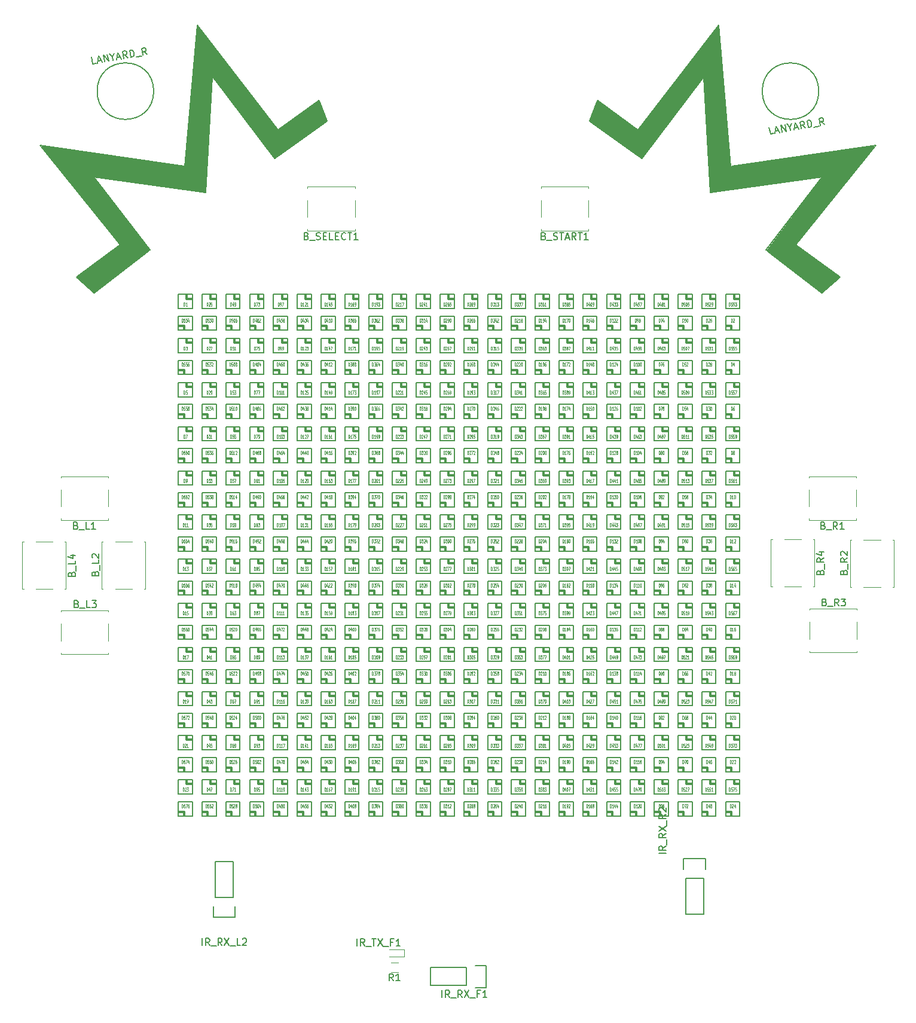
<source format=gto>
G04 #@! TF.FileFunction,Legend,Top*
%FSLAX46Y46*%
G04 Gerber Fmt 4.6, Leading zero omitted, Abs format (unit mm)*
G04 Created by KiCad (PCBNEW 4.0.6+dfsg1-1) date Tue Apr 17 11:31:54 2018*
%MOMM*%
%LPD*%
G01*
G04 APERTURE LIST*
%ADD10C,0.100000*%
%ADD11C,0.200000*%
%ADD12C,0.120000*%
%ADD13C,0.150000*%
%ADD14C,0.350000*%
%ADD15C,0.074930*%
%ADD16C,0.254000*%
G04 APERTURE END LIST*
D10*
D11*
X226651794Y-78735611D02*
X210800000Y-80990000D01*
X213750000Y-77290000D02*
X212011730Y-57241852D01*
X234297724Y-74245091D02*
X213850000Y-77240000D01*
X218740000Y-89110000D02*
X226651794Y-78735611D01*
X222986254Y-88294315D02*
X234297724Y-74245091D01*
X209820000Y-64670000D02*
X202787452Y-73563028D01*
X210830000Y-80990000D02*
X209880000Y-64660000D01*
X212011730Y-57241852D02*
X200648227Y-72018085D01*
X140380000Y-64670000D02*
X147412548Y-73563028D01*
X139370000Y-80990000D02*
X140320000Y-64660000D01*
X123548206Y-78735611D02*
X139400000Y-80990000D01*
X131460000Y-89110000D02*
X123548206Y-78735611D01*
X138188270Y-57241852D02*
X149551773Y-72018085D01*
X136450000Y-77290000D02*
X138188270Y-57241852D01*
X115902276Y-74245091D02*
X136350000Y-77240000D01*
X127213746Y-88294315D02*
X115902276Y-74245091D01*
D12*
X165600000Y-190020000D02*
X166600000Y-190020000D01*
X166600000Y-191380000D02*
X165600000Y-191380000D01*
X167450000Y-189200000D02*
X167450000Y-188200000D01*
X167450000Y-188200000D02*
X165350000Y-188200000D01*
X167450000Y-189200000D02*
X165350000Y-189200000D01*
D13*
X226188458Y-66616445D02*
G75*
G03X226188458Y-66616445I-4000000J0D01*
G01*
D14*
X137400000Y-96000000D02*
X136700000Y-96000000D01*
X136700000Y-96000000D02*
X136700000Y-95500000D01*
D13*
X135500000Y-95400000D02*
X137500000Y-95400000D01*
X137500000Y-95400000D02*
X137500000Y-97400000D01*
X137500000Y-97400000D02*
X135500000Y-97400000D01*
X135500000Y-97400000D02*
X135500000Y-95400000D01*
D14*
X213100000Y-99876087D02*
X213800000Y-99876087D01*
X213800000Y-99876087D02*
X213800000Y-100376087D01*
D13*
X215000000Y-100476087D02*
X213000000Y-100476087D01*
X213000000Y-100476087D02*
X213000000Y-98476087D01*
X213000000Y-98476087D02*
X215000000Y-98476087D01*
X215000000Y-98476087D02*
X215000000Y-100476087D01*
D14*
X137400000Y-102247826D02*
X136700000Y-102247826D01*
X136700000Y-102247826D02*
X136700000Y-101747826D01*
D13*
X135500000Y-101647826D02*
X137500000Y-101647826D01*
X137500000Y-101647826D02*
X137500000Y-103647826D01*
X137500000Y-103647826D02*
X135500000Y-103647826D01*
X135500000Y-103647826D02*
X135500000Y-101647826D01*
D14*
X213100000Y-106128261D02*
X213800000Y-106128261D01*
X213800000Y-106128261D02*
X213800000Y-106628261D01*
D13*
X215000000Y-106728261D02*
X213000000Y-106728261D01*
X213000000Y-106728261D02*
X213000000Y-104728261D01*
X213000000Y-104728261D02*
X215000000Y-104728261D01*
X215000000Y-104728261D02*
X215000000Y-106728261D01*
D14*
X137400000Y-108495652D02*
X136700000Y-108495652D01*
X136700000Y-108495652D02*
X136700000Y-107995652D01*
D13*
X135500000Y-107895652D02*
X137500000Y-107895652D01*
X137500000Y-107895652D02*
X137500000Y-109895652D01*
X137500000Y-109895652D02*
X135500000Y-109895652D01*
X135500000Y-109895652D02*
X135500000Y-107895652D01*
D14*
X213100000Y-112380435D02*
X213800000Y-112380435D01*
X213800000Y-112380435D02*
X213800000Y-112880435D01*
D13*
X215000000Y-112980435D02*
X213000000Y-112980435D01*
X213000000Y-112980435D02*
X213000000Y-110980435D01*
X213000000Y-110980435D02*
X215000000Y-110980435D01*
X215000000Y-110980435D02*
X215000000Y-112980435D01*
D14*
X137400000Y-114743478D02*
X136700000Y-114743478D01*
X136700000Y-114743478D02*
X136700000Y-114243478D01*
D13*
X135500000Y-114143478D02*
X137500000Y-114143478D01*
X137500000Y-114143478D02*
X137500000Y-116143478D01*
X137500000Y-116143478D02*
X135500000Y-116143478D01*
X135500000Y-116143478D02*
X135500000Y-114143478D01*
D14*
X213100000Y-118632609D02*
X213800000Y-118632609D01*
X213800000Y-118632609D02*
X213800000Y-119132609D01*
D13*
X215000000Y-119232609D02*
X213000000Y-119232609D01*
X213000000Y-119232609D02*
X213000000Y-117232609D01*
X213000000Y-117232609D02*
X215000000Y-117232609D01*
X215000000Y-117232609D02*
X215000000Y-119232609D01*
D14*
X137400000Y-120991304D02*
X136700000Y-120991304D01*
X136700000Y-120991304D02*
X136700000Y-120491304D01*
D13*
X135500000Y-120391304D02*
X137500000Y-120391304D01*
X137500000Y-120391304D02*
X137500000Y-122391304D01*
X137500000Y-122391304D02*
X135500000Y-122391304D01*
X135500000Y-122391304D02*
X135500000Y-120391304D01*
D14*
X213100000Y-124884783D02*
X213800000Y-124884783D01*
X213800000Y-124884783D02*
X213800000Y-125384783D01*
D13*
X215000000Y-125484783D02*
X213000000Y-125484783D01*
X213000000Y-125484783D02*
X213000000Y-123484783D01*
X213000000Y-123484783D02*
X215000000Y-123484783D01*
X215000000Y-123484783D02*
X215000000Y-125484783D01*
D14*
X137400000Y-127239130D02*
X136700000Y-127239130D01*
X136700000Y-127239130D02*
X136700000Y-126739130D01*
D13*
X135500000Y-126639130D02*
X137500000Y-126639130D01*
X137500000Y-126639130D02*
X137500000Y-128639130D01*
X137500000Y-128639130D02*
X135500000Y-128639130D01*
X135500000Y-128639130D02*
X135500000Y-126639130D01*
D14*
X213100000Y-131136957D02*
X213800000Y-131136957D01*
X213800000Y-131136957D02*
X213800000Y-131636957D01*
D13*
X215000000Y-131736957D02*
X213000000Y-131736957D01*
X213000000Y-131736957D02*
X213000000Y-129736957D01*
X213000000Y-129736957D02*
X215000000Y-129736957D01*
X215000000Y-129736957D02*
X215000000Y-131736957D01*
D14*
X137400000Y-133486956D02*
X136700000Y-133486956D01*
X136700000Y-133486956D02*
X136700000Y-132986956D01*
D13*
X135500000Y-132886956D02*
X137500000Y-132886956D01*
X137500000Y-132886956D02*
X137500000Y-134886956D01*
X137500000Y-134886956D02*
X135500000Y-134886956D01*
X135500000Y-134886956D02*
X135500000Y-132886956D01*
D14*
X213100000Y-137389131D02*
X213800000Y-137389131D01*
X213800000Y-137389131D02*
X213800000Y-137889131D01*
D13*
X215000000Y-137989131D02*
X213000000Y-137989131D01*
X213000000Y-137989131D02*
X213000000Y-135989131D01*
X213000000Y-135989131D02*
X215000000Y-135989131D01*
X215000000Y-135989131D02*
X215000000Y-137989131D01*
D14*
X137400000Y-139734782D02*
X136700000Y-139734782D01*
X136700000Y-139734782D02*
X136700000Y-139234782D01*
D13*
X135500000Y-139134782D02*
X137500000Y-139134782D01*
X137500000Y-139134782D02*
X137500000Y-141134782D01*
X137500000Y-141134782D02*
X135500000Y-141134782D01*
X135500000Y-141134782D02*
X135500000Y-139134782D01*
D14*
X213100000Y-143641305D02*
X213800000Y-143641305D01*
X213800000Y-143641305D02*
X213800000Y-144141305D01*
D13*
X215000000Y-144241305D02*
X213000000Y-144241305D01*
X213000000Y-144241305D02*
X213000000Y-142241305D01*
X213000000Y-142241305D02*
X215000000Y-142241305D01*
X215000000Y-142241305D02*
X215000000Y-144241305D01*
D14*
X137400000Y-145982608D02*
X136700000Y-145982608D01*
X136700000Y-145982608D02*
X136700000Y-145482608D01*
D13*
X135500000Y-145382608D02*
X137500000Y-145382608D01*
X137500000Y-145382608D02*
X137500000Y-147382608D01*
X137500000Y-147382608D02*
X135500000Y-147382608D01*
X135500000Y-147382608D02*
X135500000Y-145382608D01*
D14*
X213100000Y-149893479D02*
X213800000Y-149893479D01*
X213800000Y-149893479D02*
X213800000Y-150393479D01*
D13*
X215000000Y-150493479D02*
X213000000Y-150493479D01*
X213000000Y-150493479D02*
X213000000Y-148493479D01*
X213000000Y-148493479D02*
X215000000Y-148493479D01*
X215000000Y-148493479D02*
X215000000Y-150493479D01*
D14*
X137400000Y-152230434D02*
X136700000Y-152230434D01*
X136700000Y-152230434D02*
X136700000Y-151730434D01*
D13*
X135500000Y-151630434D02*
X137500000Y-151630434D01*
X137500000Y-151630434D02*
X137500000Y-153630434D01*
X137500000Y-153630434D02*
X135500000Y-153630434D01*
X135500000Y-153630434D02*
X135500000Y-151630434D01*
D14*
X213100000Y-156145653D02*
X213800000Y-156145653D01*
X213800000Y-156145653D02*
X213800000Y-156645653D01*
D13*
X215000000Y-156745653D02*
X213000000Y-156745653D01*
X213000000Y-156745653D02*
X213000000Y-154745653D01*
X213000000Y-154745653D02*
X215000000Y-154745653D01*
X215000000Y-154745653D02*
X215000000Y-156745653D01*
D14*
X137400000Y-158478260D02*
X136700000Y-158478260D01*
X136700000Y-158478260D02*
X136700000Y-157978260D01*
D13*
X135500000Y-157878260D02*
X137500000Y-157878260D01*
X137500000Y-157878260D02*
X137500000Y-159878260D01*
X137500000Y-159878260D02*
X135500000Y-159878260D01*
X135500000Y-159878260D02*
X135500000Y-157878260D01*
D14*
X213100000Y-162397827D02*
X213800000Y-162397827D01*
X213800000Y-162397827D02*
X213800000Y-162897827D01*
D13*
X215000000Y-162997827D02*
X213000000Y-162997827D01*
X213000000Y-162997827D02*
X213000000Y-160997827D01*
X213000000Y-160997827D02*
X215000000Y-160997827D01*
X215000000Y-160997827D02*
X215000000Y-162997827D01*
D14*
X137400000Y-164726086D02*
X136700000Y-164726086D01*
X136700000Y-164726086D02*
X136700000Y-164226086D01*
D13*
X135500000Y-164126086D02*
X137500000Y-164126086D01*
X137500000Y-164126086D02*
X137500000Y-166126086D01*
X137500000Y-166126086D02*
X135500000Y-166126086D01*
X135500000Y-166126086D02*
X135500000Y-164126086D01*
D14*
X213100000Y-168650001D02*
X213800000Y-168650001D01*
X213800000Y-168650001D02*
X213800000Y-169150001D01*
D13*
X215000000Y-169250001D02*
X213000000Y-169250001D01*
X213000000Y-169250001D02*
X213000000Y-167250001D01*
X213000000Y-167250001D02*
X215000000Y-167250001D01*
X215000000Y-167250001D02*
X215000000Y-169250001D01*
D14*
X140769565Y-96000000D02*
X140069565Y-96000000D01*
X140069565Y-96000000D02*
X140069565Y-95500000D01*
D13*
X138869565Y-95400000D02*
X140869565Y-95400000D01*
X140869565Y-95400000D02*
X140869565Y-97400000D01*
X140869565Y-97400000D02*
X138869565Y-97400000D01*
X138869565Y-97400000D02*
X138869565Y-95400000D01*
D14*
X209730435Y-99876087D02*
X210430435Y-99876087D01*
X210430435Y-99876087D02*
X210430435Y-100376087D01*
D13*
X211630435Y-100476087D02*
X209630435Y-100476087D01*
X209630435Y-100476087D02*
X209630435Y-98476087D01*
X209630435Y-98476087D02*
X211630435Y-98476087D01*
X211630435Y-98476087D02*
X211630435Y-100476087D01*
D14*
X140769565Y-102247826D02*
X140069565Y-102247826D01*
X140069565Y-102247826D02*
X140069565Y-101747826D01*
D13*
X138869565Y-101647826D02*
X140869565Y-101647826D01*
X140869565Y-101647826D02*
X140869565Y-103647826D01*
X140869565Y-103647826D02*
X138869565Y-103647826D01*
X138869565Y-103647826D02*
X138869565Y-101647826D01*
D14*
X209730435Y-106128261D02*
X210430435Y-106128261D01*
X210430435Y-106128261D02*
X210430435Y-106628261D01*
D13*
X211630435Y-106728261D02*
X209630435Y-106728261D01*
X209630435Y-106728261D02*
X209630435Y-104728261D01*
X209630435Y-104728261D02*
X211630435Y-104728261D01*
X211630435Y-104728261D02*
X211630435Y-106728261D01*
D14*
X140769565Y-108495652D02*
X140069565Y-108495652D01*
X140069565Y-108495652D02*
X140069565Y-107995652D01*
D13*
X138869565Y-107895652D02*
X140869565Y-107895652D01*
X140869565Y-107895652D02*
X140869565Y-109895652D01*
X140869565Y-109895652D02*
X138869565Y-109895652D01*
X138869565Y-109895652D02*
X138869565Y-107895652D01*
D14*
X209730435Y-112380435D02*
X210430435Y-112380435D01*
X210430435Y-112380435D02*
X210430435Y-112880435D01*
D13*
X211630435Y-112980435D02*
X209630435Y-112980435D01*
X209630435Y-112980435D02*
X209630435Y-110980435D01*
X209630435Y-110980435D02*
X211630435Y-110980435D01*
X211630435Y-110980435D02*
X211630435Y-112980435D01*
D14*
X140769565Y-114743478D02*
X140069565Y-114743478D01*
X140069565Y-114743478D02*
X140069565Y-114243478D01*
D13*
X138869565Y-114143478D02*
X140869565Y-114143478D01*
X140869565Y-114143478D02*
X140869565Y-116143478D01*
X140869565Y-116143478D02*
X138869565Y-116143478D01*
X138869565Y-116143478D02*
X138869565Y-114143478D01*
D14*
X209730435Y-118632609D02*
X210430435Y-118632609D01*
X210430435Y-118632609D02*
X210430435Y-119132609D01*
D13*
X211630435Y-119232609D02*
X209630435Y-119232609D01*
X209630435Y-119232609D02*
X209630435Y-117232609D01*
X209630435Y-117232609D02*
X211630435Y-117232609D01*
X211630435Y-117232609D02*
X211630435Y-119232609D01*
D14*
X140769565Y-120991304D02*
X140069565Y-120991304D01*
X140069565Y-120991304D02*
X140069565Y-120491304D01*
D13*
X138869565Y-120391304D02*
X140869565Y-120391304D01*
X140869565Y-120391304D02*
X140869565Y-122391304D01*
X140869565Y-122391304D02*
X138869565Y-122391304D01*
X138869565Y-122391304D02*
X138869565Y-120391304D01*
D14*
X209730435Y-124884783D02*
X210430435Y-124884783D01*
X210430435Y-124884783D02*
X210430435Y-125384783D01*
D13*
X211630435Y-125484783D02*
X209630435Y-125484783D01*
X209630435Y-125484783D02*
X209630435Y-123484783D01*
X209630435Y-123484783D02*
X211630435Y-123484783D01*
X211630435Y-123484783D02*
X211630435Y-125484783D01*
D14*
X140769565Y-127239130D02*
X140069565Y-127239130D01*
X140069565Y-127239130D02*
X140069565Y-126739130D01*
D13*
X138869565Y-126639130D02*
X140869565Y-126639130D01*
X140869565Y-126639130D02*
X140869565Y-128639130D01*
X140869565Y-128639130D02*
X138869565Y-128639130D01*
X138869565Y-128639130D02*
X138869565Y-126639130D01*
D14*
X209730435Y-131136957D02*
X210430435Y-131136957D01*
X210430435Y-131136957D02*
X210430435Y-131636957D01*
D13*
X211630435Y-131736957D02*
X209630435Y-131736957D01*
X209630435Y-131736957D02*
X209630435Y-129736957D01*
X209630435Y-129736957D02*
X211630435Y-129736957D01*
X211630435Y-129736957D02*
X211630435Y-131736957D01*
D14*
X140769565Y-133486956D02*
X140069565Y-133486956D01*
X140069565Y-133486956D02*
X140069565Y-132986956D01*
D13*
X138869565Y-132886956D02*
X140869565Y-132886956D01*
X140869565Y-132886956D02*
X140869565Y-134886956D01*
X140869565Y-134886956D02*
X138869565Y-134886956D01*
X138869565Y-134886956D02*
X138869565Y-132886956D01*
D14*
X209730435Y-137389131D02*
X210430435Y-137389131D01*
X210430435Y-137389131D02*
X210430435Y-137889131D01*
D13*
X211630435Y-137989131D02*
X209630435Y-137989131D01*
X209630435Y-137989131D02*
X209630435Y-135989131D01*
X209630435Y-135989131D02*
X211630435Y-135989131D01*
X211630435Y-135989131D02*
X211630435Y-137989131D01*
D14*
X140769565Y-139734782D02*
X140069565Y-139734782D01*
X140069565Y-139734782D02*
X140069565Y-139234782D01*
D13*
X138869565Y-139134782D02*
X140869565Y-139134782D01*
X140869565Y-139134782D02*
X140869565Y-141134782D01*
X140869565Y-141134782D02*
X138869565Y-141134782D01*
X138869565Y-141134782D02*
X138869565Y-139134782D01*
D14*
X209730435Y-143641305D02*
X210430435Y-143641305D01*
X210430435Y-143641305D02*
X210430435Y-144141305D01*
D13*
X211630435Y-144241305D02*
X209630435Y-144241305D01*
X209630435Y-144241305D02*
X209630435Y-142241305D01*
X209630435Y-142241305D02*
X211630435Y-142241305D01*
X211630435Y-142241305D02*
X211630435Y-144241305D01*
D14*
X140769565Y-145982608D02*
X140069565Y-145982608D01*
X140069565Y-145982608D02*
X140069565Y-145482608D01*
D13*
X138869565Y-145382608D02*
X140869565Y-145382608D01*
X140869565Y-145382608D02*
X140869565Y-147382608D01*
X140869565Y-147382608D02*
X138869565Y-147382608D01*
X138869565Y-147382608D02*
X138869565Y-145382608D01*
D14*
X209730435Y-149893479D02*
X210430435Y-149893479D01*
X210430435Y-149893479D02*
X210430435Y-150393479D01*
D13*
X211630435Y-150493479D02*
X209630435Y-150493479D01*
X209630435Y-150493479D02*
X209630435Y-148493479D01*
X209630435Y-148493479D02*
X211630435Y-148493479D01*
X211630435Y-148493479D02*
X211630435Y-150493479D01*
D14*
X140769565Y-152230434D02*
X140069565Y-152230434D01*
X140069565Y-152230434D02*
X140069565Y-151730434D01*
D13*
X138869565Y-151630434D02*
X140869565Y-151630434D01*
X140869565Y-151630434D02*
X140869565Y-153630434D01*
X140869565Y-153630434D02*
X138869565Y-153630434D01*
X138869565Y-153630434D02*
X138869565Y-151630434D01*
D14*
X209730435Y-156145653D02*
X210430435Y-156145653D01*
X210430435Y-156145653D02*
X210430435Y-156645653D01*
D13*
X211630435Y-156745653D02*
X209630435Y-156745653D01*
X209630435Y-156745653D02*
X209630435Y-154745653D01*
X209630435Y-154745653D02*
X211630435Y-154745653D01*
X211630435Y-154745653D02*
X211630435Y-156745653D01*
D14*
X140769565Y-158478260D02*
X140069565Y-158478260D01*
X140069565Y-158478260D02*
X140069565Y-157978260D01*
D13*
X138869565Y-157878260D02*
X140869565Y-157878260D01*
X140869565Y-157878260D02*
X140869565Y-159878260D01*
X140869565Y-159878260D02*
X138869565Y-159878260D01*
X138869565Y-159878260D02*
X138869565Y-157878260D01*
D14*
X209730435Y-162397827D02*
X210430435Y-162397827D01*
X210430435Y-162397827D02*
X210430435Y-162897827D01*
D13*
X211630435Y-162997827D02*
X209630435Y-162997827D01*
X209630435Y-162997827D02*
X209630435Y-160997827D01*
X209630435Y-160997827D02*
X211630435Y-160997827D01*
X211630435Y-160997827D02*
X211630435Y-162997827D01*
D14*
X140769565Y-164726086D02*
X140069565Y-164726086D01*
X140069565Y-164726086D02*
X140069565Y-164226086D01*
D13*
X138869565Y-164126086D02*
X140869565Y-164126086D01*
X140869565Y-164126086D02*
X140869565Y-166126086D01*
X140869565Y-166126086D02*
X138869565Y-166126086D01*
X138869565Y-166126086D02*
X138869565Y-164126086D01*
D14*
X209730435Y-168650001D02*
X210430435Y-168650001D01*
X210430435Y-168650001D02*
X210430435Y-169150001D01*
D13*
X211630435Y-169250001D02*
X209630435Y-169250001D01*
X209630435Y-169250001D02*
X209630435Y-167250001D01*
X209630435Y-167250001D02*
X211630435Y-167250001D01*
X211630435Y-167250001D02*
X211630435Y-169250001D01*
D14*
X144139130Y-96000000D02*
X143439130Y-96000000D01*
X143439130Y-96000000D02*
X143439130Y-95500000D01*
D13*
X142239130Y-95400000D02*
X144239130Y-95400000D01*
X144239130Y-95400000D02*
X144239130Y-97400000D01*
X144239130Y-97400000D02*
X142239130Y-97400000D01*
X142239130Y-97400000D02*
X142239130Y-95400000D01*
D14*
X206360870Y-99876087D02*
X207060870Y-99876087D01*
X207060870Y-99876087D02*
X207060870Y-100376087D01*
D13*
X208260870Y-100476087D02*
X206260870Y-100476087D01*
X206260870Y-100476087D02*
X206260870Y-98476087D01*
X206260870Y-98476087D02*
X208260870Y-98476087D01*
X208260870Y-98476087D02*
X208260870Y-100476087D01*
D14*
X144139130Y-102247826D02*
X143439130Y-102247826D01*
X143439130Y-102247826D02*
X143439130Y-101747826D01*
D13*
X142239130Y-101647826D02*
X144239130Y-101647826D01*
X144239130Y-101647826D02*
X144239130Y-103647826D01*
X144239130Y-103647826D02*
X142239130Y-103647826D01*
X142239130Y-103647826D02*
X142239130Y-101647826D01*
D14*
X206360870Y-106128261D02*
X207060870Y-106128261D01*
X207060870Y-106128261D02*
X207060870Y-106628261D01*
D13*
X208260870Y-106728261D02*
X206260870Y-106728261D01*
X206260870Y-106728261D02*
X206260870Y-104728261D01*
X206260870Y-104728261D02*
X208260870Y-104728261D01*
X208260870Y-104728261D02*
X208260870Y-106728261D01*
D14*
X144139130Y-108495652D02*
X143439130Y-108495652D01*
X143439130Y-108495652D02*
X143439130Y-107995652D01*
D13*
X142239130Y-107895652D02*
X144239130Y-107895652D01*
X144239130Y-107895652D02*
X144239130Y-109895652D01*
X144239130Y-109895652D02*
X142239130Y-109895652D01*
X142239130Y-109895652D02*
X142239130Y-107895652D01*
D14*
X206360870Y-112380435D02*
X207060870Y-112380435D01*
X207060870Y-112380435D02*
X207060870Y-112880435D01*
D13*
X208260870Y-112980435D02*
X206260870Y-112980435D01*
X206260870Y-112980435D02*
X206260870Y-110980435D01*
X206260870Y-110980435D02*
X208260870Y-110980435D01*
X208260870Y-110980435D02*
X208260870Y-112980435D01*
D14*
X144139130Y-114743478D02*
X143439130Y-114743478D01*
X143439130Y-114743478D02*
X143439130Y-114243478D01*
D13*
X142239130Y-114143478D02*
X144239130Y-114143478D01*
X144239130Y-114143478D02*
X144239130Y-116143478D01*
X144239130Y-116143478D02*
X142239130Y-116143478D01*
X142239130Y-116143478D02*
X142239130Y-114143478D01*
D14*
X206360870Y-118632609D02*
X207060870Y-118632609D01*
X207060870Y-118632609D02*
X207060870Y-119132609D01*
D13*
X208260870Y-119232609D02*
X206260870Y-119232609D01*
X206260870Y-119232609D02*
X206260870Y-117232609D01*
X206260870Y-117232609D02*
X208260870Y-117232609D01*
X208260870Y-117232609D02*
X208260870Y-119232609D01*
D14*
X144139130Y-120991304D02*
X143439130Y-120991304D01*
X143439130Y-120991304D02*
X143439130Y-120491304D01*
D13*
X142239130Y-120391304D02*
X144239130Y-120391304D01*
X144239130Y-120391304D02*
X144239130Y-122391304D01*
X144239130Y-122391304D02*
X142239130Y-122391304D01*
X142239130Y-122391304D02*
X142239130Y-120391304D01*
D14*
X206360870Y-124884783D02*
X207060870Y-124884783D01*
X207060870Y-124884783D02*
X207060870Y-125384783D01*
D13*
X208260870Y-125484783D02*
X206260870Y-125484783D01*
X206260870Y-125484783D02*
X206260870Y-123484783D01*
X206260870Y-123484783D02*
X208260870Y-123484783D01*
X208260870Y-123484783D02*
X208260870Y-125484783D01*
D14*
X144139130Y-127239130D02*
X143439130Y-127239130D01*
X143439130Y-127239130D02*
X143439130Y-126739130D01*
D13*
X142239130Y-126639130D02*
X144239130Y-126639130D01*
X144239130Y-126639130D02*
X144239130Y-128639130D01*
X144239130Y-128639130D02*
X142239130Y-128639130D01*
X142239130Y-128639130D02*
X142239130Y-126639130D01*
D14*
X206360870Y-131136957D02*
X207060870Y-131136957D01*
X207060870Y-131136957D02*
X207060870Y-131636957D01*
D13*
X208260870Y-131736957D02*
X206260870Y-131736957D01*
X206260870Y-131736957D02*
X206260870Y-129736957D01*
X206260870Y-129736957D02*
X208260870Y-129736957D01*
X208260870Y-129736957D02*
X208260870Y-131736957D01*
D14*
X144139130Y-133486956D02*
X143439130Y-133486956D01*
X143439130Y-133486956D02*
X143439130Y-132986956D01*
D13*
X142239130Y-132886956D02*
X144239130Y-132886956D01*
X144239130Y-132886956D02*
X144239130Y-134886956D01*
X144239130Y-134886956D02*
X142239130Y-134886956D01*
X142239130Y-134886956D02*
X142239130Y-132886956D01*
D14*
X206360870Y-137389131D02*
X207060870Y-137389131D01*
X207060870Y-137389131D02*
X207060870Y-137889131D01*
D13*
X208260870Y-137989131D02*
X206260870Y-137989131D01*
X206260870Y-137989131D02*
X206260870Y-135989131D01*
X206260870Y-135989131D02*
X208260870Y-135989131D01*
X208260870Y-135989131D02*
X208260870Y-137989131D01*
D14*
X144139130Y-139734782D02*
X143439130Y-139734782D01*
X143439130Y-139734782D02*
X143439130Y-139234782D01*
D13*
X142239130Y-139134782D02*
X144239130Y-139134782D01*
X144239130Y-139134782D02*
X144239130Y-141134782D01*
X144239130Y-141134782D02*
X142239130Y-141134782D01*
X142239130Y-141134782D02*
X142239130Y-139134782D01*
D14*
X206360870Y-143641305D02*
X207060870Y-143641305D01*
X207060870Y-143641305D02*
X207060870Y-144141305D01*
D13*
X208260870Y-144241305D02*
X206260870Y-144241305D01*
X206260870Y-144241305D02*
X206260870Y-142241305D01*
X206260870Y-142241305D02*
X208260870Y-142241305D01*
X208260870Y-142241305D02*
X208260870Y-144241305D01*
D14*
X144139130Y-145982608D02*
X143439130Y-145982608D01*
X143439130Y-145982608D02*
X143439130Y-145482608D01*
D13*
X142239130Y-145382608D02*
X144239130Y-145382608D01*
X144239130Y-145382608D02*
X144239130Y-147382608D01*
X144239130Y-147382608D02*
X142239130Y-147382608D01*
X142239130Y-147382608D02*
X142239130Y-145382608D01*
D14*
X206360870Y-149893479D02*
X207060870Y-149893479D01*
X207060870Y-149893479D02*
X207060870Y-150393479D01*
D13*
X208260870Y-150493479D02*
X206260870Y-150493479D01*
X206260870Y-150493479D02*
X206260870Y-148493479D01*
X206260870Y-148493479D02*
X208260870Y-148493479D01*
X208260870Y-148493479D02*
X208260870Y-150493479D01*
D14*
X144139130Y-152230434D02*
X143439130Y-152230434D01*
X143439130Y-152230434D02*
X143439130Y-151730434D01*
D13*
X142239130Y-151630434D02*
X144239130Y-151630434D01*
X144239130Y-151630434D02*
X144239130Y-153630434D01*
X144239130Y-153630434D02*
X142239130Y-153630434D01*
X142239130Y-153630434D02*
X142239130Y-151630434D01*
D14*
X206360870Y-156145653D02*
X207060870Y-156145653D01*
X207060870Y-156145653D02*
X207060870Y-156645653D01*
D13*
X208260870Y-156745653D02*
X206260870Y-156745653D01*
X206260870Y-156745653D02*
X206260870Y-154745653D01*
X206260870Y-154745653D02*
X208260870Y-154745653D01*
X208260870Y-154745653D02*
X208260870Y-156745653D01*
D14*
X144139130Y-158478260D02*
X143439130Y-158478260D01*
X143439130Y-158478260D02*
X143439130Y-157978260D01*
D13*
X142239130Y-157878260D02*
X144239130Y-157878260D01*
X144239130Y-157878260D02*
X144239130Y-159878260D01*
X144239130Y-159878260D02*
X142239130Y-159878260D01*
X142239130Y-159878260D02*
X142239130Y-157878260D01*
D14*
X206360870Y-162397827D02*
X207060870Y-162397827D01*
X207060870Y-162397827D02*
X207060870Y-162897827D01*
D13*
X208260870Y-162997827D02*
X206260870Y-162997827D01*
X206260870Y-162997827D02*
X206260870Y-160997827D01*
X206260870Y-160997827D02*
X208260870Y-160997827D01*
X208260870Y-160997827D02*
X208260870Y-162997827D01*
D14*
X144139130Y-164726086D02*
X143439130Y-164726086D01*
X143439130Y-164726086D02*
X143439130Y-164226086D01*
D13*
X142239130Y-164126086D02*
X144239130Y-164126086D01*
X144239130Y-164126086D02*
X144239130Y-166126086D01*
X144239130Y-166126086D02*
X142239130Y-166126086D01*
X142239130Y-166126086D02*
X142239130Y-164126086D01*
D14*
X206360870Y-168650001D02*
X207060870Y-168650001D01*
X207060870Y-168650001D02*
X207060870Y-169150001D01*
D13*
X208260870Y-169250001D02*
X206260870Y-169250001D01*
X206260870Y-169250001D02*
X206260870Y-167250001D01*
X206260870Y-167250001D02*
X208260870Y-167250001D01*
X208260870Y-167250001D02*
X208260870Y-169250001D01*
D14*
X147508695Y-96000000D02*
X146808695Y-96000000D01*
X146808695Y-96000000D02*
X146808695Y-95500000D01*
D13*
X145608695Y-95400000D02*
X147608695Y-95400000D01*
X147608695Y-95400000D02*
X147608695Y-97400000D01*
X147608695Y-97400000D02*
X145608695Y-97400000D01*
X145608695Y-97400000D02*
X145608695Y-95400000D01*
D14*
X202991305Y-99876087D02*
X203691305Y-99876087D01*
X203691305Y-99876087D02*
X203691305Y-100376087D01*
D13*
X204891305Y-100476087D02*
X202891305Y-100476087D01*
X202891305Y-100476087D02*
X202891305Y-98476087D01*
X202891305Y-98476087D02*
X204891305Y-98476087D01*
X204891305Y-98476087D02*
X204891305Y-100476087D01*
D14*
X147508695Y-102247826D02*
X146808695Y-102247826D01*
X146808695Y-102247826D02*
X146808695Y-101747826D01*
D13*
X145608695Y-101647826D02*
X147608695Y-101647826D01*
X147608695Y-101647826D02*
X147608695Y-103647826D01*
X147608695Y-103647826D02*
X145608695Y-103647826D01*
X145608695Y-103647826D02*
X145608695Y-101647826D01*
D14*
X202991305Y-106128261D02*
X203691305Y-106128261D01*
X203691305Y-106128261D02*
X203691305Y-106628261D01*
D13*
X204891305Y-106728261D02*
X202891305Y-106728261D01*
X202891305Y-106728261D02*
X202891305Y-104728261D01*
X202891305Y-104728261D02*
X204891305Y-104728261D01*
X204891305Y-104728261D02*
X204891305Y-106728261D01*
D14*
X147508695Y-108495652D02*
X146808695Y-108495652D01*
X146808695Y-108495652D02*
X146808695Y-107995652D01*
D13*
X145608695Y-107895652D02*
X147608695Y-107895652D01*
X147608695Y-107895652D02*
X147608695Y-109895652D01*
X147608695Y-109895652D02*
X145608695Y-109895652D01*
X145608695Y-109895652D02*
X145608695Y-107895652D01*
D14*
X202991305Y-112380435D02*
X203691305Y-112380435D01*
X203691305Y-112380435D02*
X203691305Y-112880435D01*
D13*
X204891305Y-112980435D02*
X202891305Y-112980435D01*
X202891305Y-112980435D02*
X202891305Y-110980435D01*
X202891305Y-110980435D02*
X204891305Y-110980435D01*
X204891305Y-110980435D02*
X204891305Y-112980435D01*
D14*
X147508695Y-114743478D02*
X146808695Y-114743478D01*
X146808695Y-114743478D02*
X146808695Y-114243478D01*
D13*
X145608695Y-114143478D02*
X147608695Y-114143478D01*
X147608695Y-114143478D02*
X147608695Y-116143478D01*
X147608695Y-116143478D02*
X145608695Y-116143478D01*
X145608695Y-116143478D02*
X145608695Y-114143478D01*
D14*
X202991305Y-118632609D02*
X203691305Y-118632609D01*
X203691305Y-118632609D02*
X203691305Y-119132609D01*
D13*
X204891305Y-119232609D02*
X202891305Y-119232609D01*
X202891305Y-119232609D02*
X202891305Y-117232609D01*
X202891305Y-117232609D02*
X204891305Y-117232609D01*
X204891305Y-117232609D02*
X204891305Y-119232609D01*
D14*
X147508695Y-120991304D02*
X146808695Y-120991304D01*
X146808695Y-120991304D02*
X146808695Y-120491304D01*
D13*
X145608695Y-120391304D02*
X147608695Y-120391304D01*
X147608695Y-120391304D02*
X147608695Y-122391304D01*
X147608695Y-122391304D02*
X145608695Y-122391304D01*
X145608695Y-122391304D02*
X145608695Y-120391304D01*
D14*
X202991305Y-124884783D02*
X203691305Y-124884783D01*
X203691305Y-124884783D02*
X203691305Y-125384783D01*
D13*
X204891305Y-125484783D02*
X202891305Y-125484783D01*
X202891305Y-125484783D02*
X202891305Y-123484783D01*
X202891305Y-123484783D02*
X204891305Y-123484783D01*
X204891305Y-123484783D02*
X204891305Y-125484783D01*
D14*
X147508695Y-127239130D02*
X146808695Y-127239130D01*
X146808695Y-127239130D02*
X146808695Y-126739130D01*
D13*
X145608695Y-126639130D02*
X147608695Y-126639130D01*
X147608695Y-126639130D02*
X147608695Y-128639130D01*
X147608695Y-128639130D02*
X145608695Y-128639130D01*
X145608695Y-128639130D02*
X145608695Y-126639130D01*
D14*
X202991305Y-131136957D02*
X203691305Y-131136957D01*
X203691305Y-131136957D02*
X203691305Y-131636957D01*
D13*
X204891305Y-131736957D02*
X202891305Y-131736957D01*
X202891305Y-131736957D02*
X202891305Y-129736957D01*
X202891305Y-129736957D02*
X204891305Y-129736957D01*
X204891305Y-129736957D02*
X204891305Y-131736957D01*
D14*
X147508695Y-133486956D02*
X146808695Y-133486956D01*
X146808695Y-133486956D02*
X146808695Y-132986956D01*
D13*
X145608695Y-132886956D02*
X147608695Y-132886956D01*
X147608695Y-132886956D02*
X147608695Y-134886956D01*
X147608695Y-134886956D02*
X145608695Y-134886956D01*
X145608695Y-134886956D02*
X145608695Y-132886956D01*
D14*
X202991305Y-137389131D02*
X203691305Y-137389131D01*
X203691305Y-137389131D02*
X203691305Y-137889131D01*
D13*
X204891305Y-137989131D02*
X202891305Y-137989131D01*
X202891305Y-137989131D02*
X202891305Y-135989131D01*
X202891305Y-135989131D02*
X204891305Y-135989131D01*
X204891305Y-135989131D02*
X204891305Y-137989131D01*
D14*
X147508695Y-139734782D02*
X146808695Y-139734782D01*
X146808695Y-139734782D02*
X146808695Y-139234782D01*
D13*
X145608695Y-139134782D02*
X147608695Y-139134782D01*
X147608695Y-139134782D02*
X147608695Y-141134782D01*
X147608695Y-141134782D02*
X145608695Y-141134782D01*
X145608695Y-141134782D02*
X145608695Y-139134782D01*
D14*
X202991305Y-143641305D02*
X203691305Y-143641305D01*
X203691305Y-143641305D02*
X203691305Y-144141305D01*
D13*
X204891305Y-144241305D02*
X202891305Y-144241305D01*
X202891305Y-144241305D02*
X202891305Y-142241305D01*
X202891305Y-142241305D02*
X204891305Y-142241305D01*
X204891305Y-142241305D02*
X204891305Y-144241305D01*
D14*
X147508695Y-145982608D02*
X146808695Y-145982608D01*
X146808695Y-145982608D02*
X146808695Y-145482608D01*
D13*
X145608695Y-145382608D02*
X147608695Y-145382608D01*
X147608695Y-145382608D02*
X147608695Y-147382608D01*
X147608695Y-147382608D02*
X145608695Y-147382608D01*
X145608695Y-147382608D02*
X145608695Y-145382608D01*
D14*
X202991305Y-149893479D02*
X203691305Y-149893479D01*
X203691305Y-149893479D02*
X203691305Y-150393479D01*
D13*
X204891305Y-150493479D02*
X202891305Y-150493479D01*
X202891305Y-150493479D02*
X202891305Y-148493479D01*
X202891305Y-148493479D02*
X204891305Y-148493479D01*
X204891305Y-148493479D02*
X204891305Y-150493479D01*
D14*
X147508695Y-152230434D02*
X146808695Y-152230434D01*
X146808695Y-152230434D02*
X146808695Y-151730434D01*
D13*
X145608695Y-151630434D02*
X147608695Y-151630434D01*
X147608695Y-151630434D02*
X147608695Y-153630434D01*
X147608695Y-153630434D02*
X145608695Y-153630434D01*
X145608695Y-153630434D02*
X145608695Y-151630434D01*
D14*
X202991305Y-156145653D02*
X203691305Y-156145653D01*
X203691305Y-156145653D02*
X203691305Y-156645653D01*
D13*
X204891305Y-156745653D02*
X202891305Y-156745653D01*
X202891305Y-156745653D02*
X202891305Y-154745653D01*
X202891305Y-154745653D02*
X204891305Y-154745653D01*
X204891305Y-154745653D02*
X204891305Y-156745653D01*
D14*
X147508695Y-158478260D02*
X146808695Y-158478260D01*
X146808695Y-158478260D02*
X146808695Y-157978260D01*
D13*
X145608695Y-157878260D02*
X147608695Y-157878260D01*
X147608695Y-157878260D02*
X147608695Y-159878260D01*
X147608695Y-159878260D02*
X145608695Y-159878260D01*
X145608695Y-159878260D02*
X145608695Y-157878260D01*
D14*
X202991305Y-162397827D02*
X203691305Y-162397827D01*
X203691305Y-162397827D02*
X203691305Y-162897827D01*
D13*
X204891305Y-162997827D02*
X202891305Y-162997827D01*
X202891305Y-162997827D02*
X202891305Y-160997827D01*
X202891305Y-160997827D02*
X204891305Y-160997827D01*
X204891305Y-160997827D02*
X204891305Y-162997827D01*
D14*
X147508695Y-164726086D02*
X146808695Y-164726086D01*
X146808695Y-164726086D02*
X146808695Y-164226086D01*
D13*
X145608695Y-164126086D02*
X147608695Y-164126086D01*
X147608695Y-164126086D02*
X147608695Y-166126086D01*
X147608695Y-166126086D02*
X145608695Y-166126086D01*
X145608695Y-166126086D02*
X145608695Y-164126086D01*
D14*
X202991305Y-168650001D02*
X203691305Y-168650001D01*
X203691305Y-168650001D02*
X203691305Y-169150001D01*
D13*
X204891305Y-169250001D02*
X202891305Y-169250001D01*
X202891305Y-169250001D02*
X202891305Y-167250001D01*
X202891305Y-167250001D02*
X204891305Y-167250001D01*
X204891305Y-167250001D02*
X204891305Y-169250001D01*
D14*
X150878260Y-96000000D02*
X150178260Y-96000000D01*
X150178260Y-96000000D02*
X150178260Y-95500000D01*
D13*
X148978260Y-95400000D02*
X150978260Y-95400000D01*
X150978260Y-95400000D02*
X150978260Y-97400000D01*
X150978260Y-97400000D02*
X148978260Y-97400000D01*
X148978260Y-97400000D02*
X148978260Y-95400000D01*
D14*
X199621740Y-99876087D02*
X200321740Y-99876087D01*
X200321740Y-99876087D02*
X200321740Y-100376087D01*
D13*
X201521740Y-100476087D02*
X199521740Y-100476087D01*
X199521740Y-100476087D02*
X199521740Y-98476087D01*
X199521740Y-98476087D02*
X201521740Y-98476087D01*
X201521740Y-98476087D02*
X201521740Y-100476087D01*
D14*
X150878260Y-102247826D02*
X150178260Y-102247826D01*
X150178260Y-102247826D02*
X150178260Y-101747826D01*
D13*
X148978260Y-101647826D02*
X150978260Y-101647826D01*
X150978260Y-101647826D02*
X150978260Y-103647826D01*
X150978260Y-103647826D02*
X148978260Y-103647826D01*
X148978260Y-103647826D02*
X148978260Y-101647826D01*
D14*
X199621740Y-106128261D02*
X200321740Y-106128261D01*
X200321740Y-106128261D02*
X200321740Y-106628261D01*
D13*
X201521740Y-106728261D02*
X199521740Y-106728261D01*
X199521740Y-106728261D02*
X199521740Y-104728261D01*
X199521740Y-104728261D02*
X201521740Y-104728261D01*
X201521740Y-104728261D02*
X201521740Y-106728261D01*
D14*
X150878260Y-108495652D02*
X150178260Y-108495652D01*
X150178260Y-108495652D02*
X150178260Y-107995652D01*
D13*
X148978260Y-107895652D02*
X150978260Y-107895652D01*
X150978260Y-107895652D02*
X150978260Y-109895652D01*
X150978260Y-109895652D02*
X148978260Y-109895652D01*
X148978260Y-109895652D02*
X148978260Y-107895652D01*
D14*
X199621740Y-112380435D02*
X200321740Y-112380435D01*
X200321740Y-112380435D02*
X200321740Y-112880435D01*
D13*
X201521740Y-112980435D02*
X199521740Y-112980435D01*
X199521740Y-112980435D02*
X199521740Y-110980435D01*
X199521740Y-110980435D02*
X201521740Y-110980435D01*
X201521740Y-110980435D02*
X201521740Y-112980435D01*
D14*
X150878260Y-114743478D02*
X150178260Y-114743478D01*
X150178260Y-114743478D02*
X150178260Y-114243478D01*
D13*
X148978260Y-114143478D02*
X150978260Y-114143478D01*
X150978260Y-114143478D02*
X150978260Y-116143478D01*
X150978260Y-116143478D02*
X148978260Y-116143478D01*
X148978260Y-116143478D02*
X148978260Y-114143478D01*
D14*
X199621740Y-118632609D02*
X200321740Y-118632609D01*
X200321740Y-118632609D02*
X200321740Y-119132609D01*
D13*
X201521740Y-119232609D02*
X199521740Y-119232609D01*
X199521740Y-119232609D02*
X199521740Y-117232609D01*
X199521740Y-117232609D02*
X201521740Y-117232609D01*
X201521740Y-117232609D02*
X201521740Y-119232609D01*
D14*
X150878260Y-120991304D02*
X150178260Y-120991304D01*
X150178260Y-120991304D02*
X150178260Y-120491304D01*
D13*
X148978260Y-120391304D02*
X150978260Y-120391304D01*
X150978260Y-120391304D02*
X150978260Y-122391304D01*
X150978260Y-122391304D02*
X148978260Y-122391304D01*
X148978260Y-122391304D02*
X148978260Y-120391304D01*
D14*
X199621740Y-124884783D02*
X200321740Y-124884783D01*
X200321740Y-124884783D02*
X200321740Y-125384783D01*
D13*
X201521740Y-125484783D02*
X199521740Y-125484783D01*
X199521740Y-125484783D02*
X199521740Y-123484783D01*
X199521740Y-123484783D02*
X201521740Y-123484783D01*
X201521740Y-123484783D02*
X201521740Y-125484783D01*
D14*
X150878260Y-127239130D02*
X150178260Y-127239130D01*
X150178260Y-127239130D02*
X150178260Y-126739130D01*
D13*
X148978260Y-126639130D02*
X150978260Y-126639130D01*
X150978260Y-126639130D02*
X150978260Y-128639130D01*
X150978260Y-128639130D02*
X148978260Y-128639130D01*
X148978260Y-128639130D02*
X148978260Y-126639130D01*
D14*
X199621740Y-131136957D02*
X200321740Y-131136957D01*
X200321740Y-131136957D02*
X200321740Y-131636957D01*
D13*
X201521740Y-131736957D02*
X199521740Y-131736957D01*
X199521740Y-131736957D02*
X199521740Y-129736957D01*
X199521740Y-129736957D02*
X201521740Y-129736957D01*
X201521740Y-129736957D02*
X201521740Y-131736957D01*
D14*
X150878260Y-133486956D02*
X150178260Y-133486956D01*
X150178260Y-133486956D02*
X150178260Y-132986956D01*
D13*
X148978260Y-132886956D02*
X150978260Y-132886956D01*
X150978260Y-132886956D02*
X150978260Y-134886956D01*
X150978260Y-134886956D02*
X148978260Y-134886956D01*
X148978260Y-134886956D02*
X148978260Y-132886956D01*
D14*
X199621740Y-137389131D02*
X200321740Y-137389131D01*
X200321740Y-137389131D02*
X200321740Y-137889131D01*
D13*
X201521740Y-137989131D02*
X199521740Y-137989131D01*
X199521740Y-137989131D02*
X199521740Y-135989131D01*
X199521740Y-135989131D02*
X201521740Y-135989131D01*
X201521740Y-135989131D02*
X201521740Y-137989131D01*
D14*
X150878260Y-139734782D02*
X150178260Y-139734782D01*
X150178260Y-139734782D02*
X150178260Y-139234782D01*
D13*
X148978260Y-139134782D02*
X150978260Y-139134782D01*
X150978260Y-139134782D02*
X150978260Y-141134782D01*
X150978260Y-141134782D02*
X148978260Y-141134782D01*
X148978260Y-141134782D02*
X148978260Y-139134782D01*
D14*
X199621740Y-143641305D02*
X200321740Y-143641305D01*
X200321740Y-143641305D02*
X200321740Y-144141305D01*
D13*
X201521740Y-144241305D02*
X199521740Y-144241305D01*
X199521740Y-144241305D02*
X199521740Y-142241305D01*
X199521740Y-142241305D02*
X201521740Y-142241305D01*
X201521740Y-142241305D02*
X201521740Y-144241305D01*
D14*
X150878260Y-145982608D02*
X150178260Y-145982608D01*
X150178260Y-145982608D02*
X150178260Y-145482608D01*
D13*
X148978260Y-145382608D02*
X150978260Y-145382608D01*
X150978260Y-145382608D02*
X150978260Y-147382608D01*
X150978260Y-147382608D02*
X148978260Y-147382608D01*
X148978260Y-147382608D02*
X148978260Y-145382608D01*
D14*
X199621740Y-149893479D02*
X200321740Y-149893479D01*
X200321740Y-149893479D02*
X200321740Y-150393479D01*
D13*
X201521740Y-150493479D02*
X199521740Y-150493479D01*
X199521740Y-150493479D02*
X199521740Y-148493479D01*
X199521740Y-148493479D02*
X201521740Y-148493479D01*
X201521740Y-148493479D02*
X201521740Y-150493479D01*
D14*
X150878260Y-152230434D02*
X150178260Y-152230434D01*
X150178260Y-152230434D02*
X150178260Y-151730434D01*
D13*
X148978260Y-151630434D02*
X150978260Y-151630434D01*
X150978260Y-151630434D02*
X150978260Y-153630434D01*
X150978260Y-153630434D02*
X148978260Y-153630434D01*
X148978260Y-153630434D02*
X148978260Y-151630434D01*
D14*
X199621740Y-156145653D02*
X200321740Y-156145653D01*
X200321740Y-156145653D02*
X200321740Y-156645653D01*
D13*
X201521740Y-156745653D02*
X199521740Y-156745653D01*
X199521740Y-156745653D02*
X199521740Y-154745653D01*
X199521740Y-154745653D02*
X201521740Y-154745653D01*
X201521740Y-154745653D02*
X201521740Y-156745653D01*
D14*
X150878260Y-158478260D02*
X150178260Y-158478260D01*
X150178260Y-158478260D02*
X150178260Y-157978260D01*
D13*
X148978260Y-157878260D02*
X150978260Y-157878260D01*
X150978260Y-157878260D02*
X150978260Y-159878260D01*
X150978260Y-159878260D02*
X148978260Y-159878260D01*
X148978260Y-159878260D02*
X148978260Y-157878260D01*
D14*
X199621740Y-162397827D02*
X200321740Y-162397827D01*
X200321740Y-162397827D02*
X200321740Y-162897827D01*
D13*
X201521740Y-162997827D02*
X199521740Y-162997827D01*
X199521740Y-162997827D02*
X199521740Y-160997827D01*
X199521740Y-160997827D02*
X201521740Y-160997827D01*
X201521740Y-160997827D02*
X201521740Y-162997827D01*
D14*
X150878260Y-164726086D02*
X150178260Y-164726086D01*
X150178260Y-164726086D02*
X150178260Y-164226086D01*
D13*
X148978260Y-164126086D02*
X150978260Y-164126086D01*
X150978260Y-164126086D02*
X150978260Y-166126086D01*
X150978260Y-166126086D02*
X148978260Y-166126086D01*
X148978260Y-166126086D02*
X148978260Y-164126086D01*
D14*
X199621740Y-168650001D02*
X200321740Y-168650001D01*
X200321740Y-168650001D02*
X200321740Y-169150001D01*
D13*
X201521740Y-169250001D02*
X199521740Y-169250001D01*
X199521740Y-169250001D02*
X199521740Y-167250001D01*
X199521740Y-167250001D02*
X201521740Y-167250001D01*
X201521740Y-167250001D02*
X201521740Y-169250001D01*
D14*
X154247825Y-96000000D02*
X153547825Y-96000000D01*
X153547825Y-96000000D02*
X153547825Y-95500000D01*
D13*
X152347825Y-95400000D02*
X154347825Y-95400000D01*
X154347825Y-95400000D02*
X154347825Y-97400000D01*
X154347825Y-97400000D02*
X152347825Y-97400000D01*
X152347825Y-97400000D02*
X152347825Y-95400000D01*
D14*
X196252175Y-99876087D02*
X196952175Y-99876087D01*
X196952175Y-99876087D02*
X196952175Y-100376087D01*
D13*
X198152175Y-100476087D02*
X196152175Y-100476087D01*
X196152175Y-100476087D02*
X196152175Y-98476087D01*
X196152175Y-98476087D02*
X198152175Y-98476087D01*
X198152175Y-98476087D02*
X198152175Y-100476087D01*
D14*
X154247825Y-102247826D02*
X153547825Y-102247826D01*
X153547825Y-102247826D02*
X153547825Y-101747826D01*
D13*
X152347825Y-101647826D02*
X154347825Y-101647826D01*
X154347825Y-101647826D02*
X154347825Y-103647826D01*
X154347825Y-103647826D02*
X152347825Y-103647826D01*
X152347825Y-103647826D02*
X152347825Y-101647826D01*
D14*
X196252175Y-106128261D02*
X196952175Y-106128261D01*
X196952175Y-106128261D02*
X196952175Y-106628261D01*
D13*
X198152175Y-106728261D02*
X196152175Y-106728261D01*
X196152175Y-106728261D02*
X196152175Y-104728261D01*
X196152175Y-104728261D02*
X198152175Y-104728261D01*
X198152175Y-104728261D02*
X198152175Y-106728261D01*
D14*
X154247825Y-108495652D02*
X153547825Y-108495652D01*
X153547825Y-108495652D02*
X153547825Y-107995652D01*
D13*
X152347825Y-107895652D02*
X154347825Y-107895652D01*
X154347825Y-107895652D02*
X154347825Y-109895652D01*
X154347825Y-109895652D02*
X152347825Y-109895652D01*
X152347825Y-109895652D02*
X152347825Y-107895652D01*
D14*
X196252175Y-112380435D02*
X196952175Y-112380435D01*
X196952175Y-112380435D02*
X196952175Y-112880435D01*
D13*
X198152175Y-112980435D02*
X196152175Y-112980435D01*
X196152175Y-112980435D02*
X196152175Y-110980435D01*
X196152175Y-110980435D02*
X198152175Y-110980435D01*
X198152175Y-110980435D02*
X198152175Y-112980435D01*
D14*
X154247825Y-114743478D02*
X153547825Y-114743478D01*
X153547825Y-114743478D02*
X153547825Y-114243478D01*
D13*
X152347825Y-114143478D02*
X154347825Y-114143478D01*
X154347825Y-114143478D02*
X154347825Y-116143478D01*
X154347825Y-116143478D02*
X152347825Y-116143478D01*
X152347825Y-116143478D02*
X152347825Y-114143478D01*
D14*
X196252175Y-118632609D02*
X196952175Y-118632609D01*
X196952175Y-118632609D02*
X196952175Y-119132609D01*
D13*
X198152175Y-119232609D02*
X196152175Y-119232609D01*
X196152175Y-119232609D02*
X196152175Y-117232609D01*
X196152175Y-117232609D02*
X198152175Y-117232609D01*
X198152175Y-117232609D02*
X198152175Y-119232609D01*
D14*
X154247825Y-120991304D02*
X153547825Y-120991304D01*
X153547825Y-120991304D02*
X153547825Y-120491304D01*
D13*
X152347825Y-120391304D02*
X154347825Y-120391304D01*
X154347825Y-120391304D02*
X154347825Y-122391304D01*
X154347825Y-122391304D02*
X152347825Y-122391304D01*
X152347825Y-122391304D02*
X152347825Y-120391304D01*
D14*
X196252175Y-124884783D02*
X196952175Y-124884783D01*
X196952175Y-124884783D02*
X196952175Y-125384783D01*
D13*
X198152175Y-125484783D02*
X196152175Y-125484783D01*
X196152175Y-125484783D02*
X196152175Y-123484783D01*
X196152175Y-123484783D02*
X198152175Y-123484783D01*
X198152175Y-123484783D02*
X198152175Y-125484783D01*
D14*
X154247825Y-127239130D02*
X153547825Y-127239130D01*
X153547825Y-127239130D02*
X153547825Y-126739130D01*
D13*
X152347825Y-126639130D02*
X154347825Y-126639130D01*
X154347825Y-126639130D02*
X154347825Y-128639130D01*
X154347825Y-128639130D02*
X152347825Y-128639130D01*
X152347825Y-128639130D02*
X152347825Y-126639130D01*
D14*
X196252175Y-131136957D02*
X196952175Y-131136957D01*
X196952175Y-131136957D02*
X196952175Y-131636957D01*
D13*
X198152175Y-131736957D02*
X196152175Y-131736957D01*
X196152175Y-131736957D02*
X196152175Y-129736957D01*
X196152175Y-129736957D02*
X198152175Y-129736957D01*
X198152175Y-129736957D02*
X198152175Y-131736957D01*
D14*
X154247825Y-133486956D02*
X153547825Y-133486956D01*
X153547825Y-133486956D02*
X153547825Y-132986956D01*
D13*
X152347825Y-132886956D02*
X154347825Y-132886956D01*
X154347825Y-132886956D02*
X154347825Y-134886956D01*
X154347825Y-134886956D02*
X152347825Y-134886956D01*
X152347825Y-134886956D02*
X152347825Y-132886956D01*
D14*
X196252175Y-137389131D02*
X196952175Y-137389131D01*
X196952175Y-137389131D02*
X196952175Y-137889131D01*
D13*
X198152175Y-137989131D02*
X196152175Y-137989131D01*
X196152175Y-137989131D02*
X196152175Y-135989131D01*
X196152175Y-135989131D02*
X198152175Y-135989131D01*
X198152175Y-135989131D02*
X198152175Y-137989131D01*
D14*
X154247825Y-139734782D02*
X153547825Y-139734782D01*
X153547825Y-139734782D02*
X153547825Y-139234782D01*
D13*
X152347825Y-139134782D02*
X154347825Y-139134782D01*
X154347825Y-139134782D02*
X154347825Y-141134782D01*
X154347825Y-141134782D02*
X152347825Y-141134782D01*
X152347825Y-141134782D02*
X152347825Y-139134782D01*
D14*
X196252175Y-143641305D02*
X196952175Y-143641305D01*
X196952175Y-143641305D02*
X196952175Y-144141305D01*
D13*
X198152175Y-144241305D02*
X196152175Y-144241305D01*
X196152175Y-144241305D02*
X196152175Y-142241305D01*
X196152175Y-142241305D02*
X198152175Y-142241305D01*
X198152175Y-142241305D02*
X198152175Y-144241305D01*
D14*
X154247825Y-145982608D02*
X153547825Y-145982608D01*
X153547825Y-145982608D02*
X153547825Y-145482608D01*
D13*
X152347825Y-145382608D02*
X154347825Y-145382608D01*
X154347825Y-145382608D02*
X154347825Y-147382608D01*
X154347825Y-147382608D02*
X152347825Y-147382608D01*
X152347825Y-147382608D02*
X152347825Y-145382608D01*
D14*
X196252175Y-149893479D02*
X196952175Y-149893479D01*
X196952175Y-149893479D02*
X196952175Y-150393479D01*
D13*
X198152175Y-150493479D02*
X196152175Y-150493479D01*
X196152175Y-150493479D02*
X196152175Y-148493479D01*
X196152175Y-148493479D02*
X198152175Y-148493479D01*
X198152175Y-148493479D02*
X198152175Y-150493479D01*
D14*
X154247825Y-152230434D02*
X153547825Y-152230434D01*
X153547825Y-152230434D02*
X153547825Y-151730434D01*
D13*
X152347825Y-151630434D02*
X154347825Y-151630434D01*
X154347825Y-151630434D02*
X154347825Y-153630434D01*
X154347825Y-153630434D02*
X152347825Y-153630434D01*
X152347825Y-153630434D02*
X152347825Y-151630434D01*
D14*
X196252175Y-156145653D02*
X196952175Y-156145653D01*
X196952175Y-156145653D02*
X196952175Y-156645653D01*
D13*
X198152175Y-156745653D02*
X196152175Y-156745653D01*
X196152175Y-156745653D02*
X196152175Y-154745653D01*
X196152175Y-154745653D02*
X198152175Y-154745653D01*
X198152175Y-154745653D02*
X198152175Y-156745653D01*
D14*
X154247825Y-158478260D02*
X153547825Y-158478260D01*
X153547825Y-158478260D02*
X153547825Y-157978260D01*
D13*
X152347825Y-157878260D02*
X154347825Y-157878260D01*
X154347825Y-157878260D02*
X154347825Y-159878260D01*
X154347825Y-159878260D02*
X152347825Y-159878260D01*
X152347825Y-159878260D02*
X152347825Y-157878260D01*
D14*
X196252175Y-162397827D02*
X196952175Y-162397827D01*
X196952175Y-162397827D02*
X196952175Y-162897827D01*
D13*
X198152175Y-162997827D02*
X196152175Y-162997827D01*
X196152175Y-162997827D02*
X196152175Y-160997827D01*
X196152175Y-160997827D02*
X198152175Y-160997827D01*
X198152175Y-160997827D02*
X198152175Y-162997827D01*
D14*
X154247825Y-164726086D02*
X153547825Y-164726086D01*
X153547825Y-164726086D02*
X153547825Y-164226086D01*
D13*
X152347825Y-164126086D02*
X154347825Y-164126086D01*
X154347825Y-164126086D02*
X154347825Y-166126086D01*
X154347825Y-166126086D02*
X152347825Y-166126086D01*
X152347825Y-166126086D02*
X152347825Y-164126086D01*
D14*
X196252175Y-168650001D02*
X196952175Y-168650001D01*
X196952175Y-168650001D02*
X196952175Y-169150001D01*
D13*
X198152175Y-169250001D02*
X196152175Y-169250001D01*
X196152175Y-169250001D02*
X196152175Y-167250001D01*
X196152175Y-167250001D02*
X198152175Y-167250001D01*
X198152175Y-167250001D02*
X198152175Y-169250001D01*
D14*
X157617390Y-96000000D02*
X156917390Y-96000000D01*
X156917390Y-96000000D02*
X156917390Y-95500000D01*
D13*
X155717390Y-95400000D02*
X157717390Y-95400000D01*
X157717390Y-95400000D02*
X157717390Y-97400000D01*
X157717390Y-97400000D02*
X155717390Y-97400000D01*
X155717390Y-97400000D02*
X155717390Y-95400000D01*
D14*
X192882610Y-99876087D02*
X193582610Y-99876087D01*
X193582610Y-99876087D02*
X193582610Y-100376087D01*
D13*
X194782610Y-100476087D02*
X192782610Y-100476087D01*
X192782610Y-100476087D02*
X192782610Y-98476087D01*
X192782610Y-98476087D02*
X194782610Y-98476087D01*
X194782610Y-98476087D02*
X194782610Y-100476087D01*
D14*
X157617390Y-102247826D02*
X156917390Y-102247826D01*
X156917390Y-102247826D02*
X156917390Y-101747826D01*
D13*
X155717390Y-101647826D02*
X157717390Y-101647826D01*
X157717390Y-101647826D02*
X157717390Y-103647826D01*
X157717390Y-103647826D02*
X155717390Y-103647826D01*
X155717390Y-103647826D02*
X155717390Y-101647826D01*
D14*
X192882610Y-106128261D02*
X193582610Y-106128261D01*
X193582610Y-106128261D02*
X193582610Y-106628261D01*
D13*
X194782610Y-106728261D02*
X192782610Y-106728261D01*
X192782610Y-106728261D02*
X192782610Y-104728261D01*
X192782610Y-104728261D02*
X194782610Y-104728261D01*
X194782610Y-104728261D02*
X194782610Y-106728261D01*
D14*
X157617390Y-108495652D02*
X156917390Y-108495652D01*
X156917390Y-108495652D02*
X156917390Y-107995652D01*
D13*
X155717390Y-107895652D02*
X157717390Y-107895652D01*
X157717390Y-107895652D02*
X157717390Y-109895652D01*
X157717390Y-109895652D02*
X155717390Y-109895652D01*
X155717390Y-109895652D02*
X155717390Y-107895652D01*
D14*
X192882610Y-112380435D02*
X193582610Y-112380435D01*
X193582610Y-112380435D02*
X193582610Y-112880435D01*
D13*
X194782610Y-112980435D02*
X192782610Y-112980435D01*
X192782610Y-112980435D02*
X192782610Y-110980435D01*
X192782610Y-110980435D02*
X194782610Y-110980435D01*
X194782610Y-110980435D02*
X194782610Y-112980435D01*
D14*
X157617390Y-114743478D02*
X156917390Y-114743478D01*
X156917390Y-114743478D02*
X156917390Y-114243478D01*
D13*
X155717390Y-114143478D02*
X157717390Y-114143478D01*
X157717390Y-114143478D02*
X157717390Y-116143478D01*
X157717390Y-116143478D02*
X155717390Y-116143478D01*
X155717390Y-116143478D02*
X155717390Y-114143478D01*
D14*
X192882610Y-118632609D02*
X193582610Y-118632609D01*
X193582610Y-118632609D02*
X193582610Y-119132609D01*
D13*
X194782610Y-119232609D02*
X192782610Y-119232609D01*
X192782610Y-119232609D02*
X192782610Y-117232609D01*
X192782610Y-117232609D02*
X194782610Y-117232609D01*
X194782610Y-117232609D02*
X194782610Y-119232609D01*
D14*
X157617390Y-120991304D02*
X156917390Y-120991304D01*
X156917390Y-120991304D02*
X156917390Y-120491304D01*
D13*
X155717390Y-120391304D02*
X157717390Y-120391304D01*
X157717390Y-120391304D02*
X157717390Y-122391304D01*
X157717390Y-122391304D02*
X155717390Y-122391304D01*
X155717390Y-122391304D02*
X155717390Y-120391304D01*
D14*
X192882610Y-124884783D02*
X193582610Y-124884783D01*
X193582610Y-124884783D02*
X193582610Y-125384783D01*
D13*
X194782610Y-125484783D02*
X192782610Y-125484783D01*
X192782610Y-125484783D02*
X192782610Y-123484783D01*
X192782610Y-123484783D02*
X194782610Y-123484783D01*
X194782610Y-123484783D02*
X194782610Y-125484783D01*
D14*
X157617390Y-127239130D02*
X156917390Y-127239130D01*
X156917390Y-127239130D02*
X156917390Y-126739130D01*
D13*
X155717390Y-126639130D02*
X157717390Y-126639130D01*
X157717390Y-126639130D02*
X157717390Y-128639130D01*
X157717390Y-128639130D02*
X155717390Y-128639130D01*
X155717390Y-128639130D02*
X155717390Y-126639130D01*
D14*
X192882610Y-131136957D02*
X193582610Y-131136957D01*
X193582610Y-131136957D02*
X193582610Y-131636957D01*
D13*
X194782610Y-131736957D02*
X192782610Y-131736957D01*
X192782610Y-131736957D02*
X192782610Y-129736957D01*
X192782610Y-129736957D02*
X194782610Y-129736957D01*
X194782610Y-129736957D02*
X194782610Y-131736957D01*
D14*
X157617390Y-133486956D02*
X156917390Y-133486956D01*
X156917390Y-133486956D02*
X156917390Y-132986956D01*
D13*
X155717390Y-132886956D02*
X157717390Y-132886956D01*
X157717390Y-132886956D02*
X157717390Y-134886956D01*
X157717390Y-134886956D02*
X155717390Y-134886956D01*
X155717390Y-134886956D02*
X155717390Y-132886956D01*
D14*
X192882610Y-137389131D02*
X193582610Y-137389131D01*
X193582610Y-137389131D02*
X193582610Y-137889131D01*
D13*
X194782610Y-137989131D02*
X192782610Y-137989131D01*
X192782610Y-137989131D02*
X192782610Y-135989131D01*
X192782610Y-135989131D02*
X194782610Y-135989131D01*
X194782610Y-135989131D02*
X194782610Y-137989131D01*
D14*
X157617390Y-139734782D02*
X156917390Y-139734782D01*
X156917390Y-139734782D02*
X156917390Y-139234782D01*
D13*
X155717390Y-139134782D02*
X157717390Y-139134782D01*
X157717390Y-139134782D02*
X157717390Y-141134782D01*
X157717390Y-141134782D02*
X155717390Y-141134782D01*
X155717390Y-141134782D02*
X155717390Y-139134782D01*
D14*
X192882610Y-143641305D02*
X193582610Y-143641305D01*
X193582610Y-143641305D02*
X193582610Y-144141305D01*
D13*
X194782610Y-144241305D02*
X192782610Y-144241305D01*
X192782610Y-144241305D02*
X192782610Y-142241305D01*
X192782610Y-142241305D02*
X194782610Y-142241305D01*
X194782610Y-142241305D02*
X194782610Y-144241305D01*
D14*
X157617390Y-145982608D02*
X156917390Y-145982608D01*
X156917390Y-145982608D02*
X156917390Y-145482608D01*
D13*
X155717390Y-145382608D02*
X157717390Y-145382608D01*
X157717390Y-145382608D02*
X157717390Y-147382608D01*
X157717390Y-147382608D02*
X155717390Y-147382608D01*
X155717390Y-147382608D02*
X155717390Y-145382608D01*
D14*
X192882610Y-149893479D02*
X193582610Y-149893479D01*
X193582610Y-149893479D02*
X193582610Y-150393479D01*
D13*
X194782610Y-150493479D02*
X192782610Y-150493479D01*
X192782610Y-150493479D02*
X192782610Y-148493479D01*
X192782610Y-148493479D02*
X194782610Y-148493479D01*
X194782610Y-148493479D02*
X194782610Y-150493479D01*
D14*
X157617390Y-152230434D02*
X156917390Y-152230434D01*
X156917390Y-152230434D02*
X156917390Y-151730434D01*
D13*
X155717390Y-151630434D02*
X157717390Y-151630434D01*
X157717390Y-151630434D02*
X157717390Y-153630434D01*
X157717390Y-153630434D02*
X155717390Y-153630434D01*
X155717390Y-153630434D02*
X155717390Y-151630434D01*
D14*
X192882610Y-156145653D02*
X193582610Y-156145653D01*
X193582610Y-156145653D02*
X193582610Y-156645653D01*
D13*
X194782610Y-156745653D02*
X192782610Y-156745653D01*
X192782610Y-156745653D02*
X192782610Y-154745653D01*
X192782610Y-154745653D02*
X194782610Y-154745653D01*
X194782610Y-154745653D02*
X194782610Y-156745653D01*
D14*
X157617390Y-158478260D02*
X156917390Y-158478260D01*
X156917390Y-158478260D02*
X156917390Y-157978260D01*
D13*
X155717390Y-157878260D02*
X157717390Y-157878260D01*
X157717390Y-157878260D02*
X157717390Y-159878260D01*
X157717390Y-159878260D02*
X155717390Y-159878260D01*
X155717390Y-159878260D02*
X155717390Y-157878260D01*
D14*
X192882610Y-162397827D02*
X193582610Y-162397827D01*
X193582610Y-162397827D02*
X193582610Y-162897827D01*
D13*
X194782610Y-162997827D02*
X192782610Y-162997827D01*
X192782610Y-162997827D02*
X192782610Y-160997827D01*
X192782610Y-160997827D02*
X194782610Y-160997827D01*
X194782610Y-160997827D02*
X194782610Y-162997827D01*
D14*
X157617390Y-164726086D02*
X156917390Y-164726086D01*
X156917390Y-164726086D02*
X156917390Y-164226086D01*
D13*
X155717390Y-164126086D02*
X157717390Y-164126086D01*
X157717390Y-164126086D02*
X157717390Y-166126086D01*
X157717390Y-166126086D02*
X155717390Y-166126086D01*
X155717390Y-166126086D02*
X155717390Y-164126086D01*
D14*
X192882610Y-168650001D02*
X193582610Y-168650001D01*
X193582610Y-168650001D02*
X193582610Y-169150001D01*
D13*
X194782610Y-169250001D02*
X192782610Y-169250001D01*
X192782610Y-169250001D02*
X192782610Y-167250001D01*
X192782610Y-167250001D02*
X194782610Y-167250001D01*
X194782610Y-167250001D02*
X194782610Y-169250001D01*
D14*
X160986955Y-96000000D02*
X160286955Y-96000000D01*
X160286955Y-96000000D02*
X160286955Y-95500000D01*
D13*
X159086955Y-95400000D02*
X161086955Y-95400000D01*
X161086955Y-95400000D02*
X161086955Y-97400000D01*
X161086955Y-97400000D02*
X159086955Y-97400000D01*
X159086955Y-97400000D02*
X159086955Y-95400000D01*
D14*
X189513045Y-99876087D02*
X190213045Y-99876087D01*
X190213045Y-99876087D02*
X190213045Y-100376087D01*
D13*
X191413045Y-100476087D02*
X189413045Y-100476087D01*
X189413045Y-100476087D02*
X189413045Y-98476087D01*
X189413045Y-98476087D02*
X191413045Y-98476087D01*
X191413045Y-98476087D02*
X191413045Y-100476087D01*
D14*
X160986955Y-102247826D02*
X160286955Y-102247826D01*
X160286955Y-102247826D02*
X160286955Y-101747826D01*
D13*
X159086955Y-101647826D02*
X161086955Y-101647826D01*
X161086955Y-101647826D02*
X161086955Y-103647826D01*
X161086955Y-103647826D02*
X159086955Y-103647826D01*
X159086955Y-103647826D02*
X159086955Y-101647826D01*
D14*
X189513045Y-106128261D02*
X190213045Y-106128261D01*
X190213045Y-106128261D02*
X190213045Y-106628261D01*
D13*
X191413045Y-106728261D02*
X189413045Y-106728261D01*
X189413045Y-106728261D02*
X189413045Y-104728261D01*
X189413045Y-104728261D02*
X191413045Y-104728261D01*
X191413045Y-104728261D02*
X191413045Y-106728261D01*
D14*
X160986955Y-108495652D02*
X160286955Y-108495652D01*
X160286955Y-108495652D02*
X160286955Y-107995652D01*
D13*
X159086955Y-107895652D02*
X161086955Y-107895652D01*
X161086955Y-107895652D02*
X161086955Y-109895652D01*
X161086955Y-109895652D02*
X159086955Y-109895652D01*
X159086955Y-109895652D02*
X159086955Y-107895652D01*
D14*
X189513045Y-112380435D02*
X190213045Y-112380435D01*
X190213045Y-112380435D02*
X190213045Y-112880435D01*
D13*
X191413045Y-112980435D02*
X189413045Y-112980435D01*
X189413045Y-112980435D02*
X189413045Y-110980435D01*
X189413045Y-110980435D02*
X191413045Y-110980435D01*
X191413045Y-110980435D02*
X191413045Y-112980435D01*
D14*
X160986955Y-114743478D02*
X160286955Y-114743478D01*
X160286955Y-114743478D02*
X160286955Y-114243478D01*
D13*
X159086955Y-114143478D02*
X161086955Y-114143478D01*
X161086955Y-114143478D02*
X161086955Y-116143478D01*
X161086955Y-116143478D02*
X159086955Y-116143478D01*
X159086955Y-116143478D02*
X159086955Y-114143478D01*
D14*
X189513045Y-118632609D02*
X190213045Y-118632609D01*
X190213045Y-118632609D02*
X190213045Y-119132609D01*
D13*
X191413045Y-119232609D02*
X189413045Y-119232609D01*
X189413045Y-119232609D02*
X189413045Y-117232609D01*
X189413045Y-117232609D02*
X191413045Y-117232609D01*
X191413045Y-117232609D02*
X191413045Y-119232609D01*
D14*
X160986955Y-120991304D02*
X160286955Y-120991304D01*
X160286955Y-120991304D02*
X160286955Y-120491304D01*
D13*
X159086955Y-120391304D02*
X161086955Y-120391304D01*
X161086955Y-120391304D02*
X161086955Y-122391304D01*
X161086955Y-122391304D02*
X159086955Y-122391304D01*
X159086955Y-122391304D02*
X159086955Y-120391304D01*
D14*
X189513045Y-124884783D02*
X190213045Y-124884783D01*
X190213045Y-124884783D02*
X190213045Y-125384783D01*
D13*
X191413045Y-125484783D02*
X189413045Y-125484783D01*
X189413045Y-125484783D02*
X189413045Y-123484783D01*
X189413045Y-123484783D02*
X191413045Y-123484783D01*
X191413045Y-123484783D02*
X191413045Y-125484783D01*
D14*
X160986955Y-127239130D02*
X160286955Y-127239130D01*
X160286955Y-127239130D02*
X160286955Y-126739130D01*
D13*
X159086955Y-126639130D02*
X161086955Y-126639130D01*
X161086955Y-126639130D02*
X161086955Y-128639130D01*
X161086955Y-128639130D02*
X159086955Y-128639130D01*
X159086955Y-128639130D02*
X159086955Y-126639130D01*
D14*
X189513045Y-131136957D02*
X190213045Y-131136957D01*
X190213045Y-131136957D02*
X190213045Y-131636957D01*
D13*
X191413045Y-131736957D02*
X189413045Y-131736957D01*
X189413045Y-131736957D02*
X189413045Y-129736957D01*
X189413045Y-129736957D02*
X191413045Y-129736957D01*
X191413045Y-129736957D02*
X191413045Y-131736957D01*
D14*
X160986955Y-133486956D02*
X160286955Y-133486956D01*
X160286955Y-133486956D02*
X160286955Y-132986956D01*
D13*
X159086955Y-132886956D02*
X161086955Y-132886956D01*
X161086955Y-132886956D02*
X161086955Y-134886956D01*
X161086955Y-134886956D02*
X159086955Y-134886956D01*
X159086955Y-134886956D02*
X159086955Y-132886956D01*
D14*
X189513045Y-137389131D02*
X190213045Y-137389131D01*
X190213045Y-137389131D02*
X190213045Y-137889131D01*
D13*
X191413045Y-137989131D02*
X189413045Y-137989131D01*
X189413045Y-137989131D02*
X189413045Y-135989131D01*
X189413045Y-135989131D02*
X191413045Y-135989131D01*
X191413045Y-135989131D02*
X191413045Y-137989131D01*
D14*
X160986955Y-139734782D02*
X160286955Y-139734782D01*
X160286955Y-139734782D02*
X160286955Y-139234782D01*
D13*
X159086955Y-139134782D02*
X161086955Y-139134782D01*
X161086955Y-139134782D02*
X161086955Y-141134782D01*
X161086955Y-141134782D02*
X159086955Y-141134782D01*
X159086955Y-141134782D02*
X159086955Y-139134782D01*
D14*
X189513045Y-143641305D02*
X190213045Y-143641305D01*
X190213045Y-143641305D02*
X190213045Y-144141305D01*
D13*
X191413045Y-144241305D02*
X189413045Y-144241305D01*
X189413045Y-144241305D02*
X189413045Y-142241305D01*
X189413045Y-142241305D02*
X191413045Y-142241305D01*
X191413045Y-142241305D02*
X191413045Y-144241305D01*
D14*
X160986955Y-145982608D02*
X160286955Y-145982608D01*
X160286955Y-145982608D02*
X160286955Y-145482608D01*
D13*
X159086955Y-145382608D02*
X161086955Y-145382608D01*
X161086955Y-145382608D02*
X161086955Y-147382608D01*
X161086955Y-147382608D02*
X159086955Y-147382608D01*
X159086955Y-147382608D02*
X159086955Y-145382608D01*
D14*
X189513045Y-149893479D02*
X190213045Y-149893479D01*
X190213045Y-149893479D02*
X190213045Y-150393479D01*
D13*
X191413045Y-150493479D02*
X189413045Y-150493479D01*
X189413045Y-150493479D02*
X189413045Y-148493479D01*
X189413045Y-148493479D02*
X191413045Y-148493479D01*
X191413045Y-148493479D02*
X191413045Y-150493479D01*
D14*
X160986955Y-152230434D02*
X160286955Y-152230434D01*
X160286955Y-152230434D02*
X160286955Y-151730434D01*
D13*
X159086955Y-151630434D02*
X161086955Y-151630434D01*
X161086955Y-151630434D02*
X161086955Y-153630434D01*
X161086955Y-153630434D02*
X159086955Y-153630434D01*
X159086955Y-153630434D02*
X159086955Y-151630434D01*
D14*
X189513045Y-156145653D02*
X190213045Y-156145653D01*
X190213045Y-156145653D02*
X190213045Y-156645653D01*
D13*
X191413045Y-156745653D02*
X189413045Y-156745653D01*
X189413045Y-156745653D02*
X189413045Y-154745653D01*
X189413045Y-154745653D02*
X191413045Y-154745653D01*
X191413045Y-154745653D02*
X191413045Y-156745653D01*
D14*
X160986955Y-158478260D02*
X160286955Y-158478260D01*
X160286955Y-158478260D02*
X160286955Y-157978260D01*
D13*
X159086955Y-157878260D02*
X161086955Y-157878260D01*
X161086955Y-157878260D02*
X161086955Y-159878260D01*
X161086955Y-159878260D02*
X159086955Y-159878260D01*
X159086955Y-159878260D02*
X159086955Y-157878260D01*
D14*
X189513045Y-162397827D02*
X190213045Y-162397827D01*
X190213045Y-162397827D02*
X190213045Y-162897827D01*
D13*
X191413045Y-162997827D02*
X189413045Y-162997827D01*
X189413045Y-162997827D02*
X189413045Y-160997827D01*
X189413045Y-160997827D02*
X191413045Y-160997827D01*
X191413045Y-160997827D02*
X191413045Y-162997827D01*
D14*
X160986955Y-164726086D02*
X160286955Y-164726086D01*
X160286955Y-164726086D02*
X160286955Y-164226086D01*
D13*
X159086955Y-164126086D02*
X161086955Y-164126086D01*
X161086955Y-164126086D02*
X161086955Y-166126086D01*
X161086955Y-166126086D02*
X159086955Y-166126086D01*
X159086955Y-166126086D02*
X159086955Y-164126086D01*
D14*
X189513045Y-168650001D02*
X190213045Y-168650001D01*
X190213045Y-168650001D02*
X190213045Y-169150001D01*
D13*
X191413045Y-169250001D02*
X189413045Y-169250001D01*
X189413045Y-169250001D02*
X189413045Y-167250001D01*
X189413045Y-167250001D02*
X191413045Y-167250001D01*
X191413045Y-167250001D02*
X191413045Y-169250001D01*
D14*
X164356520Y-96000000D02*
X163656520Y-96000000D01*
X163656520Y-96000000D02*
X163656520Y-95500000D01*
D13*
X162456520Y-95400000D02*
X164456520Y-95400000D01*
X164456520Y-95400000D02*
X164456520Y-97400000D01*
X164456520Y-97400000D02*
X162456520Y-97400000D01*
X162456520Y-97400000D02*
X162456520Y-95400000D01*
D14*
X186143480Y-99876087D02*
X186843480Y-99876087D01*
X186843480Y-99876087D02*
X186843480Y-100376087D01*
D13*
X188043480Y-100476087D02*
X186043480Y-100476087D01*
X186043480Y-100476087D02*
X186043480Y-98476087D01*
X186043480Y-98476087D02*
X188043480Y-98476087D01*
X188043480Y-98476087D02*
X188043480Y-100476087D01*
D14*
X164356520Y-102247826D02*
X163656520Y-102247826D01*
X163656520Y-102247826D02*
X163656520Y-101747826D01*
D13*
X162456520Y-101647826D02*
X164456520Y-101647826D01*
X164456520Y-101647826D02*
X164456520Y-103647826D01*
X164456520Y-103647826D02*
X162456520Y-103647826D01*
X162456520Y-103647826D02*
X162456520Y-101647826D01*
D14*
X186143480Y-106128261D02*
X186843480Y-106128261D01*
X186843480Y-106128261D02*
X186843480Y-106628261D01*
D13*
X188043480Y-106728261D02*
X186043480Y-106728261D01*
X186043480Y-106728261D02*
X186043480Y-104728261D01*
X186043480Y-104728261D02*
X188043480Y-104728261D01*
X188043480Y-104728261D02*
X188043480Y-106728261D01*
D14*
X164356520Y-108495652D02*
X163656520Y-108495652D01*
X163656520Y-108495652D02*
X163656520Y-107995652D01*
D13*
X162456520Y-107895652D02*
X164456520Y-107895652D01*
X164456520Y-107895652D02*
X164456520Y-109895652D01*
X164456520Y-109895652D02*
X162456520Y-109895652D01*
X162456520Y-109895652D02*
X162456520Y-107895652D01*
D14*
X186143480Y-112380435D02*
X186843480Y-112380435D01*
X186843480Y-112380435D02*
X186843480Y-112880435D01*
D13*
X188043480Y-112980435D02*
X186043480Y-112980435D01*
X186043480Y-112980435D02*
X186043480Y-110980435D01*
X186043480Y-110980435D02*
X188043480Y-110980435D01*
X188043480Y-110980435D02*
X188043480Y-112980435D01*
D14*
X164356520Y-114743478D02*
X163656520Y-114743478D01*
X163656520Y-114743478D02*
X163656520Y-114243478D01*
D13*
X162456520Y-114143478D02*
X164456520Y-114143478D01*
X164456520Y-114143478D02*
X164456520Y-116143478D01*
X164456520Y-116143478D02*
X162456520Y-116143478D01*
X162456520Y-116143478D02*
X162456520Y-114143478D01*
D14*
X186143480Y-118632609D02*
X186843480Y-118632609D01*
X186843480Y-118632609D02*
X186843480Y-119132609D01*
D13*
X188043480Y-119232609D02*
X186043480Y-119232609D01*
X186043480Y-119232609D02*
X186043480Y-117232609D01*
X186043480Y-117232609D02*
X188043480Y-117232609D01*
X188043480Y-117232609D02*
X188043480Y-119232609D01*
D14*
X164356520Y-120991304D02*
X163656520Y-120991304D01*
X163656520Y-120991304D02*
X163656520Y-120491304D01*
D13*
X162456520Y-120391304D02*
X164456520Y-120391304D01*
X164456520Y-120391304D02*
X164456520Y-122391304D01*
X164456520Y-122391304D02*
X162456520Y-122391304D01*
X162456520Y-122391304D02*
X162456520Y-120391304D01*
D14*
X186143480Y-124884783D02*
X186843480Y-124884783D01*
X186843480Y-124884783D02*
X186843480Y-125384783D01*
D13*
X188043480Y-125484783D02*
X186043480Y-125484783D01*
X186043480Y-125484783D02*
X186043480Y-123484783D01*
X186043480Y-123484783D02*
X188043480Y-123484783D01*
X188043480Y-123484783D02*
X188043480Y-125484783D01*
D14*
X164356520Y-127239130D02*
X163656520Y-127239130D01*
X163656520Y-127239130D02*
X163656520Y-126739130D01*
D13*
X162456520Y-126639130D02*
X164456520Y-126639130D01*
X164456520Y-126639130D02*
X164456520Y-128639130D01*
X164456520Y-128639130D02*
X162456520Y-128639130D01*
X162456520Y-128639130D02*
X162456520Y-126639130D01*
D14*
X186143480Y-131136957D02*
X186843480Y-131136957D01*
X186843480Y-131136957D02*
X186843480Y-131636957D01*
D13*
X188043480Y-131736957D02*
X186043480Y-131736957D01*
X186043480Y-131736957D02*
X186043480Y-129736957D01*
X186043480Y-129736957D02*
X188043480Y-129736957D01*
X188043480Y-129736957D02*
X188043480Y-131736957D01*
D14*
X164356520Y-133486956D02*
X163656520Y-133486956D01*
X163656520Y-133486956D02*
X163656520Y-132986956D01*
D13*
X162456520Y-132886956D02*
X164456520Y-132886956D01*
X164456520Y-132886956D02*
X164456520Y-134886956D01*
X164456520Y-134886956D02*
X162456520Y-134886956D01*
X162456520Y-134886956D02*
X162456520Y-132886956D01*
D14*
X186143480Y-137389131D02*
X186843480Y-137389131D01*
X186843480Y-137389131D02*
X186843480Y-137889131D01*
D13*
X188043480Y-137989131D02*
X186043480Y-137989131D01*
X186043480Y-137989131D02*
X186043480Y-135989131D01*
X186043480Y-135989131D02*
X188043480Y-135989131D01*
X188043480Y-135989131D02*
X188043480Y-137989131D01*
D14*
X164356520Y-139734782D02*
X163656520Y-139734782D01*
X163656520Y-139734782D02*
X163656520Y-139234782D01*
D13*
X162456520Y-139134782D02*
X164456520Y-139134782D01*
X164456520Y-139134782D02*
X164456520Y-141134782D01*
X164456520Y-141134782D02*
X162456520Y-141134782D01*
X162456520Y-141134782D02*
X162456520Y-139134782D01*
D14*
X186143480Y-143641305D02*
X186843480Y-143641305D01*
X186843480Y-143641305D02*
X186843480Y-144141305D01*
D13*
X188043480Y-144241305D02*
X186043480Y-144241305D01*
X186043480Y-144241305D02*
X186043480Y-142241305D01*
X186043480Y-142241305D02*
X188043480Y-142241305D01*
X188043480Y-142241305D02*
X188043480Y-144241305D01*
D14*
X164356520Y-145982608D02*
X163656520Y-145982608D01*
X163656520Y-145982608D02*
X163656520Y-145482608D01*
D13*
X162456520Y-145382608D02*
X164456520Y-145382608D01*
X164456520Y-145382608D02*
X164456520Y-147382608D01*
X164456520Y-147382608D02*
X162456520Y-147382608D01*
X162456520Y-147382608D02*
X162456520Y-145382608D01*
D14*
X186143480Y-149893479D02*
X186843480Y-149893479D01*
X186843480Y-149893479D02*
X186843480Y-150393479D01*
D13*
X188043480Y-150493479D02*
X186043480Y-150493479D01*
X186043480Y-150493479D02*
X186043480Y-148493479D01*
X186043480Y-148493479D02*
X188043480Y-148493479D01*
X188043480Y-148493479D02*
X188043480Y-150493479D01*
D14*
X164356520Y-152230434D02*
X163656520Y-152230434D01*
X163656520Y-152230434D02*
X163656520Y-151730434D01*
D13*
X162456520Y-151630434D02*
X164456520Y-151630434D01*
X164456520Y-151630434D02*
X164456520Y-153630434D01*
X164456520Y-153630434D02*
X162456520Y-153630434D01*
X162456520Y-153630434D02*
X162456520Y-151630434D01*
D14*
X186143480Y-156145653D02*
X186843480Y-156145653D01*
X186843480Y-156145653D02*
X186843480Y-156645653D01*
D13*
X188043480Y-156745653D02*
X186043480Y-156745653D01*
X186043480Y-156745653D02*
X186043480Y-154745653D01*
X186043480Y-154745653D02*
X188043480Y-154745653D01*
X188043480Y-154745653D02*
X188043480Y-156745653D01*
D14*
X164356520Y-158478260D02*
X163656520Y-158478260D01*
X163656520Y-158478260D02*
X163656520Y-157978260D01*
D13*
X162456520Y-157878260D02*
X164456520Y-157878260D01*
X164456520Y-157878260D02*
X164456520Y-159878260D01*
X164456520Y-159878260D02*
X162456520Y-159878260D01*
X162456520Y-159878260D02*
X162456520Y-157878260D01*
D14*
X186143480Y-162397827D02*
X186843480Y-162397827D01*
X186843480Y-162397827D02*
X186843480Y-162897827D01*
D13*
X188043480Y-162997827D02*
X186043480Y-162997827D01*
X186043480Y-162997827D02*
X186043480Y-160997827D01*
X186043480Y-160997827D02*
X188043480Y-160997827D01*
X188043480Y-160997827D02*
X188043480Y-162997827D01*
D14*
X164356520Y-164726086D02*
X163656520Y-164726086D01*
X163656520Y-164726086D02*
X163656520Y-164226086D01*
D13*
X162456520Y-164126086D02*
X164456520Y-164126086D01*
X164456520Y-164126086D02*
X164456520Y-166126086D01*
X164456520Y-166126086D02*
X162456520Y-166126086D01*
X162456520Y-166126086D02*
X162456520Y-164126086D01*
D14*
X186143480Y-168650001D02*
X186843480Y-168650001D01*
X186843480Y-168650001D02*
X186843480Y-169150001D01*
D13*
X188043480Y-169250001D02*
X186043480Y-169250001D01*
X186043480Y-169250001D02*
X186043480Y-167250001D01*
X186043480Y-167250001D02*
X188043480Y-167250001D01*
X188043480Y-167250001D02*
X188043480Y-169250001D01*
D14*
X167726085Y-96000000D02*
X167026085Y-96000000D01*
X167026085Y-96000000D02*
X167026085Y-95500000D01*
D13*
X165826085Y-95400000D02*
X167826085Y-95400000D01*
X167826085Y-95400000D02*
X167826085Y-97400000D01*
X167826085Y-97400000D02*
X165826085Y-97400000D01*
X165826085Y-97400000D02*
X165826085Y-95400000D01*
D14*
X182773915Y-99876087D02*
X183473915Y-99876087D01*
X183473915Y-99876087D02*
X183473915Y-100376087D01*
D13*
X184673915Y-100476087D02*
X182673915Y-100476087D01*
X182673915Y-100476087D02*
X182673915Y-98476087D01*
X182673915Y-98476087D02*
X184673915Y-98476087D01*
X184673915Y-98476087D02*
X184673915Y-100476087D01*
D14*
X167726085Y-102247826D02*
X167026085Y-102247826D01*
X167026085Y-102247826D02*
X167026085Y-101747826D01*
D13*
X165826085Y-101647826D02*
X167826085Y-101647826D01*
X167826085Y-101647826D02*
X167826085Y-103647826D01*
X167826085Y-103647826D02*
X165826085Y-103647826D01*
X165826085Y-103647826D02*
X165826085Y-101647826D01*
D14*
X182773915Y-106128261D02*
X183473915Y-106128261D01*
X183473915Y-106128261D02*
X183473915Y-106628261D01*
D13*
X184673915Y-106728261D02*
X182673915Y-106728261D01*
X182673915Y-106728261D02*
X182673915Y-104728261D01*
X182673915Y-104728261D02*
X184673915Y-104728261D01*
X184673915Y-104728261D02*
X184673915Y-106728261D01*
D14*
X167726085Y-108495652D02*
X167026085Y-108495652D01*
X167026085Y-108495652D02*
X167026085Y-107995652D01*
D13*
X165826085Y-107895652D02*
X167826085Y-107895652D01*
X167826085Y-107895652D02*
X167826085Y-109895652D01*
X167826085Y-109895652D02*
X165826085Y-109895652D01*
X165826085Y-109895652D02*
X165826085Y-107895652D01*
D14*
X182773915Y-112380435D02*
X183473915Y-112380435D01*
X183473915Y-112380435D02*
X183473915Y-112880435D01*
D13*
X184673915Y-112980435D02*
X182673915Y-112980435D01*
X182673915Y-112980435D02*
X182673915Y-110980435D01*
X182673915Y-110980435D02*
X184673915Y-110980435D01*
X184673915Y-110980435D02*
X184673915Y-112980435D01*
D14*
X167726085Y-114743478D02*
X167026085Y-114743478D01*
X167026085Y-114743478D02*
X167026085Y-114243478D01*
D13*
X165826085Y-114143478D02*
X167826085Y-114143478D01*
X167826085Y-114143478D02*
X167826085Y-116143478D01*
X167826085Y-116143478D02*
X165826085Y-116143478D01*
X165826085Y-116143478D02*
X165826085Y-114143478D01*
D14*
X182773915Y-118632609D02*
X183473915Y-118632609D01*
X183473915Y-118632609D02*
X183473915Y-119132609D01*
D13*
X184673915Y-119232609D02*
X182673915Y-119232609D01*
X182673915Y-119232609D02*
X182673915Y-117232609D01*
X182673915Y-117232609D02*
X184673915Y-117232609D01*
X184673915Y-117232609D02*
X184673915Y-119232609D01*
D14*
X167726085Y-120991304D02*
X167026085Y-120991304D01*
X167026085Y-120991304D02*
X167026085Y-120491304D01*
D13*
X165826085Y-120391304D02*
X167826085Y-120391304D01*
X167826085Y-120391304D02*
X167826085Y-122391304D01*
X167826085Y-122391304D02*
X165826085Y-122391304D01*
X165826085Y-122391304D02*
X165826085Y-120391304D01*
D14*
X182773915Y-124884783D02*
X183473915Y-124884783D01*
X183473915Y-124884783D02*
X183473915Y-125384783D01*
D13*
X184673915Y-125484783D02*
X182673915Y-125484783D01*
X182673915Y-125484783D02*
X182673915Y-123484783D01*
X182673915Y-123484783D02*
X184673915Y-123484783D01*
X184673915Y-123484783D02*
X184673915Y-125484783D01*
D14*
X167726085Y-127239130D02*
X167026085Y-127239130D01*
X167026085Y-127239130D02*
X167026085Y-126739130D01*
D13*
X165826085Y-126639130D02*
X167826085Y-126639130D01*
X167826085Y-126639130D02*
X167826085Y-128639130D01*
X167826085Y-128639130D02*
X165826085Y-128639130D01*
X165826085Y-128639130D02*
X165826085Y-126639130D01*
D14*
X182773915Y-131136957D02*
X183473915Y-131136957D01*
X183473915Y-131136957D02*
X183473915Y-131636957D01*
D13*
X184673915Y-131736957D02*
X182673915Y-131736957D01*
X182673915Y-131736957D02*
X182673915Y-129736957D01*
X182673915Y-129736957D02*
X184673915Y-129736957D01*
X184673915Y-129736957D02*
X184673915Y-131736957D01*
D14*
X167726085Y-133486956D02*
X167026085Y-133486956D01*
X167026085Y-133486956D02*
X167026085Y-132986956D01*
D13*
X165826085Y-132886956D02*
X167826085Y-132886956D01*
X167826085Y-132886956D02*
X167826085Y-134886956D01*
X167826085Y-134886956D02*
X165826085Y-134886956D01*
X165826085Y-134886956D02*
X165826085Y-132886956D01*
D14*
X182773915Y-137389131D02*
X183473915Y-137389131D01*
X183473915Y-137389131D02*
X183473915Y-137889131D01*
D13*
X184673915Y-137989131D02*
X182673915Y-137989131D01*
X182673915Y-137989131D02*
X182673915Y-135989131D01*
X182673915Y-135989131D02*
X184673915Y-135989131D01*
X184673915Y-135989131D02*
X184673915Y-137989131D01*
D14*
X167726085Y-139734782D02*
X167026085Y-139734782D01*
X167026085Y-139734782D02*
X167026085Y-139234782D01*
D13*
X165826085Y-139134782D02*
X167826085Y-139134782D01*
X167826085Y-139134782D02*
X167826085Y-141134782D01*
X167826085Y-141134782D02*
X165826085Y-141134782D01*
X165826085Y-141134782D02*
X165826085Y-139134782D01*
D14*
X182773915Y-143641305D02*
X183473915Y-143641305D01*
X183473915Y-143641305D02*
X183473915Y-144141305D01*
D13*
X184673915Y-144241305D02*
X182673915Y-144241305D01*
X182673915Y-144241305D02*
X182673915Y-142241305D01*
X182673915Y-142241305D02*
X184673915Y-142241305D01*
X184673915Y-142241305D02*
X184673915Y-144241305D01*
D14*
X167726085Y-145982608D02*
X167026085Y-145982608D01*
X167026085Y-145982608D02*
X167026085Y-145482608D01*
D13*
X165826085Y-145382608D02*
X167826085Y-145382608D01*
X167826085Y-145382608D02*
X167826085Y-147382608D01*
X167826085Y-147382608D02*
X165826085Y-147382608D01*
X165826085Y-147382608D02*
X165826085Y-145382608D01*
D14*
X182773915Y-149893479D02*
X183473915Y-149893479D01*
X183473915Y-149893479D02*
X183473915Y-150393479D01*
D13*
X184673915Y-150493479D02*
X182673915Y-150493479D01*
X182673915Y-150493479D02*
X182673915Y-148493479D01*
X182673915Y-148493479D02*
X184673915Y-148493479D01*
X184673915Y-148493479D02*
X184673915Y-150493479D01*
D14*
X167726085Y-152230434D02*
X167026085Y-152230434D01*
X167026085Y-152230434D02*
X167026085Y-151730434D01*
D13*
X165826085Y-151630434D02*
X167826085Y-151630434D01*
X167826085Y-151630434D02*
X167826085Y-153630434D01*
X167826085Y-153630434D02*
X165826085Y-153630434D01*
X165826085Y-153630434D02*
X165826085Y-151630434D01*
D14*
X182773915Y-156145653D02*
X183473915Y-156145653D01*
X183473915Y-156145653D02*
X183473915Y-156645653D01*
D13*
X184673915Y-156745653D02*
X182673915Y-156745653D01*
X182673915Y-156745653D02*
X182673915Y-154745653D01*
X182673915Y-154745653D02*
X184673915Y-154745653D01*
X184673915Y-154745653D02*
X184673915Y-156745653D01*
D14*
X167726085Y-158478260D02*
X167026085Y-158478260D01*
X167026085Y-158478260D02*
X167026085Y-157978260D01*
D13*
X165826085Y-157878260D02*
X167826085Y-157878260D01*
X167826085Y-157878260D02*
X167826085Y-159878260D01*
X167826085Y-159878260D02*
X165826085Y-159878260D01*
X165826085Y-159878260D02*
X165826085Y-157878260D01*
D14*
X182773915Y-162397827D02*
X183473915Y-162397827D01*
X183473915Y-162397827D02*
X183473915Y-162897827D01*
D13*
X184673915Y-162997827D02*
X182673915Y-162997827D01*
X182673915Y-162997827D02*
X182673915Y-160997827D01*
X182673915Y-160997827D02*
X184673915Y-160997827D01*
X184673915Y-160997827D02*
X184673915Y-162997827D01*
D14*
X167726085Y-164726086D02*
X167026085Y-164726086D01*
X167026085Y-164726086D02*
X167026085Y-164226086D01*
D13*
X165826085Y-164126086D02*
X167826085Y-164126086D01*
X167826085Y-164126086D02*
X167826085Y-166126086D01*
X167826085Y-166126086D02*
X165826085Y-166126086D01*
X165826085Y-166126086D02*
X165826085Y-164126086D01*
D14*
X182773915Y-168650001D02*
X183473915Y-168650001D01*
X183473915Y-168650001D02*
X183473915Y-169150001D01*
D13*
X184673915Y-169250001D02*
X182673915Y-169250001D01*
X182673915Y-169250001D02*
X182673915Y-167250001D01*
X182673915Y-167250001D02*
X184673915Y-167250001D01*
X184673915Y-167250001D02*
X184673915Y-169250001D01*
D14*
X171095650Y-96000000D02*
X170395650Y-96000000D01*
X170395650Y-96000000D02*
X170395650Y-95500000D01*
D13*
X169195650Y-95400000D02*
X171195650Y-95400000D01*
X171195650Y-95400000D02*
X171195650Y-97400000D01*
X171195650Y-97400000D02*
X169195650Y-97400000D01*
X169195650Y-97400000D02*
X169195650Y-95400000D01*
D14*
X179404350Y-99876087D02*
X180104350Y-99876087D01*
X180104350Y-99876087D02*
X180104350Y-100376087D01*
D13*
X181304350Y-100476087D02*
X179304350Y-100476087D01*
X179304350Y-100476087D02*
X179304350Y-98476087D01*
X179304350Y-98476087D02*
X181304350Y-98476087D01*
X181304350Y-98476087D02*
X181304350Y-100476087D01*
D14*
X171095650Y-102247826D02*
X170395650Y-102247826D01*
X170395650Y-102247826D02*
X170395650Y-101747826D01*
D13*
X169195650Y-101647826D02*
X171195650Y-101647826D01*
X171195650Y-101647826D02*
X171195650Y-103647826D01*
X171195650Y-103647826D02*
X169195650Y-103647826D01*
X169195650Y-103647826D02*
X169195650Y-101647826D01*
D14*
X179404350Y-106128261D02*
X180104350Y-106128261D01*
X180104350Y-106128261D02*
X180104350Y-106628261D01*
D13*
X181304350Y-106728261D02*
X179304350Y-106728261D01*
X179304350Y-106728261D02*
X179304350Y-104728261D01*
X179304350Y-104728261D02*
X181304350Y-104728261D01*
X181304350Y-104728261D02*
X181304350Y-106728261D01*
D14*
X171095650Y-108495652D02*
X170395650Y-108495652D01*
X170395650Y-108495652D02*
X170395650Y-107995652D01*
D13*
X169195650Y-107895652D02*
X171195650Y-107895652D01*
X171195650Y-107895652D02*
X171195650Y-109895652D01*
X171195650Y-109895652D02*
X169195650Y-109895652D01*
X169195650Y-109895652D02*
X169195650Y-107895652D01*
D14*
X179404350Y-112380435D02*
X180104350Y-112380435D01*
X180104350Y-112380435D02*
X180104350Y-112880435D01*
D13*
X181304350Y-112980435D02*
X179304350Y-112980435D01*
X179304350Y-112980435D02*
X179304350Y-110980435D01*
X179304350Y-110980435D02*
X181304350Y-110980435D01*
X181304350Y-110980435D02*
X181304350Y-112980435D01*
D14*
X171095650Y-114743478D02*
X170395650Y-114743478D01*
X170395650Y-114743478D02*
X170395650Y-114243478D01*
D13*
X169195650Y-114143478D02*
X171195650Y-114143478D01*
X171195650Y-114143478D02*
X171195650Y-116143478D01*
X171195650Y-116143478D02*
X169195650Y-116143478D01*
X169195650Y-116143478D02*
X169195650Y-114143478D01*
D14*
X179404350Y-118632609D02*
X180104350Y-118632609D01*
X180104350Y-118632609D02*
X180104350Y-119132609D01*
D13*
X181304350Y-119232609D02*
X179304350Y-119232609D01*
X179304350Y-119232609D02*
X179304350Y-117232609D01*
X179304350Y-117232609D02*
X181304350Y-117232609D01*
X181304350Y-117232609D02*
X181304350Y-119232609D01*
D14*
X171095650Y-120991304D02*
X170395650Y-120991304D01*
X170395650Y-120991304D02*
X170395650Y-120491304D01*
D13*
X169195650Y-120391304D02*
X171195650Y-120391304D01*
X171195650Y-120391304D02*
X171195650Y-122391304D01*
X171195650Y-122391304D02*
X169195650Y-122391304D01*
X169195650Y-122391304D02*
X169195650Y-120391304D01*
D14*
X179404350Y-124884783D02*
X180104350Y-124884783D01*
X180104350Y-124884783D02*
X180104350Y-125384783D01*
D13*
X181304350Y-125484783D02*
X179304350Y-125484783D01*
X179304350Y-125484783D02*
X179304350Y-123484783D01*
X179304350Y-123484783D02*
X181304350Y-123484783D01*
X181304350Y-123484783D02*
X181304350Y-125484783D01*
D14*
X171095650Y-127239130D02*
X170395650Y-127239130D01*
X170395650Y-127239130D02*
X170395650Y-126739130D01*
D13*
X169195650Y-126639130D02*
X171195650Y-126639130D01*
X171195650Y-126639130D02*
X171195650Y-128639130D01*
X171195650Y-128639130D02*
X169195650Y-128639130D01*
X169195650Y-128639130D02*
X169195650Y-126639130D01*
D14*
X179404350Y-131136957D02*
X180104350Y-131136957D01*
X180104350Y-131136957D02*
X180104350Y-131636957D01*
D13*
X181304350Y-131736957D02*
X179304350Y-131736957D01*
X179304350Y-131736957D02*
X179304350Y-129736957D01*
X179304350Y-129736957D02*
X181304350Y-129736957D01*
X181304350Y-129736957D02*
X181304350Y-131736957D01*
D14*
X171095650Y-133486956D02*
X170395650Y-133486956D01*
X170395650Y-133486956D02*
X170395650Y-132986956D01*
D13*
X169195650Y-132886956D02*
X171195650Y-132886956D01*
X171195650Y-132886956D02*
X171195650Y-134886956D01*
X171195650Y-134886956D02*
X169195650Y-134886956D01*
X169195650Y-134886956D02*
X169195650Y-132886956D01*
D14*
X179404350Y-137389131D02*
X180104350Y-137389131D01*
X180104350Y-137389131D02*
X180104350Y-137889131D01*
D13*
X181304350Y-137989131D02*
X179304350Y-137989131D01*
X179304350Y-137989131D02*
X179304350Y-135989131D01*
X179304350Y-135989131D02*
X181304350Y-135989131D01*
X181304350Y-135989131D02*
X181304350Y-137989131D01*
D14*
X171095650Y-139734782D02*
X170395650Y-139734782D01*
X170395650Y-139734782D02*
X170395650Y-139234782D01*
D13*
X169195650Y-139134782D02*
X171195650Y-139134782D01*
X171195650Y-139134782D02*
X171195650Y-141134782D01*
X171195650Y-141134782D02*
X169195650Y-141134782D01*
X169195650Y-141134782D02*
X169195650Y-139134782D01*
D14*
X179404350Y-143641305D02*
X180104350Y-143641305D01*
X180104350Y-143641305D02*
X180104350Y-144141305D01*
D13*
X181304350Y-144241305D02*
X179304350Y-144241305D01*
X179304350Y-144241305D02*
X179304350Y-142241305D01*
X179304350Y-142241305D02*
X181304350Y-142241305D01*
X181304350Y-142241305D02*
X181304350Y-144241305D01*
D14*
X171095650Y-145982608D02*
X170395650Y-145982608D01*
X170395650Y-145982608D02*
X170395650Y-145482608D01*
D13*
X169195650Y-145382608D02*
X171195650Y-145382608D01*
X171195650Y-145382608D02*
X171195650Y-147382608D01*
X171195650Y-147382608D02*
X169195650Y-147382608D01*
X169195650Y-147382608D02*
X169195650Y-145382608D01*
D14*
X179404350Y-149893479D02*
X180104350Y-149893479D01*
X180104350Y-149893479D02*
X180104350Y-150393479D01*
D13*
X181304350Y-150493479D02*
X179304350Y-150493479D01*
X179304350Y-150493479D02*
X179304350Y-148493479D01*
X179304350Y-148493479D02*
X181304350Y-148493479D01*
X181304350Y-148493479D02*
X181304350Y-150493479D01*
D14*
X171095650Y-152230434D02*
X170395650Y-152230434D01*
X170395650Y-152230434D02*
X170395650Y-151730434D01*
D13*
X169195650Y-151630434D02*
X171195650Y-151630434D01*
X171195650Y-151630434D02*
X171195650Y-153630434D01*
X171195650Y-153630434D02*
X169195650Y-153630434D01*
X169195650Y-153630434D02*
X169195650Y-151630434D01*
D14*
X179404350Y-156145653D02*
X180104350Y-156145653D01*
X180104350Y-156145653D02*
X180104350Y-156645653D01*
D13*
X181304350Y-156745653D02*
X179304350Y-156745653D01*
X179304350Y-156745653D02*
X179304350Y-154745653D01*
X179304350Y-154745653D02*
X181304350Y-154745653D01*
X181304350Y-154745653D02*
X181304350Y-156745653D01*
D14*
X171095650Y-158478260D02*
X170395650Y-158478260D01*
X170395650Y-158478260D02*
X170395650Y-157978260D01*
D13*
X169195650Y-157878260D02*
X171195650Y-157878260D01*
X171195650Y-157878260D02*
X171195650Y-159878260D01*
X171195650Y-159878260D02*
X169195650Y-159878260D01*
X169195650Y-159878260D02*
X169195650Y-157878260D01*
D14*
X179404350Y-162397827D02*
X180104350Y-162397827D01*
X180104350Y-162397827D02*
X180104350Y-162897827D01*
D13*
X181304350Y-162997827D02*
X179304350Y-162997827D01*
X179304350Y-162997827D02*
X179304350Y-160997827D01*
X179304350Y-160997827D02*
X181304350Y-160997827D01*
X181304350Y-160997827D02*
X181304350Y-162997827D01*
D14*
X171095650Y-164726086D02*
X170395650Y-164726086D01*
X170395650Y-164726086D02*
X170395650Y-164226086D01*
D13*
X169195650Y-164126086D02*
X171195650Y-164126086D01*
X171195650Y-164126086D02*
X171195650Y-166126086D01*
X171195650Y-166126086D02*
X169195650Y-166126086D01*
X169195650Y-166126086D02*
X169195650Y-164126086D01*
D14*
X179404350Y-168650001D02*
X180104350Y-168650001D01*
X180104350Y-168650001D02*
X180104350Y-169150001D01*
D13*
X181304350Y-169250001D02*
X179304350Y-169250001D01*
X179304350Y-169250001D02*
X179304350Y-167250001D01*
X179304350Y-167250001D02*
X181304350Y-167250001D01*
X181304350Y-167250001D02*
X181304350Y-169250001D01*
D14*
X174465215Y-96000000D02*
X173765215Y-96000000D01*
X173765215Y-96000000D02*
X173765215Y-95500000D01*
D13*
X172565215Y-95400000D02*
X174565215Y-95400000D01*
X174565215Y-95400000D02*
X174565215Y-97400000D01*
X174565215Y-97400000D02*
X172565215Y-97400000D01*
X172565215Y-97400000D02*
X172565215Y-95400000D01*
D14*
X176034785Y-99876087D02*
X176734785Y-99876087D01*
X176734785Y-99876087D02*
X176734785Y-100376087D01*
D13*
X177934785Y-100476087D02*
X175934785Y-100476087D01*
X175934785Y-100476087D02*
X175934785Y-98476087D01*
X175934785Y-98476087D02*
X177934785Y-98476087D01*
X177934785Y-98476087D02*
X177934785Y-100476087D01*
D14*
X174465215Y-102247826D02*
X173765215Y-102247826D01*
X173765215Y-102247826D02*
X173765215Y-101747826D01*
D13*
X172565215Y-101647826D02*
X174565215Y-101647826D01*
X174565215Y-101647826D02*
X174565215Y-103647826D01*
X174565215Y-103647826D02*
X172565215Y-103647826D01*
X172565215Y-103647826D02*
X172565215Y-101647826D01*
D14*
X176034785Y-106128261D02*
X176734785Y-106128261D01*
X176734785Y-106128261D02*
X176734785Y-106628261D01*
D13*
X177934785Y-106728261D02*
X175934785Y-106728261D01*
X175934785Y-106728261D02*
X175934785Y-104728261D01*
X175934785Y-104728261D02*
X177934785Y-104728261D01*
X177934785Y-104728261D02*
X177934785Y-106728261D01*
D14*
X174465215Y-108495652D02*
X173765215Y-108495652D01*
X173765215Y-108495652D02*
X173765215Y-107995652D01*
D13*
X172565215Y-107895652D02*
X174565215Y-107895652D01*
X174565215Y-107895652D02*
X174565215Y-109895652D01*
X174565215Y-109895652D02*
X172565215Y-109895652D01*
X172565215Y-109895652D02*
X172565215Y-107895652D01*
D14*
X176034785Y-112380435D02*
X176734785Y-112380435D01*
X176734785Y-112380435D02*
X176734785Y-112880435D01*
D13*
X177934785Y-112980435D02*
X175934785Y-112980435D01*
X175934785Y-112980435D02*
X175934785Y-110980435D01*
X175934785Y-110980435D02*
X177934785Y-110980435D01*
X177934785Y-110980435D02*
X177934785Y-112980435D01*
D14*
X174465215Y-114743478D02*
X173765215Y-114743478D01*
X173765215Y-114743478D02*
X173765215Y-114243478D01*
D13*
X172565215Y-114143478D02*
X174565215Y-114143478D01*
X174565215Y-114143478D02*
X174565215Y-116143478D01*
X174565215Y-116143478D02*
X172565215Y-116143478D01*
X172565215Y-116143478D02*
X172565215Y-114143478D01*
D14*
X176034785Y-118632609D02*
X176734785Y-118632609D01*
X176734785Y-118632609D02*
X176734785Y-119132609D01*
D13*
X177934785Y-119232609D02*
X175934785Y-119232609D01*
X175934785Y-119232609D02*
X175934785Y-117232609D01*
X175934785Y-117232609D02*
X177934785Y-117232609D01*
X177934785Y-117232609D02*
X177934785Y-119232609D01*
D14*
X174465215Y-120991304D02*
X173765215Y-120991304D01*
X173765215Y-120991304D02*
X173765215Y-120491304D01*
D13*
X172565215Y-120391304D02*
X174565215Y-120391304D01*
X174565215Y-120391304D02*
X174565215Y-122391304D01*
X174565215Y-122391304D02*
X172565215Y-122391304D01*
X172565215Y-122391304D02*
X172565215Y-120391304D01*
D14*
X176034785Y-124884783D02*
X176734785Y-124884783D01*
X176734785Y-124884783D02*
X176734785Y-125384783D01*
D13*
X177934785Y-125484783D02*
X175934785Y-125484783D01*
X175934785Y-125484783D02*
X175934785Y-123484783D01*
X175934785Y-123484783D02*
X177934785Y-123484783D01*
X177934785Y-123484783D02*
X177934785Y-125484783D01*
D14*
X174465215Y-127239130D02*
X173765215Y-127239130D01*
X173765215Y-127239130D02*
X173765215Y-126739130D01*
D13*
X172565215Y-126639130D02*
X174565215Y-126639130D01*
X174565215Y-126639130D02*
X174565215Y-128639130D01*
X174565215Y-128639130D02*
X172565215Y-128639130D01*
X172565215Y-128639130D02*
X172565215Y-126639130D01*
D14*
X176034785Y-131136957D02*
X176734785Y-131136957D01*
X176734785Y-131136957D02*
X176734785Y-131636957D01*
D13*
X177934785Y-131736957D02*
X175934785Y-131736957D01*
X175934785Y-131736957D02*
X175934785Y-129736957D01*
X175934785Y-129736957D02*
X177934785Y-129736957D01*
X177934785Y-129736957D02*
X177934785Y-131736957D01*
D14*
X174465215Y-133486956D02*
X173765215Y-133486956D01*
X173765215Y-133486956D02*
X173765215Y-132986956D01*
D13*
X172565215Y-132886956D02*
X174565215Y-132886956D01*
X174565215Y-132886956D02*
X174565215Y-134886956D01*
X174565215Y-134886956D02*
X172565215Y-134886956D01*
X172565215Y-134886956D02*
X172565215Y-132886956D01*
D14*
X176034785Y-137389131D02*
X176734785Y-137389131D01*
X176734785Y-137389131D02*
X176734785Y-137889131D01*
D13*
X177934785Y-137989131D02*
X175934785Y-137989131D01*
X175934785Y-137989131D02*
X175934785Y-135989131D01*
X175934785Y-135989131D02*
X177934785Y-135989131D01*
X177934785Y-135989131D02*
X177934785Y-137989131D01*
D14*
X174465215Y-139734782D02*
X173765215Y-139734782D01*
X173765215Y-139734782D02*
X173765215Y-139234782D01*
D13*
X172565215Y-139134782D02*
X174565215Y-139134782D01*
X174565215Y-139134782D02*
X174565215Y-141134782D01*
X174565215Y-141134782D02*
X172565215Y-141134782D01*
X172565215Y-141134782D02*
X172565215Y-139134782D01*
D14*
X176034785Y-143641305D02*
X176734785Y-143641305D01*
X176734785Y-143641305D02*
X176734785Y-144141305D01*
D13*
X177934785Y-144241305D02*
X175934785Y-144241305D01*
X175934785Y-144241305D02*
X175934785Y-142241305D01*
X175934785Y-142241305D02*
X177934785Y-142241305D01*
X177934785Y-142241305D02*
X177934785Y-144241305D01*
D14*
X174465215Y-145982608D02*
X173765215Y-145982608D01*
X173765215Y-145982608D02*
X173765215Y-145482608D01*
D13*
X172565215Y-145382608D02*
X174565215Y-145382608D01*
X174565215Y-145382608D02*
X174565215Y-147382608D01*
X174565215Y-147382608D02*
X172565215Y-147382608D01*
X172565215Y-147382608D02*
X172565215Y-145382608D01*
D14*
X176034785Y-149893479D02*
X176734785Y-149893479D01*
X176734785Y-149893479D02*
X176734785Y-150393479D01*
D13*
X177934785Y-150493479D02*
X175934785Y-150493479D01*
X175934785Y-150493479D02*
X175934785Y-148493479D01*
X175934785Y-148493479D02*
X177934785Y-148493479D01*
X177934785Y-148493479D02*
X177934785Y-150493479D01*
D14*
X174465215Y-152230434D02*
X173765215Y-152230434D01*
X173765215Y-152230434D02*
X173765215Y-151730434D01*
D13*
X172565215Y-151630434D02*
X174565215Y-151630434D01*
X174565215Y-151630434D02*
X174565215Y-153630434D01*
X174565215Y-153630434D02*
X172565215Y-153630434D01*
X172565215Y-153630434D02*
X172565215Y-151630434D01*
D14*
X176034785Y-156145653D02*
X176734785Y-156145653D01*
X176734785Y-156145653D02*
X176734785Y-156645653D01*
D13*
X177934785Y-156745653D02*
X175934785Y-156745653D01*
X175934785Y-156745653D02*
X175934785Y-154745653D01*
X175934785Y-154745653D02*
X177934785Y-154745653D01*
X177934785Y-154745653D02*
X177934785Y-156745653D01*
D14*
X174465215Y-158478260D02*
X173765215Y-158478260D01*
X173765215Y-158478260D02*
X173765215Y-157978260D01*
D13*
X172565215Y-157878260D02*
X174565215Y-157878260D01*
X174565215Y-157878260D02*
X174565215Y-159878260D01*
X174565215Y-159878260D02*
X172565215Y-159878260D01*
X172565215Y-159878260D02*
X172565215Y-157878260D01*
D14*
X176034785Y-162397827D02*
X176734785Y-162397827D01*
X176734785Y-162397827D02*
X176734785Y-162897827D01*
D13*
X177934785Y-162997827D02*
X175934785Y-162997827D01*
X175934785Y-162997827D02*
X175934785Y-160997827D01*
X175934785Y-160997827D02*
X177934785Y-160997827D01*
X177934785Y-160997827D02*
X177934785Y-162997827D01*
D14*
X174465215Y-164726086D02*
X173765215Y-164726086D01*
X173765215Y-164726086D02*
X173765215Y-164226086D01*
D13*
X172565215Y-164126086D02*
X174565215Y-164126086D01*
X174565215Y-164126086D02*
X174565215Y-166126086D01*
X174565215Y-166126086D02*
X172565215Y-166126086D01*
X172565215Y-166126086D02*
X172565215Y-164126086D01*
D14*
X176034785Y-168650001D02*
X176734785Y-168650001D01*
X176734785Y-168650001D02*
X176734785Y-169150001D01*
D13*
X177934785Y-169250001D02*
X175934785Y-169250001D01*
X175934785Y-169250001D02*
X175934785Y-167250001D01*
X175934785Y-167250001D02*
X177934785Y-167250001D01*
X177934785Y-167250001D02*
X177934785Y-169250001D01*
D14*
X177834780Y-96000000D02*
X177134780Y-96000000D01*
X177134780Y-96000000D02*
X177134780Y-95500000D01*
D13*
X175934780Y-95400000D02*
X177934780Y-95400000D01*
X177934780Y-95400000D02*
X177934780Y-97400000D01*
X177934780Y-97400000D02*
X175934780Y-97400000D01*
X175934780Y-97400000D02*
X175934780Y-95400000D01*
D14*
X172665220Y-99876087D02*
X173365220Y-99876087D01*
X173365220Y-99876087D02*
X173365220Y-100376087D01*
D13*
X174565220Y-100476087D02*
X172565220Y-100476087D01*
X172565220Y-100476087D02*
X172565220Y-98476087D01*
X172565220Y-98476087D02*
X174565220Y-98476087D01*
X174565220Y-98476087D02*
X174565220Y-100476087D01*
D14*
X177834780Y-102247826D02*
X177134780Y-102247826D01*
X177134780Y-102247826D02*
X177134780Y-101747826D01*
D13*
X175934780Y-101647826D02*
X177934780Y-101647826D01*
X177934780Y-101647826D02*
X177934780Y-103647826D01*
X177934780Y-103647826D02*
X175934780Y-103647826D01*
X175934780Y-103647826D02*
X175934780Y-101647826D01*
D14*
X172665220Y-106128261D02*
X173365220Y-106128261D01*
X173365220Y-106128261D02*
X173365220Y-106628261D01*
D13*
X174565220Y-106728261D02*
X172565220Y-106728261D01*
X172565220Y-106728261D02*
X172565220Y-104728261D01*
X172565220Y-104728261D02*
X174565220Y-104728261D01*
X174565220Y-104728261D02*
X174565220Y-106728261D01*
D14*
X177834780Y-108495652D02*
X177134780Y-108495652D01*
X177134780Y-108495652D02*
X177134780Y-107995652D01*
D13*
X175934780Y-107895652D02*
X177934780Y-107895652D01*
X177934780Y-107895652D02*
X177934780Y-109895652D01*
X177934780Y-109895652D02*
X175934780Y-109895652D01*
X175934780Y-109895652D02*
X175934780Y-107895652D01*
D14*
X172665220Y-112380435D02*
X173365220Y-112380435D01*
X173365220Y-112380435D02*
X173365220Y-112880435D01*
D13*
X174565220Y-112980435D02*
X172565220Y-112980435D01*
X172565220Y-112980435D02*
X172565220Y-110980435D01*
X172565220Y-110980435D02*
X174565220Y-110980435D01*
X174565220Y-110980435D02*
X174565220Y-112980435D01*
D14*
X177834780Y-114743478D02*
X177134780Y-114743478D01*
X177134780Y-114743478D02*
X177134780Y-114243478D01*
D13*
X175934780Y-114143478D02*
X177934780Y-114143478D01*
X177934780Y-114143478D02*
X177934780Y-116143478D01*
X177934780Y-116143478D02*
X175934780Y-116143478D01*
X175934780Y-116143478D02*
X175934780Y-114143478D01*
D14*
X172665220Y-118632609D02*
X173365220Y-118632609D01*
X173365220Y-118632609D02*
X173365220Y-119132609D01*
D13*
X174565220Y-119232609D02*
X172565220Y-119232609D01*
X172565220Y-119232609D02*
X172565220Y-117232609D01*
X172565220Y-117232609D02*
X174565220Y-117232609D01*
X174565220Y-117232609D02*
X174565220Y-119232609D01*
D14*
X177834780Y-120991304D02*
X177134780Y-120991304D01*
X177134780Y-120991304D02*
X177134780Y-120491304D01*
D13*
X175934780Y-120391304D02*
X177934780Y-120391304D01*
X177934780Y-120391304D02*
X177934780Y-122391304D01*
X177934780Y-122391304D02*
X175934780Y-122391304D01*
X175934780Y-122391304D02*
X175934780Y-120391304D01*
D14*
X172665220Y-124884783D02*
X173365220Y-124884783D01*
X173365220Y-124884783D02*
X173365220Y-125384783D01*
D13*
X174565220Y-125484783D02*
X172565220Y-125484783D01*
X172565220Y-125484783D02*
X172565220Y-123484783D01*
X172565220Y-123484783D02*
X174565220Y-123484783D01*
X174565220Y-123484783D02*
X174565220Y-125484783D01*
D14*
X177834780Y-127239130D02*
X177134780Y-127239130D01*
X177134780Y-127239130D02*
X177134780Y-126739130D01*
D13*
X175934780Y-126639130D02*
X177934780Y-126639130D01*
X177934780Y-126639130D02*
X177934780Y-128639130D01*
X177934780Y-128639130D02*
X175934780Y-128639130D01*
X175934780Y-128639130D02*
X175934780Y-126639130D01*
D14*
X172665220Y-131136957D02*
X173365220Y-131136957D01*
X173365220Y-131136957D02*
X173365220Y-131636957D01*
D13*
X174565220Y-131736957D02*
X172565220Y-131736957D01*
X172565220Y-131736957D02*
X172565220Y-129736957D01*
X172565220Y-129736957D02*
X174565220Y-129736957D01*
X174565220Y-129736957D02*
X174565220Y-131736957D01*
D14*
X177834780Y-133486956D02*
X177134780Y-133486956D01*
X177134780Y-133486956D02*
X177134780Y-132986956D01*
D13*
X175934780Y-132886956D02*
X177934780Y-132886956D01*
X177934780Y-132886956D02*
X177934780Y-134886956D01*
X177934780Y-134886956D02*
X175934780Y-134886956D01*
X175934780Y-134886956D02*
X175934780Y-132886956D01*
D14*
X172665220Y-137389131D02*
X173365220Y-137389131D01*
X173365220Y-137389131D02*
X173365220Y-137889131D01*
D13*
X174565220Y-137989131D02*
X172565220Y-137989131D01*
X172565220Y-137989131D02*
X172565220Y-135989131D01*
X172565220Y-135989131D02*
X174565220Y-135989131D01*
X174565220Y-135989131D02*
X174565220Y-137989131D01*
D14*
X177834780Y-139734782D02*
X177134780Y-139734782D01*
X177134780Y-139734782D02*
X177134780Y-139234782D01*
D13*
X175934780Y-139134782D02*
X177934780Y-139134782D01*
X177934780Y-139134782D02*
X177934780Y-141134782D01*
X177934780Y-141134782D02*
X175934780Y-141134782D01*
X175934780Y-141134782D02*
X175934780Y-139134782D01*
D14*
X172665220Y-143641305D02*
X173365220Y-143641305D01*
X173365220Y-143641305D02*
X173365220Y-144141305D01*
D13*
X174565220Y-144241305D02*
X172565220Y-144241305D01*
X172565220Y-144241305D02*
X172565220Y-142241305D01*
X172565220Y-142241305D02*
X174565220Y-142241305D01*
X174565220Y-142241305D02*
X174565220Y-144241305D01*
D14*
X177834780Y-145982608D02*
X177134780Y-145982608D01*
X177134780Y-145982608D02*
X177134780Y-145482608D01*
D13*
X175934780Y-145382608D02*
X177934780Y-145382608D01*
X177934780Y-145382608D02*
X177934780Y-147382608D01*
X177934780Y-147382608D02*
X175934780Y-147382608D01*
X175934780Y-147382608D02*
X175934780Y-145382608D01*
D14*
X172665220Y-149893479D02*
X173365220Y-149893479D01*
X173365220Y-149893479D02*
X173365220Y-150393479D01*
D13*
X174565220Y-150493479D02*
X172565220Y-150493479D01*
X172565220Y-150493479D02*
X172565220Y-148493479D01*
X172565220Y-148493479D02*
X174565220Y-148493479D01*
X174565220Y-148493479D02*
X174565220Y-150493479D01*
D14*
X177834780Y-152230434D02*
X177134780Y-152230434D01*
X177134780Y-152230434D02*
X177134780Y-151730434D01*
D13*
X175934780Y-151630434D02*
X177934780Y-151630434D01*
X177934780Y-151630434D02*
X177934780Y-153630434D01*
X177934780Y-153630434D02*
X175934780Y-153630434D01*
X175934780Y-153630434D02*
X175934780Y-151630434D01*
D14*
X172665220Y-156145653D02*
X173365220Y-156145653D01*
X173365220Y-156145653D02*
X173365220Y-156645653D01*
D13*
X174565220Y-156745653D02*
X172565220Y-156745653D01*
X172565220Y-156745653D02*
X172565220Y-154745653D01*
X172565220Y-154745653D02*
X174565220Y-154745653D01*
X174565220Y-154745653D02*
X174565220Y-156745653D01*
D14*
X177834780Y-158478260D02*
X177134780Y-158478260D01*
X177134780Y-158478260D02*
X177134780Y-157978260D01*
D13*
X175934780Y-157878260D02*
X177934780Y-157878260D01*
X177934780Y-157878260D02*
X177934780Y-159878260D01*
X177934780Y-159878260D02*
X175934780Y-159878260D01*
X175934780Y-159878260D02*
X175934780Y-157878260D01*
D14*
X172665220Y-162397827D02*
X173365220Y-162397827D01*
X173365220Y-162397827D02*
X173365220Y-162897827D01*
D13*
X174565220Y-162997827D02*
X172565220Y-162997827D01*
X172565220Y-162997827D02*
X172565220Y-160997827D01*
X172565220Y-160997827D02*
X174565220Y-160997827D01*
X174565220Y-160997827D02*
X174565220Y-162997827D01*
D14*
X177834780Y-164726086D02*
X177134780Y-164726086D01*
X177134780Y-164726086D02*
X177134780Y-164226086D01*
D13*
X175934780Y-164126086D02*
X177934780Y-164126086D01*
X177934780Y-164126086D02*
X177934780Y-166126086D01*
X177934780Y-166126086D02*
X175934780Y-166126086D01*
X175934780Y-166126086D02*
X175934780Y-164126086D01*
D14*
X172665220Y-168650001D02*
X173365220Y-168650001D01*
X173365220Y-168650001D02*
X173365220Y-169150001D01*
D13*
X174565220Y-169250001D02*
X172565220Y-169250001D01*
X172565220Y-169250001D02*
X172565220Y-167250001D01*
X172565220Y-167250001D02*
X174565220Y-167250001D01*
X174565220Y-167250001D02*
X174565220Y-169250001D01*
D14*
X181204345Y-96000000D02*
X180504345Y-96000000D01*
X180504345Y-96000000D02*
X180504345Y-95500000D01*
D13*
X179304345Y-95400000D02*
X181304345Y-95400000D01*
X181304345Y-95400000D02*
X181304345Y-97400000D01*
X181304345Y-97400000D02*
X179304345Y-97400000D01*
X179304345Y-97400000D02*
X179304345Y-95400000D01*
D14*
X169295655Y-99876087D02*
X169995655Y-99876087D01*
X169995655Y-99876087D02*
X169995655Y-100376087D01*
D13*
X171195655Y-100476087D02*
X169195655Y-100476087D01*
X169195655Y-100476087D02*
X169195655Y-98476087D01*
X169195655Y-98476087D02*
X171195655Y-98476087D01*
X171195655Y-98476087D02*
X171195655Y-100476087D01*
D14*
X181204345Y-102247826D02*
X180504345Y-102247826D01*
X180504345Y-102247826D02*
X180504345Y-101747826D01*
D13*
X179304345Y-101647826D02*
X181304345Y-101647826D01*
X181304345Y-101647826D02*
X181304345Y-103647826D01*
X181304345Y-103647826D02*
X179304345Y-103647826D01*
X179304345Y-103647826D02*
X179304345Y-101647826D01*
D14*
X169295655Y-106128261D02*
X169995655Y-106128261D01*
X169995655Y-106128261D02*
X169995655Y-106628261D01*
D13*
X171195655Y-106728261D02*
X169195655Y-106728261D01*
X169195655Y-106728261D02*
X169195655Y-104728261D01*
X169195655Y-104728261D02*
X171195655Y-104728261D01*
X171195655Y-104728261D02*
X171195655Y-106728261D01*
D14*
X181204345Y-108495652D02*
X180504345Y-108495652D01*
X180504345Y-108495652D02*
X180504345Y-107995652D01*
D13*
X179304345Y-107895652D02*
X181304345Y-107895652D01*
X181304345Y-107895652D02*
X181304345Y-109895652D01*
X181304345Y-109895652D02*
X179304345Y-109895652D01*
X179304345Y-109895652D02*
X179304345Y-107895652D01*
D14*
X169295655Y-112380435D02*
X169995655Y-112380435D01*
X169995655Y-112380435D02*
X169995655Y-112880435D01*
D13*
X171195655Y-112980435D02*
X169195655Y-112980435D01*
X169195655Y-112980435D02*
X169195655Y-110980435D01*
X169195655Y-110980435D02*
X171195655Y-110980435D01*
X171195655Y-110980435D02*
X171195655Y-112980435D01*
D14*
X181204345Y-114743478D02*
X180504345Y-114743478D01*
X180504345Y-114743478D02*
X180504345Y-114243478D01*
D13*
X179304345Y-114143478D02*
X181304345Y-114143478D01*
X181304345Y-114143478D02*
X181304345Y-116143478D01*
X181304345Y-116143478D02*
X179304345Y-116143478D01*
X179304345Y-116143478D02*
X179304345Y-114143478D01*
D14*
X169295655Y-118632609D02*
X169995655Y-118632609D01*
X169995655Y-118632609D02*
X169995655Y-119132609D01*
D13*
X171195655Y-119232609D02*
X169195655Y-119232609D01*
X169195655Y-119232609D02*
X169195655Y-117232609D01*
X169195655Y-117232609D02*
X171195655Y-117232609D01*
X171195655Y-117232609D02*
X171195655Y-119232609D01*
D14*
X181204345Y-120991304D02*
X180504345Y-120991304D01*
X180504345Y-120991304D02*
X180504345Y-120491304D01*
D13*
X179304345Y-120391304D02*
X181304345Y-120391304D01*
X181304345Y-120391304D02*
X181304345Y-122391304D01*
X181304345Y-122391304D02*
X179304345Y-122391304D01*
X179304345Y-122391304D02*
X179304345Y-120391304D01*
D14*
X169295655Y-124884783D02*
X169995655Y-124884783D01*
X169995655Y-124884783D02*
X169995655Y-125384783D01*
D13*
X171195655Y-125484783D02*
X169195655Y-125484783D01*
X169195655Y-125484783D02*
X169195655Y-123484783D01*
X169195655Y-123484783D02*
X171195655Y-123484783D01*
X171195655Y-123484783D02*
X171195655Y-125484783D01*
D14*
X181204345Y-127239130D02*
X180504345Y-127239130D01*
X180504345Y-127239130D02*
X180504345Y-126739130D01*
D13*
X179304345Y-126639130D02*
X181304345Y-126639130D01*
X181304345Y-126639130D02*
X181304345Y-128639130D01*
X181304345Y-128639130D02*
X179304345Y-128639130D01*
X179304345Y-128639130D02*
X179304345Y-126639130D01*
D14*
X169295655Y-131136957D02*
X169995655Y-131136957D01*
X169995655Y-131136957D02*
X169995655Y-131636957D01*
D13*
X171195655Y-131736957D02*
X169195655Y-131736957D01*
X169195655Y-131736957D02*
X169195655Y-129736957D01*
X169195655Y-129736957D02*
X171195655Y-129736957D01*
X171195655Y-129736957D02*
X171195655Y-131736957D01*
D14*
X181204345Y-133486956D02*
X180504345Y-133486956D01*
X180504345Y-133486956D02*
X180504345Y-132986956D01*
D13*
X179304345Y-132886956D02*
X181304345Y-132886956D01*
X181304345Y-132886956D02*
X181304345Y-134886956D01*
X181304345Y-134886956D02*
X179304345Y-134886956D01*
X179304345Y-134886956D02*
X179304345Y-132886956D01*
D14*
X169295655Y-137389131D02*
X169995655Y-137389131D01*
X169995655Y-137389131D02*
X169995655Y-137889131D01*
D13*
X171195655Y-137989131D02*
X169195655Y-137989131D01*
X169195655Y-137989131D02*
X169195655Y-135989131D01*
X169195655Y-135989131D02*
X171195655Y-135989131D01*
X171195655Y-135989131D02*
X171195655Y-137989131D01*
D14*
X181204345Y-139734782D02*
X180504345Y-139734782D01*
X180504345Y-139734782D02*
X180504345Y-139234782D01*
D13*
X179304345Y-139134782D02*
X181304345Y-139134782D01*
X181304345Y-139134782D02*
X181304345Y-141134782D01*
X181304345Y-141134782D02*
X179304345Y-141134782D01*
X179304345Y-141134782D02*
X179304345Y-139134782D01*
D14*
X169295655Y-143641305D02*
X169995655Y-143641305D01*
X169995655Y-143641305D02*
X169995655Y-144141305D01*
D13*
X171195655Y-144241305D02*
X169195655Y-144241305D01*
X169195655Y-144241305D02*
X169195655Y-142241305D01*
X169195655Y-142241305D02*
X171195655Y-142241305D01*
X171195655Y-142241305D02*
X171195655Y-144241305D01*
D14*
X181204345Y-145982608D02*
X180504345Y-145982608D01*
X180504345Y-145982608D02*
X180504345Y-145482608D01*
D13*
X179304345Y-145382608D02*
X181304345Y-145382608D01*
X181304345Y-145382608D02*
X181304345Y-147382608D01*
X181304345Y-147382608D02*
X179304345Y-147382608D01*
X179304345Y-147382608D02*
X179304345Y-145382608D01*
D14*
X169295655Y-149893479D02*
X169995655Y-149893479D01*
X169995655Y-149893479D02*
X169995655Y-150393479D01*
D13*
X171195655Y-150493479D02*
X169195655Y-150493479D01*
X169195655Y-150493479D02*
X169195655Y-148493479D01*
X169195655Y-148493479D02*
X171195655Y-148493479D01*
X171195655Y-148493479D02*
X171195655Y-150493479D01*
D14*
X181204345Y-152230434D02*
X180504345Y-152230434D01*
X180504345Y-152230434D02*
X180504345Y-151730434D01*
D13*
X179304345Y-151630434D02*
X181304345Y-151630434D01*
X181304345Y-151630434D02*
X181304345Y-153630434D01*
X181304345Y-153630434D02*
X179304345Y-153630434D01*
X179304345Y-153630434D02*
X179304345Y-151630434D01*
D14*
X169295655Y-156145653D02*
X169995655Y-156145653D01*
X169995655Y-156145653D02*
X169995655Y-156645653D01*
D13*
X171195655Y-156745653D02*
X169195655Y-156745653D01*
X169195655Y-156745653D02*
X169195655Y-154745653D01*
X169195655Y-154745653D02*
X171195655Y-154745653D01*
X171195655Y-154745653D02*
X171195655Y-156745653D01*
D14*
X181204345Y-158478260D02*
X180504345Y-158478260D01*
X180504345Y-158478260D02*
X180504345Y-157978260D01*
D13*
X179304345Y-157878260D02*
X181304345Y-157878260D01*
X181304345Y-157878260D02*
X181304345Y-159878260D01*
X181304345Y-159878260D02*
X179304345Y-159878260D01*
X179304345Y-159878260D02*
X179304345Y-157878260D01*
D14*
X169295655Y-162397827D02*
X169995655Y-162397827D01*
X169995655Y-162397827D02*
X169995655Y-162897827D01*
D13*
X171195655Y-162997827D02*
X169195655Y-162997827D01*
X169195655Y-162997827D02*
X169195655Y-160997827D01*
X169195655Y-160997827D02*
X171195655Y-160997827D01*
X171195655Y-160997827D02*
X171195655Y-162997827D01*
D14*
X181204345Y-164726086D02*
X180504345Y-164726086D01*
X180504345Y-164726086D02*
X180504345Y-164226086D01*
D13*
X179304345Y-164126086D02*
X181304345Y-164126086D01*
X181304345Y-164126086D02*
X181304345Y-166126086D01*
X181304345Y-166126086D02*
X179304345Y-166126086D01*
X179304345Y-166126086D02*
X179304345Y-164126086D01*
D14*
X169295655Y-168650001D02*
X169995655Y-168650001D01*
X169995655Y-168650001D02*
X169995655Y-169150001D01*
D13*
X171195655Y-169250001D02*
X169195655Y-169250001D01*
X169195655Y-169250001D02*
X169195655Y-167250001D01*
X169195655Y-167250001D02*
X171195655Y-167250001D01*
X171195655Y-167250001D02*
X171195655Y-169250001D01*
D14*
X184573910Y-96000000D02*
X183873910Y-96000000D01*
X183873910Y-96000000D02*
X183873910Y-95500000D01*
D13*
X182673910Y-95400000D02*
X184673910Y-95400000D01*
X184673910Y-95400000D02*
X184673910Y-97400000D01*
X184673910Y-97400000D02*
X182673910Y-97400000D01*
X182673910Y-97400000D02*
X182673910Y-95400000D01*
D14*
X165926090Y-99876087D02*
X166626090Y-99876087D01*
X166626090Y-99876087D02*
X166626090Y-100376087D01*
D13*
X167826090Y-100476087D02*
X165826090Y-100476087D01*
X165826090Y-100476087D02*
X165826090Y-98476087D01*
X165826090Y-98476087D02*
X167826090Y-98476087D01*
X167826090Y-98476087D02*
X167826090Y-100476087D01*
D14*
X184573910Y-102247826D02*
X183873910Y-102247826D01*
X183873910Y-102247826D02*
X183873910Y-101747826D01*
D13*
X182673910Y-101647826D02*
X184673910Y-101647826D01*
X184673910Y-101647826D02*
X184673910Y-103647826D01*
X184673910Y-103647826D02*
X182673910Y-103647826D01*
X182673910Y-103647826D02*
X182673910Y-101647826D01*
D14*
X165926090Y-106128261D02*
X166626090Y-106128261D01*
X166626090Y-106128261D02*
X166626090Y-106628261D01*
D13*
X167826090Y-106728261D02*
X165826090Y-106728261D01*
X165826090Y-106728261D02*
X165826090Y-104728261D01*
X165826090Y-104728261D02*
X167826090Y-104728261D01*
X167826090Y-104728261D02*
X167826090Y-106728261D01*
D14*
X184573910Y-108495652D02*
X183873910Y-108495652D01*
X183873910Y-108495652D02*
X183873910Y-107995652D01*
D13*
X182673910Y-107895652D02*
X184673910Y-107895652D01*
X184673910Y-107895652D02*
X184673910Y-109895652D01*
X184673910Y-109895652D02*
X182673910Y-109895652D01*
X182673910Y-109895652D02*
X182673910Y-107895652D01*
D14*
X165926090Y-112380435D02*
X166626090Y-112380435D01*
X166626090Y-112380435D02*
X166626090Y-112880435D01*
D13*
X167826090Y-112980435D02*
X165826090Y-112980435D01*
X165826090Y-112980435D02*
X165826090Y-110980435D01*
X165826090Y-110980435D02*
X167826090Y-110980435D01*
X167826090Y-110980435D02*
X167826090Y-112980435D01*
D14*
X184573910Y-114743478D02*
X183873910Y-114743478D01*
X183873910Y-114743478D02*
X183873910Y-114243478D01*
D13*
X182673910Y-114143478D02*
X184673910Y-114143478D01*
X184673910Y-114143478D02*
X184673910Y-116143478D01*
X184673910Y-116143478D02*
X182673910Y-116143478D01*
X182673910Y-116143478D02*
X182673910Y-114143478D01*
D14*
X165926090Y-118632609D02*
X166626090Y-118632609D01*
X166626090Y-118632609D02*
X166626090Y-119132609D01*
D13*
X167826090Y-119232609D02*
X165826090Y-119232609D01*
X165826090Y-119232609D02*
X165826090Y-117232609D01*
X165826090Y-117232609D02*
X167826090Y-117232609D01*
X167826090Y-117232609D02*
X167826090Y-119232609D01*
D14*
X184573910Y-120991304D02*
X183873910Y-120991304D01*
X183873910Y-120991304D02*
X183873910Y-120491304D01*
D13*
X182673910Y-120391304D02*
X184673910Y-120391304D01*
X184673910Y-120391304D02*
X184673910Y-122391304D01*
X184673910Y-122391304D02*
X182673910Y-122391304D01*
X182673910Y-122391304D02*
X182673910Y-120391304D01*
D14*
X165926090Y-124884783D02*
X166626090Y-124884783D01*
X166626090Y-124884783D02*
X166626090Y-125384783D01*
D13*
X167826090Y-125484783D02*
X165826090Y-125484783D01*
X165826090Y-125484783D02*
X165826090Y-123484783D01*
X165826090Y-123484783D02*
X167826090Y-123484783D01*
X167826090Y-123484783D02*
X167826090Y-125484783D01*
D14*
X184573910Y-127239130D02*
X183873910Y-127239130D01*
X183873910Y-127239130D02*
X183873910Y-126739130D01*
D13*
X182673910Y-126639130D02*
X184673910Y-126639130D01*
X184673910Y-126639130D02*
X184673910Y-128639130D01*
X184673910Y-128639130D02*
X182673910Y-128639130D01*
X182673910Y-128639130D02*
X182673910Y-126639130D01*
D14*
X165926090Y-131136957D02*
X166626090Y-131136957D01*
X166626090Y-131136957D02*
X166626090Y-131636957D01*
D13*
X167826090Y-131736957D02*
X165826090Y-131736957D01*
X165826090Y-131736957D02*
X165826090Y-129736957D01*
X165826090Y-129736957D02*
X167826090Y-129736957D01*
X167826090Y-129736957D02*
X167826090Y-131736957D01*
D14*
X184573910Y-133486956D02*
X183873910Y-133486956D01*
X183873910Y-133486956D02*
X183873910Y-132986956D01*
D13*
X182673910Y-132886956D02*
X184673910Y-132886956D01*
X184673910Y-132886956D02*
X184673910Y-134886956D01*
X184673910Y-134886956D02*
X182673910Y-134886956D01*
X182673910Y-134886956D02*
X182673910Y-132886956D01*
D14*
X165926090Y-137389131D02*
X166626090Y-137389131D01*
X166626090Y-137389131D02*
X166626090Y-137889131D01*
D13*
X167826090Y-137989131D02*
X165826090Y-137989131D01*
X165826090Y-137989131D02*
X165826090Y-135989131D01*
X165826090Y-135989131D02*
X167826090Y-135989131D01*
X167826090Y-135989131D02*
X167826090Y-137989131D01*
D14*
X184573910Y-139734782D02*
X183873910Y-139734782D01*
X183873910Y-139734782D02*
X183873910Y-139234782D01*
D13*
X182673910Y-139134782D02*
X184673910Y-139134782D01*
X184673910Y-139134782D02*
X184673910Y-141134782D01*
X184673910Y-141134782D02*
X182673910Y-141134782D01*
X182673910Y-141134782D02*
X182673910Y-139134782D01*
D14*
X165926090Y-143641305D02*
X166626090Y-143641305D01*
X166626090Y-143641305D02*
X166626090Y-144141305D01*
D13*
X167826090Y-144241305D02*
X165826090Y-144241305D01*
X165826090Y-144241305D02*
X165826090Y-142241305D01*
X165826090Y-142241305D02*
X167826090Y-142241305D01*
X167826090Y-142241305D02*
X167826090Y-144241305D01*
D14*
X184573910Y-145982608D02*
X183873910Y-145982608D01*
X183873910Y-145982608D02*
X183873910Y-145482608D01*
D13*
X182673910Y-145382608D02*
X184673910Y-145382608D01*
X184673910Y-145382608D02*
X184673910Y-147382608D01*
X184673910Y-147382608D02*
X182673910Y-147382608D01*
X182673910Y-147382608D02*
X182673910Y-145382608D01*
D14*
X165926090Y-149893479D02*
X166626090Y-149893479D01*
X166626090Y-149893479D02*
X166626090Y-150393479D01*
D13*
X167826090Y-150493479D02*
X165826090Y-150493479D01*
X165826090Y-150493479D02*
X165826090Y-148493479D01*
X165826090Y-148493479D02*
X167826090Y-148493479D01*
X167826090Y-148493479D02*
X167826090Y-150493479D01*
D14*
X184573910Y-152230434D02*
X183873910Y-152230434D01*
X183873910Y-152230434D02*
X183873910Y-151730434D01*
D13*
X182673910Y-151630434D02*
X184673910Y-151630434D01*
X184673910Y-151630434D02*
X184673910Y-153630434D01*
X184673910Y-153630434D02*
X182673910Y-153630434D01*
X182673910Y-153630434D02*
X182673910Y-151630434D01*
D14*
X165926090Y-156145653D02*
X166626090Y-156145653D01*
X166626090Y-156145653D02*
X166626090Y-156645653D01*
D13*
X167826090Y-156745653D02*
X165826090Y-156745653D01*
X165826090Y-156745653D02*
X165826090Y-154745653D01*
X165826090Y-154745653D02*
X167826090Y-154745653D01*
X167826090Y-154745653D02*
X167826090Y-156745653D01*
D14*
X184573910Y-158478260D02*
X183873910Y-158478260D01*
X183873910Y-158478260D02*
X183873910Y-157978260D01*
D13*
X182673910Y-157878260D02*
X184673910Y-157878260D01*
X184673910Y-157878260D02*
X184673910Y-159878260D01*
X184673910Y-159878260D02*
X182673910Y-159878260D01*
X182673910Y-159878260D02*
X182673910Y-157878260D01*
D14*
X165926090Y-162397827D02*
X166626090Y-162397827D01*
X166626090Y-162397827D02*
X166626090Y-162897827D01*
D13*
X167826090Y-162997827D02*
X165826090Y-162997827D01*
X165826090Y-162997827D02*
X165826090Y-160997827D01*
X165826090Y-160997827D02*
X167826090Y-160997827D01*
X167826090Y-160997827D02*
X167826090Y-162997827D01*
D14*
X184573910Y-164726086D02*
X183873910Y-164726086D01*
X183873910Y-164726086D02*
X183873910Y-164226086D01*
D13*
X182673910Y-164126086D02*
X184673910Y-164126086D01*
X184673910Y-164126086D02*
X184673910Y-166126086D01*
X184673910Y-166126086D02*
X182673910Y-166126086D01*
X182673910Y-166126086D02*
X182673910Y-164126086D01*
D14*
X165926090Y-168650001D02*
X166626090Y-168650001D01*
X166626090Y-168650001D02*
X166626090Y-169150001D01*
D13*
X167826090Y-169250001D02*
X165826090Y-169250001D01*
X165826090Y-169250001D02*
X165826090Y-167250001D01*
X165826090Y-167250001D02*
X167826090Y-167250001D01*
X167826090Y-167250001D02*
X167826090Y-169250001D01*
D14*
X187943475Y-96000000D02*
X187243475Y-96000000D01*
X187243475Y-96000000D02*
X187243475Y-95500000D01*
D13*
X186043475Y-95400000D02*
X188043475Y-95400000D01*
X188043475Y-95400000D02*
X188043475Y-97400000D01*
X188043475Y-97400000D02*
X186043475Y-97400000D01*
X186043475Y-97400000D02*
X186043475Y-95400000D01*
D14*
X162556525Y-99876087D02*
X163256525Y-99876087D01*
X163256525Y-99876087D02*
X163256525Y-100376087D01*
D13*
X164456525Y-100476087D02*
X162456525Y-100476087D01*
X162456525Y-100476087D02*
X162456525Y-98476087D01*
X162456525Y-98476087D02*
X164456525Y-98476087D01*
X164456525Y-98476087D02*
X164456525Y-100476087D01*
D14*
X187943475Y-102247826D02*
X187243475Y-102247826D01*
X187243475Y-102247826D02*
X187243475Y-101747826D01*
D13*
X186043475Y-101647826D02*
X188043475Y-101647826D01*
X188043475Y-101647826D02*
X188043475Y-103647826D01*
X188043475Y-103647826D02*
X186043475Y-103647826D01*
X186043475Y-103647826D02*
X186043475Y-101647826D01*
D14*
X162556525Y-106128261D02*
X163256525Y-106128261D01*
X163256525Y-106128261D02*
X163256525Y-106628261D01*
D13*
X164456525Y-106728261D02*
X162456525Y-106728261D01*
X162456525Y-106728261D02*
X162456525Y-104728261D01*
X162456525Y-104728261D02*
X164456525Y-104728261D01*
X164456525Y-104728261D02*
X164456525Y-106728261D01*
D14*
X187943475Y-108495652D02*
X187243475Y-108495652D01*
X187243475Y-108495652D02*
X187243475Y-107995652D01*
D13*
X186043475Y-107895652D02*
X188043475Y-107895652D01*
X188043475Y-107895652D02*
X188043475Y-109895652D01*
X188043475Y-109895652D02*
X186043475Y-109895652D01*
X186043475Y-109895652D02*
X186043475Y-107895652D01*
D14*
X162556525Y-112380435D02*
X163256525Y-112380435D01*
X163256525Y-112380435D02*
X163256525Y-112880435D01*
D13*
X164456525Y-112980435D02*
X162456525Y-112980435D01*
X162456525Y-112980435D02*
X162456525Y-110980435D01*
X162456525Y-110980435D02*
X164456525Y-110980435D01*
X164456525Y-110980435D02*
X164456525Y-112980435D01*
D14*
X187943475Y-114743478D02*
X187243475Y-114743478D01*
X187243475Y-114743478D02*
X187243475Y-114243478D01*
D13*
X186043475Y-114143478D02*
X188043475Y-114143478D01*
X188043475Y-114143478D02*
X188043475Y-116143478D01*
X188043475Y-116143478D02*
X186043475Y-116143478D01*
X186043475Y-116143478D02*
X186043475Y-114143478D01*
D14*
X162556525Y-118632609D02*
X163256525Y-118632609D01*
X163256525Y-118632609D02*
X163256525Y-119132609D01*
D13*
X164456525Y-119232609D02*
X162456525Y-119232609D01*
X162456525Y-119232609D02*
X162456525Y-117232609D01*
X162456525Y-117232609D02*
X164456525Y-117232609D01*
X164456525Y-117232609D02*
X164456525Y-119232609D01*
D14*
X187943475Y-120991304D02*
X187243475Y-120991304D01*
X187243475Y-120991304D02*
X187243475Y-120491304D01*
D13*
X186043475Y-120391304D02*
X188043475Y-120391304D01*
X188043475Y-120391304D02*
X188043475Y-122391304D01*
X188043475Y-122391304D02*
X186043475Y-122391304D01*
X186043475Y-122391304D02*
X186043475Y-120391304D01*
D14*
X162556525Y-124884783D02*
X163256525Y-124884783D01*
X163256525Y-124884783D02*
X163256525Y-125384783D01*
D13*
X164456525Y-125484783D02*
X162456525Y-125484783D01*
X162456525Y-125484783D02*
X162456525Y-123484783D01*
X162456525Y-123484783D02*
X164456525Y-123484783D01*
X164456525Y-123484783D02*
X164456525Y-125484783D01*
D14*
X187943475Y-127239130D02*
X187243475Y-127239130D01*
X187243475Y-127239130D02*
X187243475Y-126739130D01*
D13*
X186043475Y-126639130D02*
X188043475Y-126639130D01*
X188043475Y-126639130D02*
X188043475Y-128639130D01*
X188043475Y-128639130D02*
X186043475Y-128639130D01*
X186043475Y-128639130D02*
X186043475Y-126639130D01*
D14*
X162556525Y-131136957D02*
X163256525Y-131136957D01*
X163256525Y-131136957D02*
X163256525Y-131636957D01*
D13*
X164456525Y-131736957D02*
X162456525Y-131736957D01*
X162456525Y-131736957D02*
X162456525Y-129736957D01*
X162456525Y-129736957D02*
X164456525Y-129736957D01*
X164456525Y-129736957D02*
X164456525Y-131736957D01*
D14*
X187943475Y-133486956D02*
X187243475Y-133486956D01*
X187243475Y-133486956D02*
X187243475Y-132986956D01*
D13*
X186043475Y-132886956D02*
X188043475Y-132886956D01*
X188043475Y-132886956D02*
X188043475Y-134886956D01*
X188043475Y-134886956D02*
X186043475Y-134886956D01*
X186043475Y-134886956D02*
X186043475Y-132886956D01*
D14*
X162556525Y-137389131D02*
X163256525Y-137389131D01*
X163256525Y-137389131D02*
X163256525Y-137889131D01*
D13*
X164456525Y-137989131D02*
X162456525Y-137989131D01*
X162456525Y-137989131D02*
X162456525Y-135989131D01*
X162456525Y-135989131D02*
X164456525Y-135989131D01*
X164456525Y-135989131D02*
X164456525Y-137989131D01*
D14*
X187943475Y-139734782D02*
X187243475Y-139734782D01*
X187243475Y-139734782D02*
X187243475Y-139234782D01*
D13*
X186043475Y-139134782D02*
X188043475Y-139134782D01*
X188043475Y-139134782D02*
X188043475Y-141134782D01*
X188043475Y-141134782D02*
X186043475Y-141134782D01*
X186043475Y-141134782D02*
X186043475Y-139134782D01*
D14*
X162556525Y-143641305D02*
X163256525Y-143641305D01*
X163256525Y-143641305D02*
X163256525Y-144141305D01*
D13*
X164456525Y-144241305D02*
X162456525Y-144241305D01*
X162456525Y-144241305D02*
X162456525Y-142241305D01*
X162456525Y-142241305D02*
X164456525Y-142241305D01*
X164456525Y-142241305D02*
X164456525Y-144241305D01*
D14*
X187943475Y-145982608D02*
X187243475Y-145982608D01*
X187243475Y-145982608D02*
X187243475Y-145482608D01*
D13*
X186043475Y-145382608D02*
X188043475Y-145382608D01*
X188043475Y-145382608D02*
X188043475Y-147382608D01*
X188043475Y-147382608D02*
X186043475Y-147382608D01*
X186043475Y-147382608D02*
X186043475Y-145382608D01*
D14*
X162556525Y-149893479D02*
X163256525Y-149893479D01*
X163256525Y-149893479D02*
X163256525Y-150393479D01*
D13*
X164456525Y-150493479D02*
X162456525Y-150493479D01*
X162456525Y-150493479D02*
X162456525Y-148493479D01*
X162456525Y-148493479D02*
X164456525Y-148493479D01*
X164456525Y-148493479D02*
X164456525Y-150493479D01*
D14*
X187943475Y-152230434D02*
X187243475Y-152230434D01*
X187243475Y-152230434D02*
X187243475Y-151730434D01*
D13*
X186043475Y-151630434D02*
X188043475Y-151630434D01*
X188043475Y-151630434D02*
X188043475Y-153630434D01*
X188043475Y-153630434D02*
X186043475Y-153630434D01*
X186043475Y-153630434D02*
X186043475Y-151630434D01*
D14*
X162556525Y-156145653D02*
X163256525Y-156145653D01*
X163256525Y-156145653D02*
X163256525Y-156645653D01*
D13*
X164456525Y-156745653D02*
X162456525Y-156745653D01*
X162456525Y-156745653D02*
X162456525Y-154745653D01*
X162456525Y-154745653D02*
X164456525Y-154745653D01*
X164456525Y-154745653D02*
X164456525Y-156745653D01*
D14*
X187943475Y-158478260D02*
X187243475Y-158478260D01*
X187243475Y-158478260D02*
X187243475Y-157978260D01*
D13*
X186043475Y-157878260D02*
X188043475Y-157878260D01*
X188043475Y-157878260D02*
X188043475Y-159878260D01*
X188043475Y-159878260D02*
X186043475Y-159878260D01*
X186043475Y-159878260D02*
X186043475Y-157878260D01*
D14*
X162556525Y-162397827D02*
X163256525Y-162397827D01*
X163256525Y-162397827D02*
X163256525Y-162897827D01*
D13*
X164456525Y-162997827D02*
X162456525Y-162997827D01*
X162456525Y-162997827D02*
X162456525Y-160997827D01*
X162456525Y-160997827D02*
X164456525Y-160997827D01*
X164456525Y-160997827D02*
X164456525Y-162997827D01*
D14*
X187943475Y-164726086D02*
X187243475Y-164726086D01*
X187243475Y-164726086D02*
X187243475Y-164226086D01*
D13*
X186043475Y-164126086D02*
X188043475Y-164126086D01*
X188043475Y-164126086D02*
X188043475Y-166126086D01*
X188043475Y-166126086D02*
X186043475Y-166126086D01*
X186043475Y-166126086D02*
X186043475Y-164126086D01*
D14*
X162556525Y-168650001D02*
X163256525Y-168650001D01*
X163256525Y-168650001D02*
X163256525Y-169150001D01*
D13*
X164456525Y-169250001D02*
X162456525Y-169250001D01*
X162456525Y-169250001D02*
X162456525Y-167250001D01*
X162456525Y-167250001D02*
X164456525Y-167250001D01*
X164456525Y-167250001D02*
X164456525Y-169250001D01*
D14*
X191313040Y-96000000D02*
X190613040Y-96000000D01*
X190613040Y-96000000D02*
X190613040Y-95500000D01*
D13*
X189413040Y-95400000D02*
X191413040Y-95400000D01*
X191413040Y-95400000D02*
X191413040Y-97400000D01*
X191413040Y-97400000D02*
X189413040Y-97400000D01*
X189413040Y-97400000D02*
X189413040Y-95400000D01*
D14*
X159186960Y-99876087D02*
X159886960Y-99876087D01*
X159886960Y-99876087D02*
X159886960Y-100376087D01*
D13*
X161086960Y-100476087D02*
X159086960Y-100476087D01*
X159086960Y-100476087D02*
X159086960Y-98476087D01*
X159086960Y-98476087D02*
X161086960Y-98476087D01*
X161086960Y-98476087D02*
X161086960Y-100476087D01*
D14*
X191313040Y-102247826D02*
X190613040Y-102247826D01*
X190613040Y-102247826D02*
X190613040Y-101747826D01*
D13*
X189413040Y-101647826D02*
X191413040Y-101647826D01*
X191413040Y-101647826D02*
X191413040Y-103647826D01*
X191413040Y-103647826D02*
X189413040Y-103647826D01*
X189413040Y-103647826D02*
X189413040Y-101647826D01*
D14*
X159186960Y-106128261D02*
X159886960Y-106128261D01*
X159886960Y-106128261D02*
X159886960Y-106628261D01*
D13*
X161086960Y-106728261D02*
X159086960Y-106728261D01*
X159086960Y-106728261D02*
X159086960Y-104728261D01*
X159086960Y-104728261D02*
X161086960Y-104728261D01*
X161086960Y-104728261D02*
X161086960Y-106728261D01*
D14*
X191313040Y-108495652D02*
X190613040Y-108495652D01*
X190613040Y-108495652D02*
X190613040Y-107995652D01*
D13*
X189413040Y-107895652D02*
X191413040Y-107895652D01*
X191413040Y-107895652D02*
X191413040Y-109895652D01*
X191413040Y-109895652D02*
X189413040Y-109895652D01*
X189413040Y-109895652D02*
X189413040Y-107895652D01*
D14*
X159186960Y-112380435D02*
X159886960Y-112380435D01*
X159886960Y-112380435D02*
X159886960Y-112880435D01*
D13*
X161086960Y-112980435D02*
X159086960Y-112980435D01*
X159086960Y-112980435D02*
X159086960Y-110980435D01*
X159086960Y-110980435D02*
X161086960Y-110980435D01*
X161086960Y-110980435D02*
X161086960Y-112980435D01*
D14*
X191313040Y-114743478D02*
X190613040Y-114743478D01*
X190613040Y-114743478D02*
X190613040Y-114243478D01*
D13*
X189413040Y-114143478D02*
X191413040Y-114143478D01*
X191413040Y-114143478D02*
X191413040Y-116143478D01*
X191413040Y-116143478D02*
X189413040Y-116143478D01*
X189413040Y-116143478D02*
X189413040Y-114143478D01*
D14*
X159186960Y-118632609D02*
X159886960Y-118632609D01*
X159886960Y-118632609D02*
X159886960Y-119132609D01*
D13*
X161086960Y-119232609D02*
X159086960Y-119232609D01*
X159086960Y-119232609D02*
X159086960Y-117232609D01*
X159086960Y-117232609D02*
X161086960Y-117232609D01*
X161086960Y-117232609D02*
X161086960Y-119232609D01*
D14*
X191313040Y-120991304D02*
X190613040Y-120991304D01*
X190613040Y-120991304D02*
X190613040Y-120491304D01*
D13*
X189413040Y-120391304D02*
X191413040Y-120391304D01*
X191413040Y-120391304D02*
X191413040Y-122391304D01*
X191413040Y-122391304D02*
X189413040Y-122391304D01*
X189413040Y-122391304D02*
X189413040Y-120391304D01*
D14*
X159186960Y-124884783D02*
X159886960Y-124884783D01*
X159886960Y-124884783D02*
X159886960Y-125384783D01*
D13*
X161086960Y-125484783D02*
X159086960Y-125484783D01*
X159086960Y-125484783D02*
X159086960Y-123484783D01*
X159086960Y-123484783D02*
X161086960Y-123484783D01*
X161086960Y-123484783D02*
X161086960Y-125484783D01*
D14*
X191313040Y-127239130D02*
X190613040Y-127239130D01*
X190613040Y-127239130D02*
X190613040Y-126739130D01*
D13*
X189413040Y-126639130D02*
X191413040Y-126639130D01*
X191413040Y-126639130D02*
X191413040Y-128639130D01*
X191413040Y-128639130D02*
X189413040Y-128639130D01*
X189413040Y-128639130D02*
X189413040Y-126639130D01*
D14*
X159186960Y-131136957D02*
X159886960Y-131136957D01*
X159886960Y-131136957D02*
X159886960Y-131636957D01*
D13*
X161086960Y-131736957D02*
X159086960Y-131736957D01*
X159086960Y-131736957D02*
X159086960Y-129736957D01*
X159086960Y-129736957D02*
X161086960Y-129736957D01*
X161086960Y-129736957D02*
X161086960Y-131736957D01*
D14*
X191313040Y-133486956D02*
X190613040Y-133486956D01*
X190613040Y-133486956D02*
X190613040Y-132986956D01*
D13*
X189413040Y-132886956D02*
X191413040Y-132886956D01*
X191413040Y-132886956D02*
X191413040Y-134886956D01*
X191413040Y-134886956D02*
X189413040Y-134886956D01*
X189413040Y-134886956D02*
X189413040Y-132886956D01*
D14*
X159186960Y-137389131D02*
X159886960Y-137389131D01*
X159886960Y-137389131D02*
X159886960Y-137889131D01*
D13*
X161086960Y-137989131D02*
X159086960Y-137989131D01*
X159086960Y-137989131D02*
X159086960Y-135989131D01*
X159086960Y-135989131D02*
X161086960Y-135989131D01*
X161086960Y-135989131D02*
X161086960Y-137989131D01*
D14*
X191313040Y-139734782D02*
X190613040Y-139734782D01*
X190613040Y-139734782D02*
X190613040Y-139234782D01*
D13*
X189413040Y-139134782D02*
X191413040Y-139134782D01*
X191413040Y-139134782D02*
X191413040Y-141134782D01*
X191413040Y-141134782D02*
X189413040Y-141134782D01*
X189413040Y-141134782D02*
X189413040Y-139134782D01*
D14*
X159186960Y-143641305D02*
X159886960Y-143641305D01*
X159886960Y-143641305D02*
X159886960Y-144141305D01*
D13*
X161086960Y-144241305D02*
X159086960Y-144241305D01*
X159086960Y-144241305D02*
X159086960Y-142241305D01*
X159086960Y-142241305D02*
X161086960Y-142241305D01*
X161086960Y-142241305D02*
X161086960Y-144241305D01*
D14*
X191313040Y-145982608D02*
X190613040Y-145982608D01*
X190613040Y-145982608D02*
X190613040Y-145482608D01*
D13*
X189413040Y-145382608D02*
X191413040Y-145382608D01*
X191413040Y-145382608D02*
X191413040Y-147382608D01*
X191413040Y-147382608D02*
X189413040Y-147382608D01*
X189413040Y-147382608D02*
X189413040Y-145382608D01*
D14*
X159186960Y-149893479D02*
X159886960Y-149893479D01*
X159886960Y-149893479D02*
X159886960Y-150393479D01*
D13*
X161086960Y-150493479D02*
X159086960Y-150493479D01*
X159086960Y-150493479D02*
X159086960Y-148493479D01*
X159086960Y-148493479D02*
X161086960Y-148493479D01*
X161086960Y-148493479D02*
X161086960Y-150493479D01*
D14*
X191313040Y-152230434D02*
X190613040Y-152230434D01*
X190613040Y-152230434D02*
X190613040Y-151730434D01*
D13*
X189413040Y-151630434D02*
X191413040Y-151630434D01*
X191413040Y-151630434D02*
X191413040Y-153630434D01*
X191413040Y-153630434D02*
X189413040Y-153630434D01*
X189413040Y-153630434D02*
X189413040Y-151630434D01*
D14*
X159186960Y-156145653D02*
X159886960Y-156145653D01*
X159886960Y-156145653D02*
X159886960Y-156645653D01*
D13*
X161086960Y-156745653D02*
X159086960Y-156745653D01*
X159086960Y-156745653D02*
X159086960Y-154745653D01*
X159086960Y-154745653D02*
X161086960Y-154745653D01*
X161086960Y-154745653D02*
X161086960Y-156745653D01*
D14*
X191313040Y-158478260D02*
X190613040Y-158478260D01*
X190613040Y-158478260D02*
X190613040Y-157978260D01*
D13*
X189413040Y-157878260D02*
X191413040Y-157878260D01*
X191413040Y-157878260D02*
X191413040Y-159878260D01*
X191413040Y-159878260D02*
X189413040Y-159878260D01*
X189413040Y-159878260D02*
X189413040Y-157878260D01*
D14*
X159186960Y-162397827D02*
X159886960Y-162397827D01*
X159886960Y-162397827D02*
X159886960Y-162897827D01*
D13*
X161086960Y-162997827D02*
X159086960Y-162997827D01*
X159086960Y-162997827D02*
X159086960Y-160997827D01*
X159086960Y-160997827D02*
X161086960Y-160997827D01*
X161086960Y-160997827D02*
X161086960Y-162997827D01*
D14*
X191313040Y-164726086D02*
X190613040Y-164726086D01*
X190613040Y-164726086D02*
X190613040Y-164226086D01*
D13*
X189413040Y-164126086D02*
X191413040Y-164126086D01*
X191413040Y-164126086D02*
X191413040Y-166126086D01*
X191413040Y-166126086D02*
X189413040Y-166126086D01*
X189413040Y-166126086D02*
X189413040Y-164126086D01*
D14*
X159186960Y-168650001D02*
X159886960Y-168650001D01*
X159886960Y-168650001D02*
X159886960Y-169150001D01*
D13*
X161086960Y-169250001D02*
X159086960Y-169250001D01*
X159086960Y-169250001D02*
X159086960Y-167250001D01*
X159086960Y-167250001D02*
X161086960Y-167250001D01*
X161086960Y-167250001D02*
X161086960Y-169250001D01*
D14*
X194682605Y-96000000D02*
X193982605Y-96000000D01*
X193982605Y-96000000D02*
X193982605Y-95500000D01*
D13*
X192782605Y-95400000D02*
X194782605Y-95400000D01*
X194782605Y-95400000D02*
X194782605Y-97400000D01*
X194782605Y-97400000D02*
X192782605Y-97400000D01*
X192782605Y-97400000D02*
X192782605Y-95400000D01*
D14*
X155817395Y-99876087D02*
X156517395Y-99876087D01*
X156517395Y-99876087D02*
X156517395Y-100376087D01*
D13*
X157717395Y-100476087D02*
X155717395Y-100476087D01*
X155717395Y-100476087D02*
X155717395Y-98476087D01*
X155717395Y-98476087D02*
X157717395Y-98476087D01*
X157717395Y-98476087D02*
X157717395Y-100476087D01*
D14*
X194682605Y-102247826D02*
X193982605Y-102247826D01*
X193982605Y-102247826D02*
X193982605Y-101747826D01*
D13*
X192782605Y-101647826D02*
X194782605Y-101647826D01*
X194782605Y-101647826D02*
X194782605Y-103647826D01*
X194782605Y-103647826D02*
X192782605Y-103647826D01*
X192782605Y-103647826D02*
X192782605Y-101647826D01*
D14*
X155817395Y-106128261D02*
X156517395Y-106128261D01*
X156517395Y-106128261D02*
X156517395Y-106628261D01*
D13*
X157717395Y-106728261D02*
X155717395Y-106728261D01*
X155717395Y-106728261D02*
X155717395Y-104728261D01*
X155717395Y-104728261D02*
X157717395Y-104728261D01*
X157717395Y-104728261D02*
X157717395Y-106728261D01*
D14*
X194682605Y-108495652D02*
X193982605Y-108495652D01*
X193982605Y-108495652D02*
X193982605Y-107995652D01*
D13*
X192782605Y-107895652D02*
X194782605Y-107895652D01*
X194782605Y-107895652D02*
X194782605Y-109895652D01*
X194782605Y-109895652D02*
X192782605Y-109895652D01*
X192782605Y-109895652D02*
X192782605Y-107895652D01*
D14*
X155817395Y-112380435D02*
X156517395Y-112380435D01*
X156517395Y-112380435D02*
X156517395Y-112880435D01*
D13*
X157717395Y-112980435D02*
X155717395Y-112980435D01*
X155717395Y-112980435D02*
X155717395Y-110980435D01*
X155717395Y-110980435D02*
X157717395Y-110980435D01*
X157717395Y-110980435D02*
X157717395Y-112980435D01*
D14*
X194682605Y-114743478D02*
X193982605Y-114743478D01*
X193982605Y-114743478D02*
X193982605Y-114243478D01*
D13*
X192782605Y-114143478D02*
X194782605Y-114143478D01*
X194782605Y-114143478D02*
X194782605Y-116143478D01*
X194782605Y-116143478D02*
X192782605Y-116143478D01*
X192782605Y-116143478D02*
X192782605Y-114143478D01*
D14*
X155817395Y-118632609D02*
X156517395Y-118632609D01*
X156517395Y-118632609D02*
X156517395Y-119132609D01*
D13*
X157717395Y-119232609D02*
X155717395Y-119232609D01*
X155717395Y-119232609D02*
X155717395Y-117232609D01*
X155717395Y-117232609D02*
X157717395Y-117232609D01*
X157717395Y-117232609D02*
X157717395Y-119232609D01*
D14*
X194682605Y-120991304D02*
X193982605Y-120991304D01*
X193982605Y-120991304D02*
X193982605Y-120491304D01*
D13*
X192782605Y-120391304D02*
X194782605Y-120391304D01*
X194782605Y-120391304D02*
X194782605Y-122391304D01*
X194782605Y-122391304D02*
X192782605Y-122391304D01*
X192782605Y-122391304D02*
X192782605Y-120391304D01*
D14*
X155817395Y-124884783D02*
X156517395Y-124884783D01*
X156517395Y-124884783D02*
X156517395Y-125384783D01*
D13*
X157717395Y-125484783D02*
X155717395Y-125484783D01*
X155717395Y-125484783D02*
X155717395Y-123484783D01*
X155717395Y-123484783D02*
X157717395Y-123484783D01*
X157717395Y-123484783D02*
X157717395Y-125484783D01*
D14*
X194682605Y-127239130D02*
X193982605Y-127239130D01*
X193982605Y-127239130D02*
X193982605Y-126739130D01*
D13*
X192782605Y-126639130D02*
X194782605Y-126639130D01*
X194782605Y-126639130D02*
X194782605Y-128639130D01*
X194782605Y-128639130D02*
X192782605Y-128639130D01*
X192782605Y-128639130D02*
X192782605Y-126639130D01*
D14*
X155817395Y-131136957D02*
X156517395Y-131136957D01*
X156517395Y-131136957D02*
X156517395Y-131636957D01*
D13*
X157717395Y-131736957D02*
X155717395Y-131736957D01*
X155717395Y-131736957D02*
X155717395Y-129736957D01*
X155717395Y-129736957D02*
X157717395Y-129736957D01*
X157717395Y-129736957D02*
X157717395Y-131736957D01*
D14*
X194682605Y-133486956D02*
X193982605Y-133486956D01*
X193982605Y-133486956D02*
X193982605Y-132986956D01*
D13*
X192782605Y-132886956D02*
X194782605Y-132886956D01*
X194782605Y-132886956D02*
X194782605Y-134886956D01*
X194782605Y-134886956D02*
X192782605Y-134886956D01*
X192782605Y-134886956D02*
X192782605Y-132886956D01*
D14*
X155817395Y-137389131D02*
X156517395Y-137389131D01*
X156517395Y-137389131D02*
X156517395Y-137889131D01*
D13*
X157717395Y-137989131D02*
X155717395Y-137989131D01*
X155717395Y-137989131D02*
X155717395Y-135989131D01*
X155717395Y-135989131D02*
X157717395Y-135989131D01*
X157717395Y-135989131D02*
X157717395Y-137989131D01*
D14*
X194682605Y-139734782D02*
X193982605Y-139734782D01*
X193982605Y-139734782D02*
X193982605Y-139234782D01*
D13*
X192782605Y-139134782D02*
X194782605Y-139134782D01*
X194782605Y-139134782D02*
X194782605Y-141134782D01*
X194782605Y-141134782D02*
X192782605Y-141134782D01*
X192782605Y-141134782D02*
X192782605Y-139134782D01*
D14*
X155817395Y-143641305D02*
X156517395Y-143641305D01*
X156517395Y-143641305D02*
X156517395Y-144141305D01*
D13*
X157717395Y-144241305D02*
X155717395Y-144241305D01*
X155717395Y-144241305D02*
X155717395Y-142241305D01*
X155717395Y-142241305D02*
X157717395Y-142241305D01*
X157717395Y-142241305D02*
X157717395Y-144241305D01*
D14*
X194682605Y-145982608D02*
X193982605Y-145982608D01*
X193982605Y-145982608D02*
X193982605Y-145482608D01*
D13*
X192782605Y-145382608D02*
X194782605Y-145382608D01*
X194782605Y-145382608D02*
X194782605Y-147382608D01*
X194782605Y-147382608D02*
X192782605Y-147382608D01*
X192782605Y-147382608D02*
X192782605Y-145382608D01*
D14*
X155817395Y-149893479D02*
X156517395Y-149893479D01*
X156517395Y-149893479D02*
X156517395Y-150393479D01*
D13*
X157717395Y-150493479D02*
X155717395Y-150493479D01*
X155717395Y-150493479D02*
X155717395Y-148493479D01*
X155717395Y-148493479D02*
X157717395Y-148493479D01*
X157717395Y-148493479D02*
X157717395Y-150493479D01*
D14*
X194682605Y-152230434D02*
X193982605Y-152230434D01*
X193982605Y-152230434D02*
X193982605Y-151730434D01*
D13*
X192782605Y-151630434D02*
X194782605Y-151630434D01*
X194782605Y-151630434D02*
X194782605Y-153630434D01*
X194782605Y-153630434D02*
X192782605Y-153630434D01*
X192782605Y-153630434D02*
X192782605Y-151630434D01*
D14*
X155817395Y-156145653D02*
X156517395Y-156145653D01*
X156517395Y-156145653D02*
X156517395Y-156645653D01*
D13*
X157717395Y-156745653D02*
X155717395Y-156745653D01*
X155717395Y-156745653D02*
X155717395Y-154745653D01*
X155717395Y-154745653D02*
X157717395Y-154745653D01*
X157717395Y-154745653D02*
X157717395Y-156745653D01*
D14*
X194682605Y-158478260D02*
X193982605Y-158478260D01*
X193982605Y-158478260D02*
X193982605Y-157978260D01*
D13*
X192782605Y-157878260D02*
X194782605Y-157878260D01*
X194782605Y-157878260D02*
X194782605Y-159878260D01*
X194782605Y-159878260D02*
X192782605Y-159878260D01*
X192782605Y-159878260D02*
X192782605Y-157878260D01*
D14*
X155817395Y-162397827D02*
X156517395Y-162397827D01*
X156517395Y-162397827D02*
X156517395Y-162897827D01*
D13*
X157717395Y-162997827D02*
X155717395Y-162997827D01*
X155717395Y-162997827D02*
X155717395Y-160997827D01*
X155717395Y-160997827D02*
X157717395Y-160997827D01*
X157717395Y-160997827D02*
X157717395Y-162997827D01*
D14*
X194682605Y-164726086D02*
X193982605Y-164726086D01*
X193982605Y-164726086D02*
X193982605Y-164226086D01*
D13*
X192782605Y-164126086D02*
X194782605Y-164126086D01*
X194782605Y-164126086D02*
X194782605Y-166126086D01*
X194782605Y-166126086D02*
X192782605Y-166126086D01*
X192782605Y-166126086D02*
X192782605Y-164126086D01*
D14*
X155817395Y-168650001D02*
X156517395Y-168650001D01*
X156517395Y-168650001D02*
X156517395Y-169150001D01*
D13*
X157717395Y-169250001D02*
X155717395Y-169250001D01*
X155717395Y-169250001D02*
X155717395Y-167250001D01*
X155717395Y-167250001D02*
X157717395Y-167250001D01*
X157717395Y-167250001D02*
X157717395Y-169250001D01*
D14*
X198052170Y-96000000D02*
X197352170Y-96000000D01*
X197352170Y-96000000D02*
X197352170Y-95500000D01*
D13*
X196152170Y-95400000D02*
X198152170Y-95400000D01*
X198152170Y-95400000D02*
X198152170Y-97400000D01*
X198152170Y-97400000D02*
X196152170Y-97400000D01*
X196152170Y-97400000D02*
X196152170Y-95400000D01*
D14*
X152447830Y-99876087D02*
X153147830Y-99876087D01*
X153147830Y-99876087D02*
X153147830Y-100376087D01*
D13*
X154347830Y-100476087D02*
X152347830Y-100476087D01*
X152347830Y-100476087D02*
X152347830Y-98476087D01*
X152347830Y-98476087D02*
X154347830Y-98476087D01*
X154347830Y-98476087D02*
X154347830Y-100476087D01*
D14*
X198052170Y-102247826D02*
X197352170Y-102247826D01*
X197352170Y-102247826D02*
X197352170Y-101747826D01*
D13*
X196152170Y-101647826D02*
X198152170Y-101647826D01*
X198152170Y-101647826D02*
X198152170Y-103647826D01*
X198152170Y-103647826D02*
X196152170Y-103647826D01*
X196152170Y-103647826D02*
X196152170Y-101647826D01*
D14*
X152447830Y-106128261D02*
X153147830Y-106128261D01*
X153147830Y-106128261D02*
X153147830Y-106628261D01*
D13*
X154347830Y-106728261D02*
X152347830Y-106728261D01*
X152347830Y-106728261D02*
X152347830Y-104728261D01*
X152347830Y-104728261D02*
X154347830Y-104728261D01*
X154347830Y-104728261D02*
X154347830Y-106728261D01*
D14*
X198052170Y-108495652D02*
X197352170Y-108495652D01*
X197352170Y-108495652D02*
X197352170Y-107995652D01*
D13*
X196152170Y-107895652D02*
X198152170Y-107895652D01*
X198152170Y-107895652D02*
X198152170Y-109895652D01*
X198152170Y-109895652D02*
X196152170Y-109895652D01*
X196152170Y-109895652D02*
X196152170Y-107895652D01*
D14*
X152447830Y-112380435D02*
X153147830Y-112380435D01*
X153147830Y-112380435D02*
X153147830Y-112880435D01*
D13*
X154347830Y-112980435D02*
X152347830Y-112980435D01*
X152347830Y-112980435D02*
X152347830Y-110980435D01*
X152347830Y-110980435D02*
X154347830Y-110980435D01*
X154347830Y-110980435D02*
X154347830Y-112980435D01*
D14*
X198052170Y-114743478D02*
X197352170Y-114743478D01*
X197352170Y-114743478D02*
X197352170Y-114243478D01*
D13*
X196152170Y-114143478D02*
X198152170Y-114143478D01*
X198152170Y-114143478D02*
X198152170Y-116143478D01*
X198152170Y-116143478D02*
X196152170Y-116143478D01*
X196152170Y-116143478D02*
X196152170Y-114143478D01*
D14*
X152447830Y-118632609D02*
X153147830Y-118632609D01*
X153147830Y-118632609D02*
X153147830Y-119132609D01*
D13*
X154347830Y-119232609D02*
X152347830Y-119232609D01*
X152347830Y-119232609D02*
X152347830Y-117232609D01*
X152347830Y-117232609D02*
X154347830Y-117232609D01*
X154347830Y-117232609D02*
X154347830Y-119232609D01*
D14*
X198052170Y-120991304D02*
X197352170Y-120991304D01*
X197352170Y-120991304D02*
X197352170Y-120491304D01*
D13*
X196152170Y-120391304D02*
X198152170Y-120391304D01*
X198152170Y-120391304D02*
X198152170Y-122391304D01*
X198152170Y-122391304D02*
X196152170Y-122391304D01*
X196152170Y-122391304D02*
X196152170Y-120391304D01*
D14*
X152447830Y-124884783D02*
X153147830Y-124884783D01*
X153147830Y-124884783D02*
X153147830Y-125384783D01*
D13*
X154347830Y-125484783D02*
X152347830Y-125484783D01*
X152347830Y-125484783D02*
X152347830Y-123484783D01*
X152347830Y-123484783D02*
X154347830Y-123484783D01*
X154347830Y-123484783D02*
X154347830Y-125484783D01*
D14*
X198052170Y-127239130D02*
X197352170Y-127239130D01*
X197352170Y-127239130D02*
X197352170Y-126739130D01*
D13*
X196152170Y-126639130D02*
X198152170Y-126639130D01*
X198152170Y-126639130D02*
X198152170Y-128639130D01*
X198152170Y-128639130D02*
X196152170Y-128639130D01*
X196152170Y-128639130D02*
X196152170Y-126639130D01*
D14*
X152447830Y-131136957D02*
X153147830Y-131136957D01*
X153147830Y-131136957D02*
X153147830Y-131636957D01*
D13*
X154347830Y-131736957D02*
X152347830Y-131736957D01*
X152347830Y-131736957D02*
X152347830Y-129736957D01*
X152347830Y-129736957D02*
X154347830Y-129736957D01*
X154347830Y-129736957D02*
X154347830Y-131736957D01*
D14*
X198052170Y-133486956D02*
X197352170Y-133486956D01*
X197352170Y-133486956D02*
X197352170Y-132986956D01*
D13*
X196152170Y-132886956D02*
X198152170Y-132886956D01*
X198152170Y-132886956D02*
X198152170Y-134886956D01*
X198152170Y-134886956D02*
X196152170Y-134886956D01*
X196152170Y-134886956D02*
X196152170Y-132886956D01*
D14*
X152447830Y-137389131D02*
X153147830Y-137389131D01*
X153147830Y-137389131D02*
X153147830Y-137889131D01*
D13*
X154347830Y-137989131D02*
X152347830Y-137989131D01*
X152347830Y-137989131D02*
X152347830Y-135989131D01*
X152347830Y-135989131D02*
X154347830Y-135989131D01*
X154347830Y-135989131D02*
X154347830Y-137989131D01*
D14*
X198052170Y-139734782D02*
X197352170Y-139734782D01*
X197352170Y-139734782D02*
X197352170Y-139234782D01*
D13*
X196152170Y-139134782D02*
X198152170Y-139134782D01*
X198152170Y-139134782D02*
X198152170Y-141134782D01*
X198152170Y-141134782D02*
X196152170Y-141134782D01*
X196152170Y-141134782D02*
X196152170Y-139134782D01*
D14*
X152447830Y-143641305D02*
X153147830Y-143641305D01*
X153147830Y-143641305D02*
X153147830Y-144141305D01*
D13*
X154347830Y-144241305D02*
X152347830Y-144241305D01*
X152347830Y-144241305D02*
X152347830Y-142241305D01*
X152347830Y-142241305D02*
X154347830Y-142241305D01*
X154347830Y-142241305D02*
X154347830Y-144241305D01*
D14*
X198052170Y-145982608D02*
X197352170Y-145982608D01*
X197352170Y-145982608D02*
X197352170Y-145482608D01*
D13*
X196152170Y-145382608D02*
X198152170Y-145382608D01*
X198152170Y-145382608D02*
X198152170Y-147382608D01*
X198152170Y-147382608D02*
X196152170Y-147382608D01*
X196152170Y-147382608D02*
X196152170Y-145382608D01*
D14*
X152447830Y-149893479D02*
X153147830Y-149893479D01*
X153147830Y-149893479D02*
X153147830Y-150393479D01*
D13*
X154347830Y-150493479D02*
X152347830Y-150493479D01*
X152347830Y-150493479D02*
X152347830Y-148493479D01*
X152347830Y-148493479D02*
X154347830Y-148493479D01*
X154347830Y-148493479D02*
X154347830Y-150493479D01*
D14*
X198052170Y-152230434D02*
X197352170Y-152230434D01*
X197352170Y-152230434D02*
X197352170Y-151730434D01*
D13*
X196152170Y-151630434D02*
X198152170Y-151630434D01*
X198152170Y-151630434D02*
X198152170Y-153630434D01*
X198152170Y-153630434D02*
X196152170Y-153630434D01*
X196152170Y-153630434D02*
X196152170Y-151630434D01*
D14*
X152447830Y-156145653D02*
X153147830Y-156145653D01*
X153147830Y-156145653D02*
X153147830Y-156645653D01*
D13*
X154347830Y-156745653D02*
X152347830Y-156745653D01*
X152347830Y-156745653D02*
X152347830Y-154745653D01*
X152347830Y-154745653D02*
X154347830Y-154745653D01*
X154347830Y-154745653D02*
X154347830Y-156745653D01*
D14*
X198052170Y-158478260D02*
X197352170Y-158478260D01*
X197352170Y-158478260D02*
X197352170Y-157978260D01*
D13*
X196152170Y-157878260D02*
X198152170Y-157878260D01*
X198152170Y-157878260D02*
X198152170Y-159878260D01*
X198152170Y-159878260D02*
X196152170Y-159878260D01*
X196152170Y-159878260D02*
X196152170Y-157878260D01*
D14*
X152447830Y-162397827D02*
X153147830Y-162397827D01*
X153147830Y-162397827D02*
X153147830Y-162897827D01*
D13*
X154347830Y-162997827D02*
X152347830Y-162997827D01*
X152347830Y-162997827D02*
X152347830Y-160997827D01*
X152347830Y-160997827D02*
X154347830Y-160997827D01*
X154347830Y-160997827D02*
X154347830Y-162997827D01*
D14*
X198052170Y-164726086D02*
X197352170Y-164726086D01*
X197352170Y-164726086D02*
X197352170Y-164226086D01*
D13*
X196152170Y-164126086D02*
X198152170Y-164126086D01*
X198152170Y-164126086D02*
X198152170Y-166126086D01*
X198152170Y-166126086D02*
X196152170Y-166126086D01*
X196152170Y-166126086D02*
X196152170Y-164126086D01*
D14*
X152447830Y-168650001D02*
X153147830Y-168650001D01*
X153147830Y-168650001D02*
X153147830Y-169150001D01*
D13*
X154347830Y-169250001D02*
X152347830Y-169250001D01*
X152347830Y-169250001D02*
X152347830Y-167250001D01*
X152347830Y-167250001D02*
X154347830Y-167250001D01*
X154347830Y-167250001D02*
X154347830Y-169250001D01*
D14*
X201421735Y-96000000D02*
X200721735Y-96000000D01*
X200721735Y-96000000D02*
X200721735Y-95500000D01*
D13*
X199521735Y-95400000D02*
X201521735Y-95400000D01*
X201521735Y-95400000D02*
X201521735Y-97400000D01*
X201521735Y-97400000D02*
X199521735Y-97400000D01*
X199521735Y-97400000D02*
X199521735Y-95400000D01*
D14*
X149078265Y-99876087D02*
X149778265Y-99876087D01*
X149778265Y-99876087D02*
X149778265Y-100376087D01*
D13*
X150978265Y-100476087D02*
X148978265Y-100476087D01*
X148978265Y-100476087D02*
X148978265Y-98476087D01*
X148978265Y-98476087D02*
X150978265Y-98476087D01*
X150978265Y-98476087D02*
X150978265Y-100476087D01*
D14*
X201421735Y-102247826D02*
X200721735Y-102247826D01*
X200721735Y-102247826D02*
X200721735Y-101747826D01*
D13*
X199521735Y-101647826D02*
X201521735Y-101647826D01*
X201521735Y-101647826D02*
X201521735Y-103647826D01*
X201521735Y-103647826D02*
X199521735Y-103647826D01*
X199521735Y-103647826D02*
X199521735Y-101647826D01*
D14*
X149078265Y-106128261D02*
X149778265Y-106128261D01*
X149778265Y-106128261D02*
X149778265Y-106628261D01*
D13*
X150978265Y-106728261D02*
X148978265Y-106728261D01*
X148978265Y-106728261D02*
X148978265Y-104728261D01*
X148978265Y-104728261D02*
X150978265Y-104728261D01*
X150978265Y-104728261D02*
X150978265Y-106728261D01*
D14*
X201421735Y-108495652D02*
X200721735Y-108495652D01*
X200721735Y-108495652D02*
X200721735Y-107995652D01*
D13*
X199521735Y-107895652D02*
X201521735Y-107895652D01*
X201521735Y-107895652D02*
X201521735Y-109895652D01*
X201521735Y-109895652D02*
X199521735Y-109895652D01*
X199521735Y-109895652D02*
X199521735Y-107895652D01*
D14*
X149078265Y-112380435D02*
X149778265Y-112380435D01*
X149778265Y-112380435D02*
X149778265Y-112880435D01*
D13*
X150978265Y-112980435D02*
X148978265Y-112980435D01*
X148978265Y-112980435D02*
X148978265Y-110980435D01*
X148978265Y-110980435D02*
X150978265Y-110980435D01*
X150978265Y-110980435D02*
X150978265Y-112980435D01*
D14*
X201421735Y-114743478D02*
X200721735Y-114743478D01*
X200721735Y-114743478D02*
X200721735Y-114243478D01*
D13*
X199521735Y-114143478D02*
X201521735Y-114143478D01*
X201521735Y-114143478D02*
X201521735Y-116143478D01*
X201521735Y-116143478D02*
X199521735Y-116143478D01*
X199521735Y-116143478D02*
X199521735Y-114143478D01*
D14*
X149078265Y-118632609D02*
X149778265Y-118632609D01*
X149778265Y-118632609D02*
X149778265Y-119132609D01*
D13*
X150978265Y-119232609D02*
X148978265Y-119232609D01*
X148978265Y-119232609D02*
X148978265Y-117232609D01*
X148978265Y-117232609D02*
X150978265Y-117232609D01*
X150978265Y-117232609D02*
X150978265Y-119232609D01*
D14*
X201421735Y-120991304D02*
X200721735Y-120991304D01*
X200721735Y-120991304D02*
X200721735Y-120491304D01*
D13*
X199521735Y-120391304D02*
X201521735Y-120391304D01*
X201521735Y-120391304D02*
X201521735Y-122391304D01*
X201521735Y-122391304D02*
X199521735Y-122391304D01*
X199521735Y-122391304D02*
X199521735Y-120391304D01*
D14*
X149078265Y-124884783D02*
X149778265Y-124884783D01*
X149778265Y-124884783D02*
X149778265Y-125384783D01*
D13*
X150978265Y-125484783D02*
X148978265Y-125484783D01*
X148978265Y-125484783D02*
X148978265Y-123484783D01*
X148978265Y-123484783D02*
X150978265Y-123484783D01*
X150978265Y-123484783D02*
X150978265Y-125484783D01*
D14*
X201421735Y-127239130D02*
X200721735Y-127239130D01*
X200721735Y-127239130D02*
X200721735Y-126739130D01*
D13*
X199521735Y-126639130D02*
X201521735Y-126639130D01*
X201521735Y-126639130D02*
X201521735Y-128639130D01*
X201521735Y-128639130D02*
X199521735Y-128639130D01*
X199521735Y-128639130D02*
X199521735Y-126639130D01*
D14*
X149078265Y-131136957D02*
X149778265Y-131136957D01*
X149778265Y-131136957D02*
X149778265Y-131636957D01*
D13*
X150978265Y-131736957D02*
X148978265Y-131736957D01*
X148978265Y-131736957D02*
X148978265Y-129736957D01*
X148978265Y-129736957D02*
X150978265Y-129736957D01*
X150978265Y-129736957D02*
X150978265Y-131736957D01*
D14*
X201421735Y-133486956D02*
X200721735Y-133486956D01*
X200721735Y-133486956D02*
X200721735Y-132986956D01*
D13*
X199521735Y-132886956D02*
X201521735Y-132886956D01*
X201521735Y-132886956D02*
X201521735Y-134886956D01*
X201521735Y-134886956D02*
X199521735Y-134886956D01*
X199521735Y-134886956D02*
X199521735Y-132886956D01*
D14*
X149078265Y-137389131D02*
X149778265Y-137389131D01*
X149778265Y-137389131D02*
X149778265Y-137889131D01*
D13*
X150978265Y-137989131D02*
X148978265Y-137989131D01*
X148978265Y-137989131D02*
X148978265Y-135989131D01*
X148978265Y-135989131D02*
X150978265Y-135989131D01*
X150978265Y-135989131D02*
X150978265Y-137989131D01*
D14*
X201421735Y-139734782D02*
X200721735Y-139734782D01*
X200721735Y-139734782D02*
X200721735Y-139234782D01*
D13*
X199521735Y-139134782D02*
X201521735Y-139134782D01*
X201521735Y-139134782D02*
X201521735Y-141134782D01*
X201521735Y-141134782D02*
X199521735Y-141134782D01*
X199521735Y-141134782D02*
X199521735Y-139134782D01*
D14*
X149078265Y-143641305D02*
X149778265Y-143641305D01*
X149778265Y-143641305D02*
X149778265Y-144141305D01*
D13*
X150978265Y-144241305D02*
X148978265Y-144241305D01*
X148978265Y-144241305D02*
X148978265Y-142241305D01*
X148978265Y-142241305D02*
X150978265Y-142241305D01*
X150978265Y-142241305D02*
X150978265Y-144241305D01*
D14*
X201421735Y-145982608D02*
X200721735Y-145982608D01*
X200721735Y-145982608D02*
X200721735Y-145482608D01*
D13*
X199521735Y-145382608D02*
X201521735Y-145382608D01*
X201521735Y-145382608D02*
X201521735Y-147382608D01*
X201521735Y-147382608D02*
X199521735Y-147382608D01*
X199521735Y-147382608D02*
X199521735Y-145382608D01*
D14*
X149078265Y-149893479D02*
X149778265Y-149893479D01*
X149778265Y-149893479D02*
X149778265Y-150393479D01*
D13*
X150978265Y-150493479D02*
X148978265Y-150493479D01*
X148978265Y-150493479D02*
X148978265Y-148493479D01*
X148978265Y-148493479D02*
X150978265Y-148493479D01*
X150978265Y-148493479D02*
X150978265Y-150493479D01*
D14*
X201421735Y-152230434D02*
X200721735Y-152230434D01*
X200721735Y-152230434D02*
X200721735Y-151730434D01*
D13*
X199521735Y-151630434D02*
X201521735Y-151630434D01*
X201521735Y-151630434D02*
X201521735Y-153630434D01*
X201521735Y-153630434D02*
X199521735Y-153630434D01*
X199521735Y-153630434D02*
X199521735Y-151630434D01*
D14*
X149078265Y-156145653D02*
X149778265Y-156145653D01*
X149778265Y-156145653D02*
X149778265Y-156645653D01*
D13*
X150978265Y-156745653D02*
X148978265Y-156745653D01*
X148978265Y-156745653D02*
X148978265Y-154745653D01*
X148978265Y-154745653D02*
X150978265Y-154745653D01*
X150978265Y-154745653D02*
X150978265Y-156745653D01*
D14*
X201421735Y-158478260D02*
X200721735Y-158478260D01*
X200721735Y-158478260D02*
X200721735Y-157978260D01*
D13*
X199521735Y-157878260D02*
X201521735Y-157878260D01*
X201521735Y-157878260D02*
X201521735Y-159878260D01*
X201521735Y-159878260D02*
X199521735Y-159878260D01*
X199521735Y-159878260D02*
X199521735Y-157878260D01*
D14*
X149078265Y-162397827D02*
X149778265Y-162397827D01*
X149778265Y-162397827D02*
X149778265Y-162897827D01*
D13*
X150978265Y-162997827D02*
X148978265Y-162997827D01*
X148978265Y-162997827D02*
X148978265Y-160997827D01*
X148978265Y-160997827D02*
X150978265Y-160997827D01*
X150978265Y-160997827D02*
X150978265Y-162997827D01*
D14*
X201421735Y-164726086D02*
X200721735Y-164726086D01*
X200721735Y-164726086D02*
X200721735Y-164226086D01*
D13*
X199521735Y-164126086D02*
X201521735Y-164126086D01*
X201521735Y-164126086D02*
X201521735Y-166126086D01*
X201521735Y-166126086D02*
X199521735Y-166126086D01*
X199521735Y-166126086D02*
X199521735Y-164126086D01*
D14*
X149078265Y-168650001D02*
X149778265Y-168650001D01*
X149778265Y-168650001D02*
X149778265Y-169150001D01*
D13*
X150978265Y-169250001D02*
X148978265Y-169250001D01*
X148978265Y-169250001D02*
X148978265Y-167250001D01*
X148978265Y-167250001D02*
X150978265Y-167250001D01*
X150978265Y-167250001D02*
X150978265Y-169250001D01*
D14*
X204791300Y-96000000D02*
X204091300Y-96000000D01*
X204091300Y-96000000D02*
X204091300Y-95500000D01*
D13*
X202891300Y-95400000D02*
X204891300Y-95400000D01*
X204891300Y-95400000D02*
X204891300Y-97400000D01*
X204891300Y-97400000D02*
X202891300Y-97400000D01*
X202891300Y-97400000D02*
X202891300Y-95400000D01*
D14*
X145708700Y-99876087D02*
X146408700Y-99876087D01*
X146408700Y-99876087D02*
X146408700Y-100376087D01*
D13*
X147608700Y-100476087D02*
X145608700Y-100476087D01*
X145608700Y-100476087D02*
X145608700Y-98476087D01*
X145608700Y-98476087D02*
X147608700Y-98476087D01*
X147608700Y-98476087D02*
X147608700Y-100476087D01*
D14*
X204791300Y-102247826D02*
X204091300Y-102247826D01*
X204091300Y-102247826D02*
X204091300Y-101747826D01*
D13*
X202891300Y-101647826D02*
X204891300Y-101647826D01*
X204891300Y-101647826D02*
X204891300Y-103647826D01*
X204891300Y-103647826D02*
X202891300Y-103647826D01*
X202891300Y-103647826D02*
X202891300Y-101647826D01*
D14*
X145708700Y-106128261D02*
X146408700Y-106128261D01*
X146408700Y-106128261D02*
X146408700Y-106628261D01*
D13*
X147608700Y-106728261D02*
X145608700Y-106728261D01*
X145608700Y-106728261D02*
X145608700Y-104728261D01*
X145608700Y-104728261D02*
X147608700Y-104728261D01*
X147608700Y-104728261D02*
X147608700Y-106728261D01*
D14*
X204791300Y-108495652D02*
X204091300Y-108495652D01*
X204091300Y-108495652D02*
X204091300Y-107995652D01*
D13*
X202891300Y-107895652D02*
X204891300Y-107895652D01*
X204891300Y-107895652D02*
X204891300Y-109895652D01*
X204891300Y-109895652D02*
X202891300Y-109895652D01*
X202891300Y-109895652D02*
X202891300Y-107895652D01*
D14*
X145708700Y-112380435D02*
X146408700Y-112380435D01*
X146408700Y-112380435D02*
X146408700Y-112880435D01*
D13*
X147608700Y-112980435D02*
X145608700Y-112980435D01*
X145608700Y-112980435D02*
X145608700Y-110980435D01*
X145608700Y-110980435D02*
X147608700Y-110980435D01*
X147608700Y-110980435D02*
X147608700Y-112980435D01*
D14*
X204791300Y-114743478D02*
X204091300Y-114743478D01*
X204091300Y-114743478D02*
X204091300Y-114243478D01*
D13*
X202891300Y-114143478D02*
X204891300Y-114143478D01*
X204891300Y-114143478D02*
X204891300Y-116143478D01*
X204891300Y-116143478D02*
X202891300Y-116143478D01*
X202891300Y-116143478D02*
X202891300Y-114143478D01*
D14*
X145708700Y-118632609D02*
X146408700Y-118632609D01*
X146408700Y-118632609D02*
X146408700Y-119132609D01*
D13*
X147608700Y-119232609D02*
X145608700Y-119232609D01*
X145608700Y-119232609D02*
X145608700Y-117232609D01*
X145608700Y-117232609D02*
X147608700Y-117232609D01*
X147608700Y-117232609D02*
X147608700Y-119232609D01*
D14*
X204791300Y-120991304D02*
X204091300Y-120991304D01*
X204091300Y-120991304D02*
X204091300Y-120491304D01*
D13*
X202891300Y-120391304D02*
X204891300Y-120391304D01*
X204891300Y-120391304D02*
X204891300Y-122391304D01*
X204891300Y-122391304D02*
X202891300Y-122391304D01*
X202891300Y-122391304D02*
X202891300Y-120391304D01*
D14*
X145708700Y-124884783D02*
X146408700Y-124884783D01*
X146408700Y-124884783D02*
X146408700Y-125384783D01*
D13*
X147608700Y-125484783D02*
X145608700Y-125484783D01*
X145608700Y-125484783D02*
X145608700Y-123484783D01*
X145608700Y-123484783D02*
X147608700Y-123484783D01*
X147608700Y-123484783D02*
X147608700Y-125484783D01*
D14*
X204791300Y-127239130D02*
X204091300Y-127239130D01*
X204091300Y-127239130D02*
X204091300Y-126739130D01*
D13*
X202891300Y-126639130D02*
X204891300Y-126639130D01*
X204891300Y-126639130D02*
X204891300Y-128639130D01*
X204891300Y-128639130D02*
X202891300Y-128639130D01*
X202891300Y-128639130D02*
X202891300Y-126639130D01*
D14*
X145708700Y-131136957D02*
X146408700Y-131136957D01*
X146408700Y-131136957D02*
X146408700Y-131636957D01*
D13*
X147608700Y-131736957D02*
X145608700Y-131736957D01*
X145608700Y-131736957D02*
X145608700Y-129736957D01*
X145608700Y-129736957D02*
X147608700Y-129736957D01*
X147608700Y-129736957D02*
X147608700Y-131736957D01*
D14*
X204791300Y-133486956D02*
X204091300Y-133486956D01*
X204091300Y-133486956D02*
X204091300Y-132986956D01*
D13*
X202891300Y-132886956D02*
X204891300Y-132886956D01*
X204891300Y-132886956D02*
X204891300Y-134886956D01*
X204891300Y-134886956D02*
X202891300Y-134886956D01*
X202891300Y-134886956D02*
X202891300Y-132886956D01*
D14*
X145708700Y-137389131D02*
X146408700Y-137389131D01*
X146408700Y-137389131D02*
X146408700Y-137889131D01*
D13*
X147608700Y-137989131D02*
X145608700Y-137989131D01*
X145608700Y-137989131D02*
X145608700Y-135989131D01*
X145608700Y-135989131D02*
X147608700Y-135989131D01*
X147608700Y-135989131D02*
X147608700Y-137989131D01*
D14*
X204791300Y-139734782D02*
X204091300Y-139734782D01*
X204091300Y-139734782D02*
X204091300Y-139234782D01*
D13*
X202891300Y-139134782D02*
X204891300Y-139134782D01*
X204891300Y-139134782D02*
X204891300Y-141134782D01*
X204891300Y-141134782D02*
X202891300Y-141134782D01*
X202891300Y-141134782D02*
X202891300Y-139134782D01*
D14*
X145708700Y-143641305D02*
X146408700Y-143641305D01*
X146408700Y-143641305D02*
X146408700Y-144141305D01*
D13*
X147608700Y-144241305D02*
X145608700Y-144241305D01*
X145608700Y-144241305D02*
X145608700Y-142241305D01*
X145608700Y-142241305D02*
X147608700Y-142241305D01*
X147608700Y-142241305D02*
X147608700Y-144241305D01*
D14*
X204791300Y-145982608D02*
X204091300Y-145982608D01*
X204091300Y-145982608D02*
X204091300Y-145482608D01*
D13*
X202891300Y-145382608D02*
X204891300Y-145382608D01*
X204891300Y-145382608D02*
X204891300Y-147382608D01*
X204891300Y-147382608D02*
X202891300Y-147382608D01*
X202891300Y-147382608D02*
X202891300Y-145382608D01*
D14*
X145708700Y-149893479D02*
X146408700Y-149893479D01*
X146408700Y-149893479D02*
X146408700Y-150393479D01*
D13*
X147608700Y-150493479D02*
X145608700Y-150493479D01*
X145608700Y-150493479D02*
X145608700Y-148493479D01*
X145608700Y-148493479D02*
X147608700Y-148493479D01*
X147608700Y-148493479D02*
X147608700Y-150493479D01*
D14*
X204791300Y-152230434D02*
X204091300Y-152230434D01*
X204091300Y-152230434D02*
X204091300Y-151730434D01*
D13*
X202891300Y-151630434D02*
X204891300Y-151630434D01*
X204891300Y-151630434D02*
X204891300Y-153630434D01*
X204891300Y-153630434D02*
X202891300Y-153630434D01*
X202891300Y-153630434D02*
X202891300Y-151630434D01*
D14*
X145708700Y-156145653D02*
X146408700Y-156145653D01*
X146408700Y-156145653D02*
X146408700Y-156645653D01*
D13*
X147608700Y-156745653D02*
X145608700Y-156745653D01*
X145608700Y-156745653D02*
X145608700Y-154745653D01*
X145608700Y-154745653D02*
X147608700Y-154745653D01*
X147608700Y-154745653D02*
X147608700Y-156745653D01*
D14*
X204791300Y-158478260D02*
X204091300Y-158478260D01*
X204091300Y-158478260D02*
X204091300Y-157978260D01*
D13*
X202891300Y-157878260D02*
X204891300Y-157878260D01*
X204891300Y-157878260D02*
X204891300Y-159878260D01*
X204891300Y-159878260D02*
X202891300Y-159878260D01*
X202891300Y-159878260D02*
X202891300Y-157878260D01*
D14*
X145708700Y-162397827D02*
X146408700Y-162397827D01*
X146408700Y-162397827D02*
X146408700Y-162897827D01*
D13*
X147608700Y-162997827D02*
X145608700Y-162997827D01*
X145608700Y-162997827D02*
X145608700Y-160997827D01*
X145608700Y-160997827D02*
X147608700Y-160997827D01*
X147608700Y-160997827D02*
X147608700Y-162997827D01*
D14*
X204791300Y-164726086D02*
X204091300Y-164726086D01*
X204091300Y-164726086D02*
X204091300Y-164226086D01*
D13*
X202891300Y-164126086D02*
X204891300Y-164126086D01*
X204891300Y-164126086D02*
X204891300Y-166126086D01*
X204891300Y-166126086D02*
X202891300Y-166126086D01*
X202891300Y-166126086D02*
X202891300Y-164126086D01*
D14*
X145708700Y-168650001D02*
X146408700Y-168650001D01*
X146408700Y-168650001D02*
X146408700Y-169150001D01*
D13*
X147608700Y-169250001D02*
X145608700Y-169250001D01*
X145608700Y-169250001D02*
X145608700Y-167250001D01*
X145608700Y-167250001D02*
X147608700Y-167250001D01*
X147608700Y-167250001D02*
X147608700Y-169250001D01*
D14*
X208160865Y-96000000D02*
X207460865Y-96000000D01*
X207460865Y-96000000D02*
X207460865Y-95500000D01*
D13*
X206260865Y-95400000D02*
X208260865Y-95400000D01*
X208260865Y-95400000D02*
X208260865Y-97400000D01*
X208260865Y-97400000D02*
X206260865Y-97400000D01*
X206260865Y-97400000D02*
X206260865Y-95400000D01*
D14*
X142339135Y-99876087D02*
X143039135Y-99876087D01*
X143039135Y-99876087D02*
X143039135Y-100376087D01*
D13*
X144239135Y-100476087D02*
X142239135Y-100476087D01*
X142239135Y-100476087D02*
X142239135Y-98476087D01*
X142239135Y-98476087D02*
X144239135Y-98476087D01*
X144239135Y-98476087D02*
X144239135Y-100476087D01*
D14*
X208160865Y-102247826D02*
X207460865Y-102247826D01*
X207460865Y-102247826D02*
X207460865Y-101747826D01*
D13*
X206260865Y-101647826D02*
X208260865Y-101647826D01*
X208260865Y-101647826D02*
X208260865Y-103647826D01*
X208260865Y-103647826D02*
X206260865Y-103647826D01*
X206260865Y-103647826D02*
X206260865Y-101647826D01*
D14*
X142339135Y-106128261D02*
X143039135Y-106128261D01*
X143039135Y-106128261D02*
X143039135Y-106628261D01*
D13*
X144239135Y-106728261D02*
X142239135Y-106728261D01*
X142239135Y-106728261D02*
X142239135Y-104728261D01*
X142239135Y-104728261D02*
X144239135Y-104728261D01*
X144239135Y-104728261D02*
X144239135Y-106728261D01*
D14*
X208160865Y-108495652D02*
X207460865Y-108495652D01*
X207460865Y-108495652D02*
X207460865Y-107995652D01*
D13*
X206260865Y-107895652D02*
X208260865Y-107895652D01*
X208260865Y-107895652D02*
X208260865Y-109895652D01*
X208260865Y-109895652D02*
X206260865Y-109895652D01*
X206260865Y-109895652D02*
X206260865Y-107895652D01*
D14*
X142339135Y-112380435D02*
X143039135Y-112380435D01*
X143039135Y-112380435D02*
X143039135Y-112880435D01*
D13*
X144239135Y-112980435D02*
X142239135Y-112980435D01*
X142239135Y-112980435D02*
X142239135Y-110980435D01*
X142239135Y-110980435D02*
X144239135Y-110980435D01*
X144239135Y-110980435D02*
X144239135Y-112980435D01*
D14*
X208160865Y-114743478D02*
X207460865Y-114743478D01*
X207460865Y-114743478D02*
X207460865Y-114243478D01*
D13*
X206260865Y-114143478D02*
X208260865Y-114143478D01*
X208260865Y-114143478D02*
X208260865Y-116143478D01*
X208260865Y-116143478D02*
X206260865Y-116143478D01*
X206260865Y-116143478D02*
X206260865Y-114143478D01*
D14*
X142339135Y-118632609D02*
X143039135Y-118632609D01*
X143039135Y-118632609D02*
X143039135Y-119132609D01*
D13*
X144239135Y-119232609D02*
X142239135Y-119232609D01*
X142239135Y-119232609D02*
X142239135Y-117232609D01*
X142239135Y-117232609D02*
X144239135Y-117232609D01*
X144239135Y-117232609D02*
X144239135Y-119232609D01*
D14*
X208160865Y-120991304D02*
X207460865Y-120991304D01*
X207460865Y-120991304D02*
X207460865Y-120491304D01*
D13*
X206260865Y-120391304D02*
X208260865Y-120391304D01*
X208260865Y-120391304D02*
X208260865Y-122391304D01*
X208260865Y-122391304D02*
X206260865Y-122391304D01*
X206260865Y-122391304D02*
X206260865Y-120391304D01*
D14*
X142339135Y-124884783D02*
X143039135Y-124884783D01*
X143039135Y-124884783D02*
X143039135Y-125384783D01*
D13*
X144239135Y-125484783D02*
X142239135Y-125484783D01*
X142239135Y-125484783D02*
X142239135Y-123484783D01*
X142239135Y-123484783D02*
X144239135Y-123484783D01*
X144239135Y-123484783D02*
X144239135Y-125484783D01*
D14*
X208160865Y-127239130D02*
X207460865Y-127239130D01*
X207460865Y-127239130D02*
X207460865Y-126739130D01*
D13*
X206260865Y-126639130D02*
X208260865Y-126639130D01*
X208260865Y-126639130D02*
X208260865Y-128639130D01*
X208260865Y-128639130D02*
X206260865Y-128639130D01*
X206260865Y-128639130D02*
X206260865Y-126639130D01*
D14*
X142339135Y-131136957D02*
X143039135Y-131136957D01*
X143039135Y-131136957D02*
X143039135Y-131636957D01*
D13*
X144239135Y-131736957D02*
X142239135Y-131736957D01*
X142239135Y-131736957D02*
X142239135Y-129736957D01*
X142239135Y-129736957D02*
X144239135Y-129736957D01*
X144239135Y-129736957D02*
X144239135Y-131736957D01*
D14*
X208160865Y-133486956D02*
X207460865Y-133486956D01*
X207460865Y-133486956D02*
X207460865Y-132986956D01*
D13*
X206260865Y-132886956D02*
X208260865Y-132886956D01*
X208260865Y-132886956D02*
X208260865Y-134886956D01*
X208260865Y-134886956D02*
X206260865Y-134886956D01*
X206260865Y-134886956D02*
X206260865Y-132886956D01*
D14*
X142339135Y-137389131D02*
X143039135Y-137389131D01*
X143039135Y-137389131D02*
X143039135Y-137889131D01*
D13*
X144239135Y-137989131D02*
X142239135Y-137989131D01*
X142239135Y-137989131D02*
X142239135Y-135989131D01*
X142239135Y-135989131D02*
X144239135Y-135989131D01*
X144239135Y-135989131D02*
X144239135Y-137989131D01*
D14*
X208160865Y-139734782D02*
X207460865Y-139734782D01*
X207460865Y-139734782D02*
X207460865Y-139234782D01*
D13*
X206260865Y-139134782D02*
X208260865Y-139134782D01*
X208260865Y-139134782D02*
X208260865Y-141134782D01*
X208260865Y-141134782D02*
X206260865Y-141134782D01*
X206260865Y-141134782D02*
X206260865Y-139134782D01*
D14*
X142339135Y-143641305D02*
X143039135Y-143641305D01*
X143039135Y-143641305D02*
X143039135Y-144141305D01*
D13*
X144239135Y-144241305D02*
X142239135Y-144241305D01*
X142239135Y-144241305D02*
X142239135Y-142241305D01*
X142239135Y-142241305D02*
X144239135Y-142241305D01*
X144239135Y-142241305D02*
X144239135Y-144241305D01*
D14*
X208160865Y-145982608D02*
X207460865Y-145982608D01*
X207460865Y-145982608D02*
X207460865Y-145482608D01*
D13*
X206260865Y-145382608D02*
X208260865Y-145382608D01*
X208260865Y-145382608D02*
X208260865Y-147382608D01*
X208260865Y-147382608D02*
X206260865Y-147382608D01*
X206260865Y-147382608D02*
X206260865Y-145382608D01*
D14*
X142339135Y-149893479D02*
X143039135Y-149893479D01*
X143039135Y-149893479D02*
X143039135Y-150393479D01*
D13*
X144239135Y-150493479D02*
X142239135Y-150493479D01*
X142239135Y-150493479D02*
X142239135Y-148493479D01*
X142239135Y-148493479D02*
X144239135Y-148493479D01*
X144239135Y-148493479D02*
X144239135Y-150493479D01*
D14*
X208160865Y-152230434D02*
X207460865Y-152230434D01*
X207460865Y-152230434D02*
X207460865Y-151730434D01*
D13*
X206260865Y-151630434D02*
X208260865Y-151630434D01*
X208260865Y-151630434D02*
X208260865Y-153630434D01*
X208260865Y-153630434D02*
X206260865Y-153630434D01*
X206260865Y-153630434D02*
X206260865Y-151630434D01*
D14*
X142339135Y-156145653D02*
X143039135Y-156145653D01*
X143039135Y-156145653D02*
X143039135Y-156645653D01*
D13*
X144239135Y-156745653D02*
X142239135Y-156745653D01*
X142239135Y-156745653D02*
X142239135Y-154745653D01*
X142239135Y-154745653D02*
X144239135Y-154745653D01*
X144239135Y-154745653D02*
X144239135Y-156745653D01*
D14*
X208160865Y-158478260D02*
X207460865Y-158478260D01*
X207460865Y-158478260D02*
X207460865Y-157978260D01*
D13*
X206260865Y-157878260D02*
X208260865Y-157878260D01*
X208260865Y-157878260D02*
X208260865Y-159878260D01*
X208260865Y-159878260D02*
X206260865Y-159878260D01*
X206260865Y-159878260D02*
X206260865Y-157878260D01*
D14*
X142339135Y-162397827D02*
X143039135Y-162397827D01*
X143039135Y-162397827D02*
X143039135Y-162897827D01*
D13*
X144239135Y-162997827D02*
X142239135Y-162997827D01*
X142239135Y-162997827D02*
X142239135Y-160997827D01*
X142239135Y-160997827D02*
X144239135Y-160997827D01*
X144239135Y-160997827D02*
X144239135Y-162997827D01*
D14*
X208160865Y-164726086D02*
X207460865Y-164726086D01*
X207460865Y-164726086D02*
X207460865Y-164226086D01*
D13*
X206260865Y-164126086D02*
X208260865Y-164126086D01*
X208260865Y-164126086D02*
X208260865Y-166126086D01*
X208260865Y-166126086D02*
X206260865Y-166126086D01*
X206260865Y-166126086D02*
X206260865Y-164126086D01*
D14*
X142339135Y-168650001D02*
X143039135Y-168650001D01*
X143039135Y-168650001D02*
X143039135Y-169150001D01*
D13*
X144239135Y-169250001D02*
X142239135Y-169250001D01*
X142239135Y-169250001D02*
X142239135Y-167250001D01*
X142239135Y-167250001D02*
X144239135Y-167250001D01*
X144239135Y-167250001D02*
X144239135Y-169250001D01*
D14*
X211530430Y-96000000D02*
X210830430Y-96000000D01*
X210830430Y-96000000D02*
X210830430Y-95500000D01*
D13*
X209630430Y-95400000D02*
X211630430Y-95400000D01*
X211630430Y-95400000D02*
X211630430Y-97400000D01*
X211630430Y-97400000D02*
X209630430Y-97400000D01*
X209630430Y-97400000D02*
X209630430Y-95400000D01*
D14*
X138969570Y-99876087D02*
X139669570Y-99876087D01*
X139669570Y-99876087D02*
X139669570Y-100376087D01*
D13*
X140869570Y-100476087D02*
X138869570Y-100476087D01*
X138869570Y-100476087D02*
X138869570Y-98476087D01*
X138869570Y-98476087D02*
X140869570Y-98476087D01*
X140869570Y-98476087D02*
X140869570Y-100476087D01*
D14*
X211530430Y-102247826D02*
X210830430Y-102247826D01*
X210830430Y-102247826D02*
X210830430Y-101747826D01*
D13*
X209630430Y-101647826D02*
X211630430Y-101647826D01*
X211630430Y-101647826D02*
X211630430Y-103647826D01*
X211630430Y-103647826D02*
X209630430Y-103647826D01*
X209630430Y-103647826D02*
X209630430Y-101647826D01*
D14*
X138969570Y-106128261D02*
X139669570Y-106128261D01*
X139669570Y-106128261D02*
X139669570Y-106628261D01*
D13*
X140869570Y-106728261D02*
X138869570Y-106728261D01*
X138869570Y-106728261D02*
X138869570Y-104728261D01*
X138869570Y-104728261D02*
X140869570Y-104728261D01*
X140869570Y-104728261D02*
X140869570Y-106728261D01*
D14*
X211530430Y-108495652D02*
X210830430Y-108495652D01*
X210830430Y-108495652D02*
X210830430Y-107995652D01*
D13*
X209630430Y-107895652D02*
X211630430Y-107895652D01*
X211630430Y-107895652D02*
X211630430Y-109895652D01*
X211630430Y-109895652D02*
X209630430Y-109895652D01*
X209630430Y-109895652D02*
X209630430Y-107895652D01*
D14*
X138969570Y-112380435D02*
X139669570Y-112380435D01*
X139669570Y-112380435D02*
X139669570Y-112880435D01*
D13*
X140869570Y-112980435D02*
X138869570Y-112980435D01*
X138869570Y-112980435D02*
X138869570Y-110980435D01*
X138869570Y-110980435D02*
X140869570Y-110980435D01*
X140869570Y-110980435D02*
X140869570Y-112980435D01*
D14*
X211530430Y-114743478D02*
X210830430Y-114743478D01*
X210830430Y-114743478D02*
X210830430Y-114243478D01*
D13*
X209630430Y-114143478D02*
X211630430Y-114143478D01*
X211630430Y-114143478D02*
X211630430Y-116143478D01*
X211630430Y-116143478D02*
X209630430Y-116143478D01*
X209630430Y-116143478D02*
X209630430Y-114143478D01*
D14*
X138969570Y-118632609D02*
X139669570Y-118632609D01*
X139669570Y-118632609D02*
X139669570Y-119132609D01*
D13*
X140869570Y-119232609D02*
X138869570Y-119232609D01*
X138869570Y-119232609D02*
X138869570Y-117232609D01*
X138869570Y-117232609D02*
X140869570Y-117232609D01*
X140869570Y-117232609D02*
X140869570Y-119232609D01*
D14*
X211530430Y-120991304D02*
X210830430Y-120991304D01*
X210830430Y-120991304D02*
X210830430Y-120491304D01*
D13*
X209630430Y-120391304D02*
X211630430Y-120391304D01*
X211630430Y-120391304D02*
X211630430Y-122391304D01*
X211630430Y-122391304D02*
X209630430Y-122391304D01*
X209630430Y-122391304D02*
X209630430Y-120391304D01*
D14*
X138969570Y-124884783D02*
X139669570Y-124884783D01*
X139669570Y-124884783D02*
X139669570Y-125384783D01*
D13*
X140869570Y-125484783D02*
X138869570Y-125484783D01*
X138869570Y-125484783D02*
X138869570Y-123484783D01*
X138869570Y-123484783D02*
X140869570Y-123484783D01*
X140869570Y-123484783D02*
X140869570Y-125484783D01*
D14*
X211530430Y-127239130D02*
X210830430Y-127239130D01*
X210830430Y-127239130D02*
X210830430Y-126739130D01*
D13*
X209630430Y-126639130D02*
X211630430Y-126639130D01*
X211630430Y-126639130D02*
X211630430Y-128639130D01*
X211630430Y-128639130D02*
X209630430Y-128639130D01*
X209630430Y-128639130D02*
X209630430Y-126639130D01*
D14*
X138969570Y-131136957D02*
X139669570Y-131136957D01*
X139669570Y-131136957D02*
X139669570Y-131636957D01*
D13*
X140869570Y-131736957D02*
X138869570Y-131736957D01*
X138869570Y-131736957D02*
X138869570Y-129736957D01*
X138869570Y-129736957D02*
X140869570Y-129736957D01*
X140869570Y-129736957D02*
X140869570Y-131736957D01*
D14*
X211530430Y-133486956D02*
X210830430Y-133486956D01*
X210830430Y-133486956D02*
X210830430Y-132986956D01*
D13*
X209630430Y-132886956D02*
X211630430Y-132886956D01*
X211630430Y-132886956D02*
X211630430Y-134886956D01*
X211630430Y-134886956D02*
X209630430Y-134886956D01*
X209630430Y-134886956D02*
X209630430Y-132886956D01*
D14*
X138969570Y-137389131D02*
X139669570Y-137389131D01*
X139669570Y-137389131D02*
X139669570Y-137889131D01*
D13*
X140869570Y-137989131D02*
X138869570Y-137989131D01*
X138869570Y-137989131D02*
X138869570Y-135989131D01*
X138869570Y-135989131D02*
X140869570Y-135989131D01*
X140869570Y-135989131D02*
X140869570Y-137989131D01*
D14*
X211530430Y-139734782D02*
X210830430Y-139734782D01*
X210830430Y-139734782D02*
X210830430Y-139234782D01*
D13*
X209630430Y-139134782D02*
X211630430Y-139134782D01*
X211630430Y-139134782D02*
X211630430Y-141134782D01*
X211630430Y-141134782D02*
X209630430Y-141134782D01*
X209630430Y-141134782D02*
X209630430Y-139134782D01*
D14*
X138969570Y-143641305D02*
X139669570Y-143641305D01*
X139669570Y-143641305D02*
X139669570Y-144141305D01*
D13*
X140869570Y-144241305D02*
X138869570Y-144241305D01*
X138869570Y-144241305D02*
X138869570Y-142241305D01*
X138869570Y-142241305D02*
X140869570Y-142241305D01*
X140869570Y-142241305D02*
X140869570Y-144241305D01*
D14*
X211530430Y-145982608D02*
X210830430Y-145982608D01*
X210830430Y-145982608D02*
X210830430Y-145482608D01*
D13*
X209630430Y-145382608D02*
X211630430Y-145382608D01*
X211630430Y-145382608D02*
X211630430Y-147382608D01*
X211630430Y-147382608D02*
X209630430Y-147382608D01*
X209630430Y-147382608D02*
X209630430Y-145382608D01*
D14*
X138969570Y-149893479D02*
X139669570Y-149893479D01*
X139669570Y-149893479D02*
X139669570Y-150393479D01*
D13*
X140869570Y-150493479D02*
X138869570Y-150493479D01*
X138869570Y-150493479D02*
X138869570Y-148493479D01*
X138869570Y-148493479D02*
X140869570Y-148493479D01*
X140869570Y-148493479D02*
X140869570Y-150493479D01*
D14*
X211530430Y-152230434D02*
X210830430Y-152230434D01*
X210830430Y-152230434D02*
X210830430Y-151730434D01*
D13*
X209630430Y-151630434D02*
X211630430Y-151630434D01*
X211630430Y-151630434D02*
X211630430Y-153630434D01*
X211630430Y-153630434D02*
X209630430Y-153630434D01*
X209630430Y-153630434D02*
X209630430Y-151630434D01*
D14*
X138969570Y-156145653D02*
X139669570Y-156145653D01*
X139669570Y-156145653D02*
X139669570Y-156645653D01*
D13*
X140869570Y-156745653D02*
X138869570Y-156745653D01*
X138869570Y-156745653D02*
X138869570Y-154745653D01*
X138869570Y-154745653D02*
X140869570Y-154745653D01*
X140869570Y-154745653D02*
X140869570Y-156745653D01*
D14*
X211530430Y-158478260D02*
X210830430Y-158478260D01*
X210830430Y-158478260D02*
X210830430Y-157978260D01*
D13*
X209630430Y-157878260D02*
X211630430Y-157878260D01*
X211630430Y-157878260D02*
X211630430Y-159878260D01*
X211630430Y-159878260D02*
X209630430Y-159878260D01*
X209630430Y-159878260D02*
X209630430Y-157878260D01*
D14*
X138969570Y-162397827D02*
X139669570Y-162397827D01*
X139669570Y-162397827D02*
X139669570Y-162897827D01*
D13*
X140869570Y-162997827D02*
X138869570Y-162997827D01*
X138869570Y-162997827D02*
X138869570Y-160997827D01*
X138869570Y-160997827D02*
X140869570Y-160997827D01*
X140869570Y-160997827D02*
X140869570Y-162997827D01*
D14*
X211530430Y-164726086D02*
X210830430Y-164726086D01*
X210830430Y-164726086D02*
X210830430Y-164226086D01*
D13*
X209630430Y-164126086D02*
X211630430Y-164126086D01*
X211630430Y-164126086D02*
X211630430Y-166126086D01*
X211630430Y-166126086D02*
X209630430Y-166126086D01*
X209630430Y-166126086D02*
X209630430Y-164126086D01*
D14*
X138969570Y-168650001D02*
X139669570Y-168650001D01*
X139669570Y-168650001D02*
X139669570Y-169150001D01*
D13*
X140869570Y-169250001D02*
X138869570Y-169250001D01*
X138869570Y-169250001D02*
X138869570Y-167250001D01*
X138869570Y-167250001D02*
X140869570Y-167250001D01*
X140869570Y-167250001D02*
X140869570Y-169250001D01*
D14*
X214900000Y-96000000D02*
X214200000Y-96000000D01*
X214200000Y-96000000D02*
X214200000Y-95500000D01*
D13*
X213000000Y-95400000D02*
X215000000Y-95400000D01*
X215000000Y-95400000D02*
X215000000Y-97400000D01*
X215000000Y-97400000D02*
X213000000Y-97400000D01*
X213000000Y-97400000D02*
X213000000Y-95400000D01*
D14*
X135600005Y-99876087D02*
X136300005Y-99876087D01*
X136300005Y-99876087D02*
X136300005Y-100376087D01*
D13*
X137500005Y-100476087D02*
X135500005Y-100476087D01*
X135500005Y-100476087D02*
X135500005Y-98476087D01*
X135500005Y-98476087D02*
X137500005Y-98476087D01*
X137500005Y-98476087D02*
X137500005Y-100476087D01*
D14*
X214899995Y-102247826D02*
X214199995Y-102247826D01*
X214199995Y-102247826D02*
X214199995Y-101747826D01*
D13*
X212999995Y-101647826D02*
X214999995Y-101647826D01*
X214999995Y-101647826D02*
X214999995Y-103647826D01*
X214999995Y-103647826D02*
X212999995Y-103647826D01*
X212999995Y-103647826D02*
X212999995Y-101647826D01*
D14*
X135600005Y-106128261D02*
X136300005Y-106128261D01*
X136300005Y-106128261D02*
X136300005Y-106628261D01*
D13*
X137500005Y-106728261D02*
X135500005Y-106728261D01*
X135500005Y-106728261D02*
X135500005Y-104728261D01*
X135500005Y-104728261D02*
X137500005Y-104728261D01*
X137500005Y-104728261D02*
X137500005Y-106728261D01*
D14*
X214899995Y-108495652D02*
X214199995Y-108495652D01*
X214199995Y-108495652D02*
X214199995Y-107995652D01*
D13*
X212999995Y-107895652D02*
X214999995Y-107895652D01*
X214999995Y-107895652D02*
X214999995Y-109895652D01*
X214999995Y-109895652D02*
X212999995Y-109895652D01*
X212999995Y-109895652D02*
X212999995Y-107895652D01*
D14*
X135600005Y-112380435D02*
X136300005Y-112380435D01*
X136300005Y-112380435D02*
X136300005Y-112880435D01*
D13*
X137500005Y-112980435D02*
X135500005Y-112980435D01*
X135500005Y-112980435D02*
X135500005Y-110980435D01*
X135500005Y-110980435D02*
X137500005Y-110980435D01*
X137500005Y-110980435D02*
X137500005Y-112980435D01*
D14*
X214899995Y-114743478D02*
X214199995Y-114743478D01*
X214199995Y-114743478D02*
X214199995Y-114243478D01*
D13*
X212999995Y-114143478D02*
X214999995Y-114143478D01*
X214999995Y-114143478D02*
X214999995Y-116143478D01*
X214999995Y-116143478D02*
X212999995Y-116143478D01*
X212999995Y-116143478D02*
X212999995Y-114143478D01*
D14*
X135600005Y-118632609D02*
X136300005Y-118632609D01*
X136300005Y-118632609D02*
X136300005Y-119132609D01*
D13*
X137500005Y-119232609D02*
X135500005Y-119232609D01*
X135500005Y-119232609D02*
X135500005Y-117232609D01*
X135500005Y-117232609D02*
X137500005Y-117232609D01*
X137500005Y-117232609D02*
X137500005Y-119232609D01*
D14*
X214899995Y-120991304D02*
X214199995Y-120991304D01*
X214199995Y-120991304D02*
X214199995Y-120491304D01*
D13*
X212999995Y-120391304D02*
X214999995Y-120391304D01*
X214999995Y-120391304D02*
X214999995Y-122391304D01*
X214999995Y-122391304D02*
X212999995Y-122391304D01*
X212999995Y-122391304D02*
X212999995Y-120391304D01*
D14*
X135600005Y-124884783D02*
X136300005Y-124884783D01*
X136300005Y-124884783D02*
X136300005Y-125384783D01*
D13*
X137500005Y-125484783D02*
X135500005Y-125484783D01*
X135500005Y-125484783D02*
X135500005Y-123484783D01*
X135500005Y-123484783D02*
X137500005Y-123484783D01*
X137500005Y-123484783D02*
X137500005Y-125484783D01*
D14*
X214899995Y-127239130D02*
X214199995Y-127239130D01*
X214199995Y-127239130D02*
X214199995Y-126739130D01*
D13*
X212999995Y-126639130D02*
X214999995Y-126639130D01*
X214999995Y-126639130D02*
X214999995Y-128639130D01*
X214999995Y-128639130D02*
X212999995Y-128639130D01*
X212999995Y-128639130D02*
X212999995Y-126639130D01*
D14*
X135600005Y-131136957D02*
X136300005Y-131136957D01*
X136300005Y-131136957D02*
X136300005Y-131636957D01*
D13*
X137500005Y-131736957D02*
X135500005Y-131736957D01*
X135500005Y-131736957D02*
X135500005Y-129736957D01*
X135500005Y-129736957D02*
X137500005Y-129736957D01*
X137500005Y-129736957D02*
X137500005Y-131736957D01*
D14*
X214899995Y-133486956D02*
X214199995Y-133486956D01*
X214199995Y-133486956D02*
X214199995Y-132986956D01*
D13*
X212999995Y-132886956D02*
X214999995Y-132886956D01*
X214999995Y-132886956D02*
X214999995Y-134886956D01*
X214999995Y-134886956D02*
X212999995Y-134886956D01*
X212999995Y-134886956D02*
X212999995Y-132886956D01*
D14*
X135600005Y-137389131D02*
X136300005Y-137389131D01*
X136300005Y-137389131D02*
X136300005Y-137889131D01*
D13*
X137500005Y-137989131D02*
X135500005Y-137989131D01*
X135500005Y-137989131D02*
X135500005Y-135989131D01*
X135500005Y-135989131D02*
X137500005Y-135989131D01*
X137500005Y-135989131D02*
X137500005Y-137989131D01*
D14*
X214899995Y-139734782D02*
X214199995Y-139734782D01*
X214199995Y-139734782D02*
X214199995Y-139234782D01*
D13*
X212999995Y-139134782D02*
X214999995Y-139134782D01*
X214999995Y-139134782D02*
X214999995Y-141134782D01*
X214999995Y-141134782D02*
X212999995Y-141134782D01*
X212999995Y-141134782D02*
X212999995Y-139134782D01*
D14*
X135600005Y-143641305D02*
X136300005Y-143641305D01*
X136300005Y-143641305D02*
X136300005Y-144141305D01*
D13*
X137500005Y-144241305D02*
X135500005Y-144241305D01*
X135500005Y-144241305D02*
X135500005Y-142241305D01*
X135500005Y-142241305D02*
X137500005Y-142241305D01*
X137500005Y-142241305D02*
X137500005Y-144241305D01*
D14*
X214899995Y-145982608D02*
X214199995Y-145982608D01*
X214199995Y-145982608D02*
X214199995Y-145482608D01*
D13*
X212999995Y-145382608D02*
X214999995Y-145382608D01*
X214999995Y-145382608D02*
X214999995Y-147382608D01*
X214999995Y-147382608D02*
X212999995Y-147382608D01*
X212999995Y-147382608D02*
X212999995Y-145382608D01*
D14*
X135600005Y-149893479D02*
X136300005Y-149893479D01*
X136300005Y-149893479D02*
X136300005Y-150393479D01*
D13*
X137500005Y-150493479D02*
X135500005Y-150493479D01*
X135500005Y-150493479D02*
X135500005Y-148493479D01*
X135500005Y-148493479D02*
X137500005Y-148493479D01*
X137500005Y-148493479D02*
X137500005Y-150493479D01*
D14*
X214899995Y-152230434D02*
X214199995Y-152230434D01*
X214199995Y-152230434D02*
X214199995Y-151730434D01*
D13*
X212999995Y-151630434D02*
X214999995Y-151630434D01*
X214999995Y-151630434D02*
X214999995Y-153630434D01*
X214999995Y-153630434D02*
X212999995Y-153630434D01*
X212999995Y-153630434D02*
X212999995Y-151630434D01*
D14*
X135600005Y-156145653D02*
X136300005Y-156145653D01*
X136300005Y-156145653D02*
X136300005Y-156645653D01*
D13*
X137500005Y-156745653D02*
X135500005Y-156745653D01*
X135500005Y-156745653D02*
X135500005Y-154745653D01*
X135500005Y-154745653D02*
X137500005Y-154745653D01*
X137500005Y-154745653D02*
X137500005Y-156745653D01*
D14*
X214899995Y-158478260D02*
X214199995Y-158478260D01*
X214199995Y-158478260D02*
X214199995Y-157978260D01*
D13*
X212999995Y-157878260D02*
X214999995Y-157878260D01*
X214999995Y-157878260D02*
X214999995Y-159878260D01*
X214999995Y-159878260D02*
X212999995Y-159878260D01*
X212999995Y-159878260D02*
X212999995Y-157878260D01*
D14*
X135600005Y-162397827D02*
X136300005Y-162397827D01*
X136300005Y-162397827D02*
X136300005Y-162897827D01*
D13*
X137500005Y-162997827D02*
X135500005Y-162997827D01*
X135500005Y-162997827D02*
X135500005Y-160997827D01*
X135500005Y-160997827D02*
X137500005Y-160997827D01*
X137500005Y-160997827D02*
X137500005Y-162997827D01*
D14*
X214899995Y-164726086D02*
X214199995Y-164726086D01*
X214199995Y-164726086D02*
X214199995Y-164226086D01*
D13*
X212999995Y-164126086D02*
X214999995Y-164126086D01*
X214999995Y-164126086D02*
X214999995Y-166126086D01*
X214999995Y-166126086D02*
X212999995Y-166126086D01*
X212999995Y-166126086D02*
X212999995Y-164126086D01*
D14*
X135600005Y-168650001D02*
X136300005Y-168650001D01*
X136300005Y-168650001D02*
X136300005Y-169150001D01*
D13*
X137500005Y-169250001D02*
X135500005Y-169250001D01*
X135500005Y-169250001D02*
X135500005Y-167250001D01*
X135500005Y-167250001D02*
X137500005Y-167250001D01*
X137500005Y-167250001D02*
X137500005Y-169250001D01*
X176270000Y-190730000D02*
X171190000Y-190730000D01*
X171190000Y-190730000D02*
X171190000Y-193270000D01*
X171190000Y-193270000D02*
X176270000Y-193270000D01*
X179090000Y-193550000D02*
X177540000Y-193550000D01*
X176270000Y-193270000D02*
X176270000Y-190730000D01*
X177540000Y-190450000D02*
X179090000Y-190450000D01*
X179090000Y-190450000D02*
X179090000Y-193550000D01*
X143270000Y-180770000D02*
X143270000Y-175690000D01*
X143270000Y-175690000D02*
X140730000Y-175690000D01*
X140730000Y-175690000D02*
X140730000Y-180770000D01*
X140450000Y-183590000D02*
X140450000Y-182040000D01*
X140730000Y-180770000D02*
X143270000Y-180770000D01*
X143550000Y-182040000D02*
X143550000Y-183590000D01*
X143550000Y-183590000D02*
X140450000Y-183590000D01*
X207330000Y-178070000D02*
X207330000Y-183150000D01*
X207330000Y-183150000D02*
X209870000Y-183150000D01*
X209870000Y-183150000D02*
X209870000Y-178070000D01*
X210150000Y-175250000D02*
X210150000Y-176800000D01*
X209870000Y-178070000D02*
X207330000Y-178070000D01*
X207050000Y-176800000D02*
X207050000Y-175250000D01*
X207050000Y-175250000D02*
X210150000Y-175250000D01*
X132011542Y-66616445D02*
G75*
G03X132011542Y-66616445I-4000000J0D01*
G01*
D12*
X118900000Y-127350000D02*
X118900000Y-127150000D01*
X118900000Y-121150000D02*
X118900000Y-121350000D01*
X125600000Y-121150000D02*
X125600000Y-121350000D01*
X125600000Y-127350000D02*
X125600000Y-127150000D01*
X125600000Y-125450000D02*
X125600000Y-123050000D01*
X118900000Y-125450000D02*
X118900000Y-123050000D01*
X118900000Y-127350000D02*
X125600000Y-127350000D01*
X125600000Y-121150000D02*
X118900000Y-121150000D01*
X124650000Y-130400000D02*
X124850000Y-130400000D01*
X130850000Y-130400000D02*
X130650000Y-130400000D01*
X130850000Y-137100000D02*
X130650000Y-137100000D01*
X124650000Y-137100000D02*
X124850000Y-137100000D01*
X126550000Y-137100000D02*
X128950000Y-137100000D01*
X126550000Y-130400000D02*
X128950000Y-130400000D01*
X124650000Y-130400000D02*
X124650000Y-137100000D01*
X130850000Y-137100000D02*
X130850000Y-130400000D01*
X125600000Y-140150000D02*
X125600000Y-140350000D01*
X125600000Y-146350000D02*
X125600000Y-146150000D01*
X118900000Y-146350000D02*
X118900000Y-146150000D01*
X118900000Y-140150000D02*
X118900000Y-140350000D01*
X118900000Y-142050000D02*
X118900000Y-144450000D01*
X125600000Y-142050000D02*
X125600000Y-144450000D01*
X125600000Y-140150000D02*
X118900000Y-140150000D01*
X118900000Y-146350000D02*
X125600000Y-146350000D01*
X119600000Y-137100000D02*
X119400000Y-137100000D01*
X113400000Y-137100000D02*
X113600000Y-137100000D01*
X113400000Y-130400000D02*
X113600000Y-130400000D01*
X119600000Y-130400000D02*
X119400000Y-130400000D01*
X117700000Y-130400000D02*
X115300000Y-130400000D01*
X117700000Y-137100000D02*
X115300000Y-137100000D01*
X119600000Y-137100000D02*
X119600000Y-130400000D01*
X113400000Y-130400000D02*
X113400000Y-137100000D01*
X224800000Y-127350000D02*
X224800000Y-127150000D01*
X224800000Y-121150000D02*
X224800000Y-121350000D01*
X231500000Y-121150000D02*
X231500000Y-121350000D01*
X231500000Y-127350000D02*
X231500000Y-127150000D01*
X231500000Y-125450000D02*
X231500000Y-123050000D01*
X224800000Y-125450000D02*
X224800000Y-123050000D01*
X224800000Y-127350000D02*
X231500000Y-127350000D01*
X231500000Y-121150000D02*
X224800000Y-121150000D01*
X230650000Y-130150000D02*
X230850000Y-130150000D01*
X236850000Y-130150000D02*
X236650000Y-130150000D01*
X236850000Y-136850000D02*
X236650000Y-136850000D01*
X230650000Y-136850000D02*
X230850000Y-136850000D01*
X232550000Y-136850000D02*
X234950000Y-136850000D01*
X232550000Y-130150000D02*
X234950000Y-130150000D01*
X230650000Y-130150000D02*
X230650000Y-136850000D01*
X236850000Y-136850000D02*
X236850000Y-130150000D01*
X231600000Y-139900000D02*
X231600000Y-140100000D01*
X231600000Y-146100000D02*
X231600000Y-145900000D01*
X224900000Y-146100000D02*
X224900000Y-145900000D01*
X224900000Y-139900000D02*
X224900000Y-140100000D01*
X224900000Y-141800000D02*
X224900000Y-144200000D01*
X231600000Y-141800000D02*
X231600000Y-144200000D01*
X231600000Y-139900000D02*
X224900000Y-139900000D01*
X224900000Y-146100000D02*
X231600000Y-146100000D01*
X225600000Y-136750000D02*
X225400000Y-136750000D01*
X219400000Y-136750000D02*
X219600000Y-136750000D01*
X219400000Y-130050000D02*
X219600000Y-130050000D01*
X225600000Y-130050000D02*
X225400000Y-130050000D01*
X223700000Y-130050000D02*
X221300000Y-130050000D01*
X223700000Y-136750000D02*
X221300000Y-136750000D01*
X225600000Y-136750000D02*
X225600000Y-130050000D01*
X219400000Y-130050000D02*
X219400000Y-136750000D01*
X153800000Y-86350000D02*
X153800000Y-86150000D01*
X153800000Y-80150000D02*
X153800000Y-80350000D01*
X160500000Y-80150000D02*
X160500000Y-80350000D01*
X160500000Y-86350000D02*
X160500000Y-86150000D01*
X160500000Y-84450000D02*
X160500000Y-82050000D01*
X153800000Y-84450000D02*
X153800000Y-82050000D01*
X153800000Y-86350000D02*
X160500000Y-86350000D01*
X160500000Y-80150000D02*
X153800000Y-80150000D01*
X186900000Y-86350000D02*
X186900000Y-86150000D01*
X186900000Y-80150000D02*
X186900000Y-80350000D01*
X193600000Y-80150000D02*
X193600000Y-80350000D01*
X193600000Y-86350000D02*
X193600000Y-86150000D01*
X193600000Y-84450000D02*
X193600000Y-82050000D01*
X186900000Y-84450000D02*
X186900000Y-82050000D01*
X186900000Y-86350000D02*
X193600000Y-86350000D01*
X193600000Y-80150000D02*
X186900000Y-80150000D01*
D13*
X165933334Y-192602381D02*
X165600000Y-192126190D01*
X165361905Y-192602381D02*
X165361905Y-191602381D01*
X165742858Y-191602381D01*
X165838096Y-191650000D01*
X165885715Y-191697619D01*
X165933334Y-191792857D01*
X165933334Y-191935714D01*
X165885715Y-192030952D01*
X165838096Y-192078571D01*
X165742858Y-192126190D01*
X165361905Y-192126190D01*
X166885715Y-192602381D02*
X166314286Y-192602381D01*
X166600000Y-192602381D02*
X166600000Y-191602381D01*
X166504762Y-191745238D01*
X166409524Y-191840476D01*
X166314286Y-191888095D01*
X160826190Y-187652381D02*
X160826190Y-186652381D01*
X161873809Y-187652381D02*
X161540475Y-187176190D01*
X161302380Y-187652381D02*
X161302380Y-186652381D01*
X161683333Y-186652381D01*
X161778571Y-186700000D01*
X161826190Y-186747619D01*
X161873809Y-186842857D01*
X161873809Y-186985714D01*
X161826190Y-187080952D01*
X161778571Y-187128571D01*
X161683333Y-187176190D01*
X161302380Y-187176190D01*
X162064285Y-187747619D02*
X162826190Y-187747619D01*
X162921428Y-186652381D02*
X163492857Y-186652381D01*
X163207142Y-187652381D02*
X163207142Y-186652381D01*
X163730952Y-186652381D02*
X164397619Y-187652381D01*
X164397619Y-186652381D02*
X163730952Y-187652381D01*
X164540476Y-187747619D02*
X165302381Y-187747619D01*
X165873810Y-187128571D02*
X165540476Y-187128571D01*
X165540476Y-187652381D02*
X165540476Y-186652381D01*
X166016667Y-186652381D01*
X166921429Y-187652381D02*
X166350000Y-187652381D01*
X166635714Y-187652381D02*
X166635714Y-186652381D01*
X166540476Y-186795238D01*
X166445238Y-186890476D01*
X166350000Y-186938095D01*
X219814001Y-72620359D02*
X219345045Y-72703049D01*
X219171397Y-71718241D01*
X220045761Y-72289372D02*
X220514718Y-72206683D01*
X220001584Y-72587284D02*
X220156204Y-71544593D01*
X220658122Y-72471518D01*
X220986391Y-72413635D02*
X220812743Y-71428828D01*
X221549139Y-72314408D01*
X221375491Y-71329600D01*
X222122987Y-71729686D02*
X222205677Y-72198643D01*
X221703760Y-71271717D02*
X222122987Y-71729686D01*
X222360299Y-71155952D01*
X222765706Y-71809773D02*
X223234663Y-71727083D01*
X222721529Y-72107684D02*
X222876150Y-71064993D01*
X223378068Y-71991918D01*
X224269085Y-71834808D02*
X223858125Y-71423734D01*
X223706337Y-71934036D02*
X223532689Y-70949228D01*
X223907854Y-70883076D01*
X224009914Y-70913434D01*
X224065079Y-70952060D01*
X224128512Y-71037583D01*
X224153319Y-71178269D01*
X224122961Y-71280329D01*
X224084335Y-71335494D01*
X223998813Y-71398927D01*
X223623647Y-71465079D01*
X224691145Y-71760388D02*
X224517496Y-70775580D01*
X224751974Y-70734235D01*
X224900931Y-70756324D01*
X225011260Y-70833577D01*
X225074693Y-70919099D01*
X225154665Y-71098412D01*
X225179472Y-71239100D01*
X225165652Y-71434951D01*
X225135294Y-71537011D01*
X225058041Y-71647340D01*
X224925622Y-71719043D01*
X224691145Y-71760388D01*
X225458012Y-71721875D02*
X226208342Y-71589572D01*
X226989030Y-71355208D02*
X226578070Y-70944135D01*
X226426282Y-71454436D02*
X226252634Y-70469628D01*
X226627800Y-70403476D01*
X226729860Y-70433834D01*
X226785024Y-70472461D01*
X226848458Y-70557983D01*
X226873265Y-70698670D01*
X226842907Y-70800730D01*
X226804280Y-70855894D01*
X226718758Y-70919328D01*
X226343593Y-70985479D01*
D15*
X136278778Y-97026362D02*
X136278778Y-96525982D01*
X136350140Y-96525982D01*
X136392957Y-96549810D01*
X136421502Y-96597465D01*
X136435774Y-96645120D01*
X136450046Y-96740431D01*
X136450046Y-96811914D01*
X136435774Y-96907224D01*
X136421502Y-96954880D01*
X136392957Y-97002535D01*
X136350140Y-97026362D01*
X136278778Y-97026362D01*
X136735494Y-97026362D02*
X136564226Y-97026362D01*
X136649860Y-97026362D02*
X136649860Y-96525982D01*
X136621315Y-96597465D01*
X136592770Y-96645120D01*
X136564226Y-96668948D01*
X213778778Y-99302449D02*
X213778778Y-98802069D01*
X213850140Y-98802069D01*
X213892957Y-98825897D01*
X213921502Y-98873552D01*
X213935774Y-98921207D01*
X213950046Y-99016518D01*
X213950046Y-99088001D01*
X213935774Y-99183311D01*
X213921502Y-99230967D01*
X213892957Y-99278622D01*
X213850140Y-99302449D01*
X213778778Y-99302449D01*
X214064226Y-98849725D02*
X214078498Y-98825897D01*
X214107043Y-98802069D01*
X214178405Y-98802069D01*
X214206949Y-98825897D01*
X214221222Y-98849725D01*
X214235494Y-98897380D01*
X214235494Y-98945035D01*
X214221222Y-99016518D01*
X214049953Y-99302449D01*
X214235494Y-99302449D01*
X136278778Y-103274188D02*
X136278778Y-102773808D01*
X136350140Y-102773808D01*
X136392957Y-102797636D01*
X136421502Y-102845291D01*
X136435774Y-102892946D01*
X136450046Y-102988257D01*
X136450046Y-103059740D01*
X136435774Y-103155050D01*
X136421502Y-103202706D01*
X136392957Y-103250361D01*
X136350140Y-103274188D01*
X136278778Y-103274188D01*
X136549953Y-102773808D02*
X136735494Y-102773808D01*
X136635587Y-102964429D01*
X136678405Y-102964429D01*
X136706949Y-102988257D01*
X136721222Y-103012085D01*
X136735494Y-103059740D01*
X136735494Y-103178878D01*
X136721222Y-103226533D01*
X136706949Y-103250361D01*
X136678405Y-103274188D01*
X136592770Y-103274188D01*
X136564226Y-103250361D01*
X136549953Y-103226533D01*
X213778778Y-105554623D02*
X213778778Y-105054243D01*
X213850140Y-105054243D01*
X213892957Y-105078071D01*
X213921502Y-105125726D01*
X213935774Y-105173381D01*
X213950046Y-105268692D01*
X213950046Y-105340175D01*
X213935774Y-105435485D01*
X213921502Y-105483141D01*
X213892957Y-105530796D01*
X213850140Y-105554623D01*
X213778778Y-105554623D01*
X214206949Y-105221037D02*
X214206949Y-105554623D01*
X214135587Y-105030416D02*
X214064226Y-105387830D01*
X214249766Y-105387830D01*
X136278778Y-109522014D02*
X136278778Y-109021634D01*
X136350140Y-109021634D01*
X136392957Y-109045462D01*
X136421502Y-109093117D01*
X136435774Y-109140772D01*
X136450046Y-109236083D01*
X136450046Y-109307566D01*
X136435774Y-109402876D01*
X136421502Y-109450532D01*
X136392957Y-109498187D01*
X136350140Y-109522014D01*
X136278778Y-109522014D01*
X136721222Y-109021634D02*
X136578498Y-109021634D01*
X136564226Y-109259911D01*
X136578498Y-109236083D01*
X136607043Y-109212255D01*
X136678405Y-109212255D01*
X136706949Y-109236083D01*
X136721222Y-109259911D01*
X136735494Y-109307566D01*
X136735494Y-109426704D01*
X136721222Y-109474359D01*
X136706949Y-109498187D01*
X136678405Y-109522014D01*
X136607043Y-109522014D01*
X136578498Y-109498187D01*
X136564226Y-109474359D01*
X213778778Y-111806797D02*
X213778778Y-111306417D01*
X213850140Y-111306417D01*
X213892957Y-111330245D01*
X213921502Y-111377900D01*
X213935774Y-111425555D01*
X213950046Y-111520866D01*
X213950046Y-111592349D01*
X213935774Y-111687659D01*
X213921502Y-111735315D01*
X213892957Y-111782970D01*
X213850140Y-111806797D01*
X213778778Y-111806797D01*
X214206949Y-111306417D02*
X214149860Y-111306417D01*
X214121315Y-111330245D01*
X214107043Y-111354073D01*
X214078498Y-111425555D01*
X214064226Y-111520866D01*
X214064226Y-111711487D01*
X214078498Y-111759142D01*
X214092770Y-111782970D01*
X214121315Y-111806797D01*
X214178405Y-111806797D01*
X214206949Y-111782970D01*
X214221222Y-111759142D01*
X214235494Y-111711487D01*
X214235494Y-111592349D01*
X214221222Y-111544694D01*
X214206949Y-111520866D01*
X214178405Y-111497038D01*
X214121315Y-111497038D01*
X214092770Y-111520866D01*
X214078498Y-111544694D01*
X214064226Y-111592349D01*
X136278778Y-115769840D02*
X136278778Y-115269460D01*
X136350140Y-115269460D01*
X136392957Y-115293288D01*
X136421502Y-115340943D01*
X136435774Y-115388598D01*
X136450046Y-115483909D01*
X136450046Y-115555392D01*
X136435774Y-115650702D01*
X136421502Y-115698358D01*
X136392957Y-115746013D01*
X136350140Y-115769840D01*
X136278778Y-115769840D01*
X136549953Y-115269460D02*
X136749766Y-115269460D01*
X136621315Y-115769840D01*
X213778778Y-118058971D02*
X213778778Y-117558591D01*
X213850140Y-117558591D01*
X213892957Y-117582419D01*
X213921502Y-117630074D01*
X213935774Y-117677729D01*
X213950046Y-117773040D01*
X213950046Y-117844523D01*
X213935774Y-117939833D01*
X213921502Y-117987489D01*
X213892957Y-118035144D01*
X213850140Y-118058971D01*
X213778778Y-118058971D01*
X214121315Y-117773040D02*
X214092770Y-117749212D01*
X214078498Y-117725385D01*
X214064226Y-117677729D01*
X214064226Y-117653902D01*
X214078498Y-117606247D01*
X214092770Y-117582419D01*
X214121315Y-117558591D01*
X214178405Y-117558591D01*
X214206949Y-117582419D01*
X214221222Y-117606247D01*
X214235494Y-117653902D01*
X214235494Y-117677729D01*
X2
... [784620 chars truncated]
</source>
